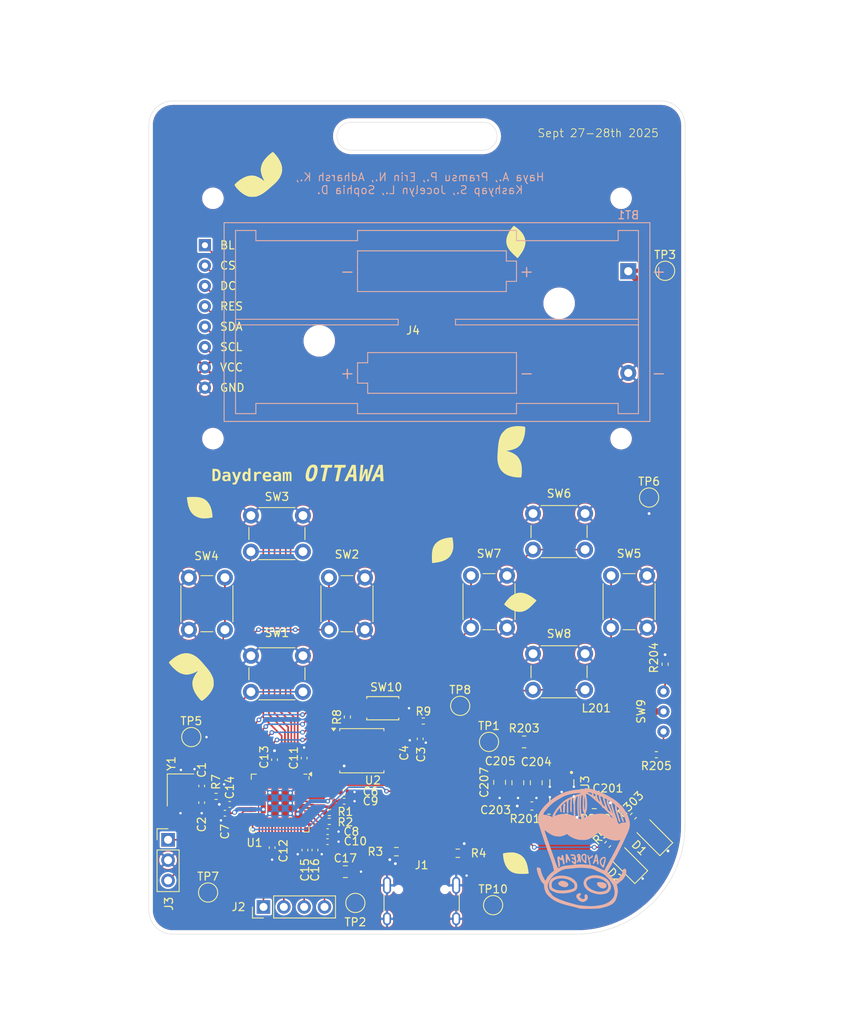
<source format=kicad_pcb>
(kicad_pcb (version 20241229) (generator "pcbnew") (generator_version "9.0")
  (layers (0 "F.Cu" signal) (2 "B.Cu" signal) (13 "F.Paste" user) (15 "B.Paste" user) (5 "F.SilkS" user "F.Silkscreen") (7 "B.SilkS" user "B.Silkscreen") (1 "F.Mask" user) (3 "B.Mask" user) (25 "Edge.Cuts" user))
  (net 0 "")
  (net 1 "+BATT")
  (net 2 "Net-(R8-Pad1)")
  (net 3 "+3V3")
  (net 4 "/QPSI_SD2")
  (net 5 "Net-(C2-Pad2)")
  (net 6 "/QPSI_SD1")
  (net 7 "/QSPI_SS")
  (net 8 "Net-(U1-D+)")
  (net 9 "Net-(J1-CC2)")
  (net 10 "VBUS")
  (net 11 "Net-(U1-XOUT)")
  (net 12 "+1V1")
  (net 14 "Net-(J1-CC1)")
  (net 16 "/QPSI_SD3")
  (net 17 "Net-(U1-RUN)")
  (net 18 "/QPSI_SCLK")
  (net 19 "GND")
  (net 20 "/QPSI_SD0")
  (net 21 "/SWCLK")
  (net 22 "Net-(U1-XIN)")
  (net 23 "Net-(U1-D-)")
  (net 24 "BTN_1")
  (net 25 "BTN_2")
  (net 26 "BTN_3")
  (net 27 "Net-(D1-A)")
  (net 28 "Net-(D2-A)")
  (net 29 "BTN_4")
  (net 30 "BTN_5")
  (net 31 "BTN_6")
  (net 32 "BTN_7")
  (net 33 "BTN_8")
  (net 34 "LED_1")
  (net 35 "Net-(SW9-A)")
  (net 36 "Net-(SW9-C)")
  (net 39 "Net-(U3-SS)")
  (net 41 "Net-(U3-PG)")
  (net 42 "Net-(U3-FB)")
  (net 43 "/SWD")
  (net 46 "CS")
  (net 47 "RES")
  (net 48 "DC")
  (net 51 "SCL{slash}SCLK")
  (net 53 "SDA{slash}MOSI")
  (net 54 "BL")
  (net 58 "Net-(J2-Pin_1)")
  (net 59 "Net-(J2-Pin_4)")
  (net 60 "Net-(J2-Pin_2)")
  (net 61 "Net-(J2-Pin_3)")
  (net 62 "D+")
  (net 63 "D-")
  (net 65 "/power/L201")
  (net 66 "Net-(U3-EN)")
  (footprint "daydreamorg:leaf2" (layer "F.Cu") (at 132.728797 124.18225 90)
    (property "Reference" "REF**")
    (property "Value" "leaf2")
  )
  (footprint "Capacitor_SMD:C_0402_1005Metric" (layer "F.Cu") (at 133.1 138.5 -90)
    (property "Reference" "C1")
    (property "Value" "15pF")
  )
  (footprint "Resistor_SMD:R_0402_1005Metric" (layer "F.Cu") (at 149.04 142.92)
    (property "Reference" "R2")
    (property "Value" "27.4R")
  )
  (footprint "Capacitor_SMD:C_0402_1005Metric" (layer "F.Cu") (at 148.8175 145.45)
    (property "Reference" "C10")
    (property "Value" "1uF")
  )
  (footprint "Resistor_SMD:R_0402_1005Metric" (layer "F.Cu") (at 151.3 129.89 -90)
    (property "Reference" "R8")
    (property "Value" "1k")
  )
  (footprint "Package_SO:SOIC-8_5.3x5.3mm_P1.27mm" (layer "F.Cu") (at 153.1125 134.105)
    (property "Reference" "U2")
    (property "Value" "W25Q16JVUXIQ")
  )
  (footprint "daydreamorg:slide switch" (layer "F.Cu") (at 190.8 129.2 90)
    (property "Reference" "SW9")
    (property "Value" "C108742")
  )
  (footprint "daydreamorg:leaf2" (layer "F.Cu") (at 140.9 63.1)
    (property "Reference" "REF**")
    (property "Value" "leaf2")
  )
  (footprint "Button_Switch_THT:SW_PUSH_6mm" (layer "F.Cu") (at 181 126.5 180)
    (property "Reference" "SW8")
    (property "Value" "K")
  )
  (footprint "Resistor_SMD:R_0402_1005Metric" (layer "F.Cu") (at 134.9 139.8)
    (property "Reference" "R7")
    (property "Value" "1k")
  )
  (footprint "daydreamorg:leaf1" (layer "F.Cu") (at 172.43 70.44 135)
    (property "Reference" "REF**" (hide yes))
    (property "Value" "leaf1")
  )
  (footprint "Button_Switch_THT:SW_PUSH_6mm" (layer "F.Cu") (at 184.25 118.75 90)
    (property "Reference" "SW5")
    (property "Value" "L")
  )
  (footprint "Capacitor_SMD:C_0402_1005Metric" (layer "F.Cu") (at 148.8375 144.2)
    (property "Reference" "C8")
    (property "Value" "1uF")
  )
  (footprint "Package_DFN_QFN:QFN-56-1EP_7x7mm_P0.4mm_EP3.2x3.2mm" (layer "F.Cu") (at 142.9 140.6375 -90)
    (property "Reference" "U1")
    (property "Value" "RP2040")
  )
  (footprint "Capacitor_SMD:C_0805_2012Metric" (layer "F.Cu") (at 172.6 138.1 -90)
    (property "Reference" "C205")
    (property "Value" "22uF")
  )
  (footprint "daydreamorg:orpheus" (layer "F.Cu") (at 180 156.5)
    (property "Reference" "REF**")
    (property "Value" "orpheus")
  )
  (footprint "Capacitor_SMD:C_0402_1005Metric" (layer "F.Cu") (at 150.9 139.25)
    (property "Reference" "C6")
    (property "Value" "100nF")
  )
  (footprint "Button_Switch_THT:SW_PUSH_6mm" (layer "F.Cu") (at 145.75 109.25 180)
    (property "Reference" "SW3")
    (property "Value" "W")
  )
  (footprint "Capacitor_SMD:C_0805_2012Metric" (layer "F.Cu") (at 151.05 149.2)
    (property "Reference" "C17")
    (property "Value" "10uF")
  )
  (footprint "Resistor_SMD:R_0402_1005Metric" (layer "F.Cu") (at 178.685 142.4)
    (property "Reference" "R202")
    (property "Value" "91k C4147")
  )
  (footprint "Resistor_SMD:R_0402_1005Metric" (layer "F.Cu") (at 183.83 145.79 45)
    (property "Reference" "R5")
    (property "Value" "330R")
  )
  (footprint "Resistor_SMD:R_0603_1608Metric" (layer "F.Cu") (at 165.1 146.9)
    (property "Reference" "R4")
    (property "Value" "5.1k")
  )
  (footprint "Capacitor_SMD:C_0201_0603Metric" (layer "F.Cu") (at 158.4 132.48 -90)
    (property "Reference" "C4")
    (property "Value" "100nF")
  )
  (footprint "TestPoint:TestPoint_Pad_D2.0mm" (layer "F.Cu") (at 169 133)
    (property "Reference" "TP1")
    (property "Value" "TP1")
  )
  (footprint "daydreamorg:st7735" (layer "F.Cu") (at 159.5 81.65)
    (property "Reference" "J4")
    (property "Value" "ST7735")
  )
  (footprint "Connector_USB:USB_C_Receptacle_HRO_TYPE-C-31-M-12" (layer "F.Cu") (at 160.58 154.03)
    (property "Reference" "J1")
    (property "Value" "USB_C_Receptacle_USB2.0_16P C165948")
  )
  (footprint "daydreamorg:leaf1" (layer "F.Cu") (at 172.3 148 180)
    (property "Reference" "REF**" (hide yes))
    (property "Value" "leaf1")
  )
  (footprint "Capacitor_SMD:C_0402_1005Metric" (layer "F.Cu") (at 133.1 140.58 90)
    (property "Reference" "C2")
    (property "Value" "15pF")
  )
  (footprint "Button_Switch_THT:SW_PUSH_6mm" (layer "F.Cu") (at 145.75 126.75 180)
    (property "Reference" "SW1")
    (property "Value" "S")
  )
  (footprint "Capacitor_SMD:C_0402_1005Metric" (layer "F.Cu") (at 146 146.5 -90)
    (property "Reference" "C15")
    (property "Value" "100nF")
  )
  (footprint "Resistor_SMD:R_0402_1005Metric" (layer "F.Cu") (at 189.91 134.6 180)
    (property "Reference" "R205")
    (property "Value" "100k C25741")
  )
  (footprint "TestPoint:TestPoint_Pad_D2.0mm" (layer "F.Cu") (at 169.51 153.38)
    (property "Reference" "TP10")
    (property "Value" "TestPoint")
  )
  (footprint "Resistor_SMD:R_0805_2012Metric" (layer "F.Cu") (at 173.3875 133 180)
    (property "Reference" "R203")
    (property "Value" "1.0Meg C17514")
  )
  (footprint "Capacitor_SMD:C_0402_1005Metric" (layer "F.Cu") (at 145.9 135.02 90)
    (property "Reference" "C11")
    (property "Value" "100nF")
  )
  (footprint "Capacitor_SMD:C_0402_1005Metric" (layer "F.Cu") (at 147.25 146.5 -90)
    (property "Reference" "C16")
    (property "Value" "100nF")
  )
  (footprint "Resistor_SMD:R_0402_1005Metric" (layer "F.Cu") (at 187.039376 142.260624 45)
    (property "Reference" "R303")
    (property "Value" "330R")
  )
  (footprint "daydreamorg:TPS123" (layer "F.Cu") (at 178.1 139.21 -90)
    (property "Reference" "U3")
    (property "Value" "TPS61230DRCR")
  )
  (footprint "Button_Switch_THT:SW_PUSH_6mm" (layer "F.Cu") (at 149 119 90)
    (property "Reference" "SW2")
    (property "Value" "D")
  )
  (footprint "daydreamorg:leaf1" (layer "F.Cu") (at 163.338487 109.030447 90)
    (property "Reference" "REF**" (hide yes))
    (property "Value" "leaf1")
  )
  (footprint "TestPoint:TestPoint_Pad_D2.0mm" (layer "F.Cu") (at 165.4 128.5)
    (property "Reference" "TP8")
    (property "Value" "TP8")
  )
  (footprint "TestPoint:TestPoint_Pad_D2.0mm" (layer "F.Cu") (at 152.3 153.1)
    (property "Reference" "TP2")
    (property "Value" "TP2")
  )
  (footprint "Resistor_SMD:R_0402_1005Metric" (layer "F.Cu") (at 160.79 130.4 180)
    (property "Reference" "R9")
    (property "Value" "10k")
  )
  (footprint "Crystal:Crystal_SMD_3225-4Pin_3.2x2.5mm" (layer "F.Cu") (at 130.45 139 -90)
    (property "Reference" "Y1")
    (property "Value" "ABM8-272-T3")
  )
  (footprint "Button_Switch_THT:SW_PUSH_6mm" (layer "F.Cu") (at 181 109 180)
    (property "Reference" "SW6")
    (property "Value" "I")
  )
  (footprint "Capacitor_SMD:C_0402_1005Metric" (layer "F.Cu") (at 141.9 146.2 -90)
    (property "Reference" "C12")
    (property "Value" "100nF")
  )
  (footprint "TestPoint:TestPoint_Pad_D2.0mm" (layer "F.Cu") (at 133.9 151.8)
    (property "Reference" "TP7")
    (property "Value" "TP7")
  )
  (footprint "Capacitor_SMD:C_0805_2012Metric" (layer "F.Cu") (at 170.325 138.05 -90)
    (property "Reference" "C207")
    (property "Value" "22uF")
  )
  (footprint "Capacitor_SMD:C_0603_1608Metric" (layer "F.Cu") (at 174.35 141 180)
    (property "Reference" "C203")
    (property "Value" "10nF C14663")
  )
  (footprint "LED_SMD:LED_1206_3216Metric_Pad1.42x1.75mm_HandSolder" (layer "F.Cu") (at 186.281821 148.141821 135)
    (property "Reference" "D2")
    (property "Value" "STATUS")
  )
  (footprint "daydreamorg:Untitled_1" (layer "F.Cu") (at 184.4 133.1 180)
    (property "Reference" "L201")
    (property "Value" "1.0uH C208094")
  )
  (footprint "Button_Switch_THT:SW_PUSH_6mm" (layer "F.Cu") (at 166.75 118.75 90)
    (property "Reference" "SW7")
    (property "Value" "J")
  )
  (footprint "Capacitor_SMD:C_0805_2012Metric" (layer "F.Cu") (at 174.9 138.1 -90)
    (property "Reference" "C204")
    (property "Value" "22uF")
  )
  (footprint "daydreamorg:leaf2" (layer "F.Cu") (at 171.151982 96.570846 -135)
    (property "Reference" "REF**")
    (property "Value" "leaf2")
  )
  (footprint "Capacitor_SMD:C_0402_1005Metric" (layer "F.Cu") (at 160.4 132.62 -90)
    (property "Reference" "C3")
    (property "Value" "2.2uF")
  )
  (footprint "TestPoint:TestPoint_Pad_D2.0mm" (layer "F.Cu") (at 189 102.5)
    (property "Reference" "TP6")
    (property "Value" "TP6")
  )
  (footprint "Button_Switch_THT:SW_PUSH_6mm" (layer "F.Cu") (at 136 112.5 -90)
    (property "Reference" "SW4")
    (property "Value" "A")
  )
  (footprint "Capacitor_SMD:C_0805_2012Metric" (layer "F.Cu") (at 182.15 140.6)
    (property "Reference" "C201")
    (property "Value" "22uF")
  )
  (footprint "Resistor_SMD:R_0402_1005Metric" (layer "F.Cu") (at 149.05 141.82)
    (property "Reference" "R1")
    (property "Value" "27.4R")
  )
  (footprint "Connector_PinHeader_2.54mm:PinHeader_1x04_P2.54mm_Vertical" (layer "F.Cu") (at 140.82 153.6 90)
    (property "Reference" "J2")
    (property "Value" "Conn_01x04")
  )
  (footprint "TestPoint:TestPoint_Pad_D2.0mm" (layer "F.Cu") (at 131.8 132.4)
    (property "Reference" "TP5")
    (property "Value" "TP5")
  )
  (footprint "Capacitor_SMD:C_0402_1005Metric" (layer "F.Cu") (at 136 141.9 180)
    (property "Reference" "C7")
    (property "Value" "100nF")
  )
  (footprint "daydreamorg:SW_TS-1088-AR02016" (layer "F.Cu") (at 155.725 128.8)
    (property "Reference" "SW10")
    (property "Value" "SW_Push")
  )
  (footprint "daydreamorg:leaf1" (layer "F.Cu") (at 132.9 103.9)
    (property "Reference" "REF**" (hide yes))
    (property "Value" "leaf1")
  )
  (footprint "Connector_PinHeader_2.54mm:PinHeader_1x03_P2.54mm_Vertical" (layer "F.Cu") (at 128.9 145.22)
    (property "Reference" "J3")
    (property "Value" "Debug")
  )
  (footprint "Resistor_SMD:R_0603_1608Metric" (layer "F.Cu") (at 157.425 146.7 180)
    (property "Reference" "R3")
    (property "Value" "5.1k")
  )
  (footprint "Capacitor_SMD:C_0402_1005Metric" (layer "F.Cu") (at 136.6 140.8 180)
    (property "Reference" "C14")
    (property "Value" "100nF")
  )
  (footprint "Resistor_SMD:R_0402_1005Metric" (layer "F.Cu") (at 191 123.31 90)
    (property "Reference" "R204")
    (property "Value" "100k C25741")
  )
  (footprint "Resistor_SMD:R_0402_1005Metric" (layer "F.Cu") (at 176.49 142.4)
    (property "Reference" "R201")
    (property "Value" "210k C58827")
  )
  (footprint "LED_SMD:LED_1206_3216Metric_Pad1.42x1.75mm_HandSolder" (layer "F.Cu") (at 189.410051 144.658803 135)
    (property "Reference" "D1")
    (property "Value" "POWER")
  )
  (footprint "Capacitor_SMD:C_0402_1005Metric" (layer "F.Cu") (at 150.9 140.4)
    (property "Reference" "C9")
    (property "Value" "100nF")
  )
  (footprint "Capacitor_SMD:C_0402_1005Metric" (layer "F.Cu") (at 142.2 135.22 90)
    (property "Reference" "C13")
    (property "Value" "100nF")
  )
  (footprint "TestPoint:TestPoint_Pad_D2.0mm" (layer "F.Cu") (at 191 74.2)
    (property "Reference" "TP3")
    (property "Value" "TP3")
  )
  (footprint "daydreamorg:leaf1" (layer "F.Cu") (at 172.75 115.5 -135)
    (property "Reference" "REF**" (hide yes))
    (property "Value" "leaf1")
  )
  (footprint "daydreamorg:sprig logo" (layer "B.Cu") (at 160.075671 103.228959 180)
    (property "Reference" "REF**" (hide yes))
    (property "Value" "sprig logo")
  )
  (footprint "Battery:BatteryHolder_Keystone_2468_2xAAA" (layer "B.Cu") (at 186.4 74.25 180)
    (property "Reference" "BT1")
    (property "Value" "Battery")
  )
  (gr_poly (pts (xy 180.315298 151.880503) (xy 180.295109 151.881935) (xy 180.274883 151.884633) (xy 180.254577 151.888544) (xy 180.234149 151.893614) (xy 180.213557 151.89979) (xy 180.192758 151.90702) (xy 180.17171 151.91525) (xy 180.15037 151.924428) (xy 180.128371 151.936733) (xy 180.107453 151.948888) (xy 180.087583 151.961022) (xy 180.068727 151.973262) (xy 180.05085 151.985736) (xy 180.033917 151.998571) (xy 180.017895 152.011897) (xy 180.00275 152.02584) (xy 179.988446 152.040528) (xy 179.974951 152.05609) (xy 179.962229 152.072652) (xy 179.950246 152.090344) (xy 179.938968 152.109292) (xy 179.92836 152.129625) (xy 179.918389 152.15147) (xy 179.90902 152.174956) (xy 179.905057 152.19598) (xy 179.902104 152.216317) (xy 179.900151 152.23604) (xy 179.899191 152.255228) (xy 179.899214 152.273954) (xy 179.900213 152.292296) (xy 179.902177 152.31033) (xy 179.9051 152.328131) (xy 179.908972 152.345775) (xy 179.913785 152.363339) (xy 179.91953 152.380899) (xy 179.926198 152.39853) (xy 179.933782 152.416308) (xy 179.942272 152.43431) (xy 179.95166 152.452612) (xy 179.961938 152.471289) (xy 179.992222 152.515556) (xy 180.023421 152.558523) (xy 180.055616 152.600092) (xy 180.088888 152.640169) (xy 180.123321 152.678659) (xy 180.158996 152.715465) (xy 180.195994 152.750493) (xy 180.234398 152.783646) (xy 180.274289 152.81483) (xy 180.31575 152.843949) (xy 180.358863 152.870907) (xy 180.403709 152.895609) (xy 180.45037 152.917959) (xy 180.498928 152.937862) (xy 180.549465 152.955223) (xy 180.602063 152.969946) (xy 180.636897 152.975624) (xy 180.671045 152.978971) (xy 180.704557 152.980091) (xy 180.737483 152.97909) (xy 180.769875 152.976076) (xy 180.801781 152.971154) (xy 180.833254 152.964431) (xy 180.864342 152.956013) (xy 180.895097 152.946005) (xy 180.925568 152.934515) (xy 180.955807 152.921648) (xy 180.985863 152.907511) (xy 181.015786 152.892209) (xy 181.045628 152.87585) (xy 181.075439 152.858539) (xy 181.105268 152.840383) (xy 181.142129 152.81375) (xy 181.157141 152.802677) (xy 181.170143 152.792793) (xy 181.181335 152.783867) (xy 181.190919 152.775669) (xy 181.199095 152.767967) (xy 181.206065 152.760531) (xy 181.21203 152.753131) (xy 181.21719 152.745536) (xy 181.221747 152.737516) (xy 181.225902 152.728839) (xy 181.229856 152.719275) (xy 181.23381 152.708593) (xy 181.242521 152.682956) (xy 181.284854 152.682956) (xy 181.295144 152.654307) (xy 181.304366 152.625335) (xy 181.312504 152.596075) (xy 181.319543 152.566563) (xy 181.325467 152.536836) (xy 181.330262 152.506927) (xy 181.33391 152.476873) (xy 181.336397 152.446709) (xy 181.337708 152.416471) (xy 181.337826 152.386195) (xy 181.336737 152.355915) (xy 181.334425 152.325668) (xy 181.330874 152.295488) (xy 181.326069 152.265413) (xy 181.319994 152.235476) (xy 181.312635 152.205714) (xy 181.304346 152.188092) (xy 181.295729 152.171294) (xy 181.286739 152.155291) (xy 181.277331 152.140051) (xy 181.267461 152.125544) (xy 181.257084 152.111739) (xy 181.246154 152.098606) (xy 181.234627 152.086115) (xy 181.222457 152.074235) (xy 181.209601 152.062935) (xy 181.196013 152.052185) (xy 181.181648 152.041955) (xy 181.166461 152.032215) (xy 181.150407 152.022932) (xy 181.133442 152.014078) (xy 181.11552 152.005622) (xy 181.095346 152.010914) (xy 181.079636 152.015213) (xy 181.073068 152.017146) (xy 181.067151 152.019017) (xy 181.06173 152.020887) (xy 181.05665 152.02282) (xy 181.051757 152.024877) (xy 181.046894 152.02712) (xy 181.041907 152.029611) (xy 181.036641 152.032412) (xy 181.024652 152.039192) (xy 181.009687 152.047956) (xy 181.009687 152.111456) (xy 180.946187 152.111456) (xy 180.941763 152.130059) (xy 180.93817 152.148083) (xy 180.935378 152.165606) (xy 180.933354 152.182706) (xy 180.932067 152.199462) (xy 180.931483 152.215952) (xy 180.931572 152.232255) (xy 180.932302 152.248448) (xy 180.933639 152.264611) (xy 180.935553 152.280822) (xy 180.938011 152.297159) (xy 180.940982 152.313701) (xy 180.944433 152.330525) (xy 180.948333 152.347711) (xy 180.957349 152.383481) (xy 180.961646 152.400632) (xy 180.963373 152.407874) (xy 180.964839 152.414481) (xy 180.966057 152.420644) (xy 180.967043 152.426552) (xy 180.967812 152.432398) (xy 180.968378 152.438371) (xy 180.968755 152.444662) (xy 180.968958 152.451462) (xy 180.969003 152.458962) (xy 180.968903 152.467351) (xy 180.968329 152.487563) (xy 180.967354 152.513623) (xy 180.932958 152.53082) (xy 180.904503 152.545384) (xy 180.876297 152.560434) (xy 180.84831 152.57589) (xy 180.820511 152.591674) (xy 180.807103 152.597324) (xy 180.794807 152.602262) (xy 180.783464 152.606491) (xy 180.772913 152.610013) (xy 180.762994 152.612831) (xy 180.753548 152.61495) (xy 180.744413 152.616371) (xy 180.735431 152.617098) (xy 180.726442 152.617134) (xy 180.717284 152.616481) (xy 180.707799 152.615144) (xy 180.697825 152.613125) (xy 180.687204 152.610427) (xy 180.675775 152.607053) (xy 180.663379 152.603006) (xy 180.649854 152.598289) (xy 180.617028 152.583542) (xy 180.585869 152.568393) (xy 180.556279 152.552743) (xy 180.528158 152.536496) (xy 180.501404 152.519556) (xy 180.475919 152.501823) (xy 180.451603 152.483203) (xy 180.428355 152.463597) (xy 180.406076 152.442909) (xy 180.384666 152.42104) (xy 180.364025 152.397896) (xy 180.344052 152.373377) (xy 180.324649 152.347387) (xy 180.305715 152.31983) (xy 180.28715 152.290607) (xy 180.268854 152.259622) (xy 180.317802 152.24507) (xy 180.325656 152.241084) (xy 180.333145 152.236978) (xy 180.340284 152.232753) (xy 180.347089 152.228409) (xy 180.353574 152.223946) (xy 180.359755 152.219362) (xy 180.365647 152.214658) (xy 180.371264 152.209834) (xy 180.376623 152.204889) (xy 180.381738 152.199822) (xy 180.386625 152.194635) (xy 180.391298 152.189326) (xy 180.395773 152.183895) (xy 180.400065 152.178343) (xy 180.408161 152.16687) (xy 180.415707 152.154905) (xy 180.422825 152.142448) (xy 180.429635 152.129494) (xy 180.436259 152.116043) (xy 180.463323 152.057216) (xy 180.469 152.040021) (xy 180.471296 152.032738) (xy 180.473265 152.026065) (xy 180.474932 152.019804) (xy 180.476322 152.013753) (xy 180.47746 152.007715) (xy 180.478371 152.001488) (xy 180.47908 151.994874) (xy 180.479614 151.987672) (xy 180.479996 151.979684) (xy 180.480252 151.970709) (xy 180.480487 151.949003) (xy 180.48052 151.920955) (xy 180.459112 151.910357) (xy 180.438004 151.901448) (xy 180.417154 151.894176) (xy 180.39652 151.888487) (xy 180.376059 151.884328) (xy 180.35573 151.881646) (xy 180.335491 151.880389)) (fill yes) (layer "B.SilkS"))
  (gr_poly (pts (xy 178.112622 147.114818) (xy 178.067521 147.116123) (xy 178.061194 147.135936) (xy 178.055869 147.154512) (xy 178.051451 147.172289) (xy 178.047846 147.189705) (xy 178.044958 147.207199) (xy 178.042694 147.22521) (xy 178.040959 147.244176) (xy 178.039657 147.264537) (xy 178.036969 147.313113) (xy 178.034447 147.363508) (xy 178.031678 147.414647) (xy 178.025187 147.539456) (xy 177.995345 147.513835) (xy 177.957378 147.481501) (xy 177.919272 147.449332) (xy 177.89416 147.427857) (xy 177.88523 147.419996) (xy 177.877469 147.412879) (xy 177.869942 147.405626) (xy 177.861712 147.397358) (xy 177.8394 147.374257) (xy 177.826194 147.361367) (xy 177.81321 147.349027) (xy 177.80025 147.337216) (xy 177.793716 147.331504) (xy 177.787114 147.325917) (xy 177.780419 147.320453) (xy 177.773606 147.31511) (xy 177.766649 147.309885) (xy 177.759525 147.304777) (xy 177.752208 147.299782) (xy 177.744674 147.294898) (xy 177.736898 147.290124) (xy 177.728854 147.285456) (xy 177.701652 147.289011) (xy 177.680402 147.292071) (xy 177.671467 147.293569) (xy 177.663369 147.29513) (xy 177.655892 147.296815) (xy 177.648817 147.298685) (xy 177.641929 147.300804) (xy 177.635009 147.303233) (xy 177.627842 147.306033) (xy 177.620209 147.309268) (xy 177.602681 147.317288) (xy 177.580688 147.327789) (xy 177.572076 147.346552) (xy 177.564568 147.366086) (xy 177.558116 147.386341) (xy 177.552671 147.407267) (xy 177.544609 147.45093) (xy 177.539996 147.496675) (xy 177.538442 147.5441) (xy 177.539561 147.592805) (xy 177.542965 147.642388) (xy 177.548265 147.69245) (xy 177.555075 147.742588) (xy 177.563006 147.792402) (xy 177.580683 147.889453) (xy 177.598194 147.980396) (xy 177.612437 148.062023) (xy 177.629549 148.183145) (xy 177.637054 148.243544) (xy 177.643777 148.303941) (xy 177.649657 148.364416) (xy 177.654634 148.425049) (xy 177.658646 148.485918) (xy 177.661634 148.547105) (xy 177.662903 148.563876) (xy 177.663498 148.570743) (xy 177.664116 148.576737) (xy 177.664791 148.581965) (xy 177.665562 148.586531) (xy 177.666465 148.590541) (xy 177.667535 148.594099) (xy 177.66881 148.597312) (xy 177.670326 148.600284) (xy 177.672119 148.60312) (xy 177.674226 148.605927) (xy 177.676683 148.608808) (xy 177.679527 148.61187) (xy 177.68652 148.618956) (xy 177.703222 148.621561) (xy 177.716451 148.623421) (xy 177.722151 148.624072) (xy 177.727448 148.624537) (xy 177.732497 148.624816) (xy 177.737453 148.624909) (xy 177.742471 148.624816) (xy 177.747705 148.624537) (xy 177.753312 148.624072) (xy 177.759446 148.623421) (xy 177.773916 148.621561) (xy 177.792354 148.618956) (xy 177.803424 148.60351) (xy 177.813464 148.587649) (xy 177.822513 148.571395) (xy 177.830611 148.55477) (xy 177.837797 148.537797) (xy 177.844111 148.520499) (xy 177.849592 148.502898) (xy 177.854279 148.485016) (xy 177.861434 148.4485) (xy 177.86589 148.411132) (xy 177.867965 148.373092) (xy 177.867974 148.334559) (xy 177.866234 148.295714) (xy 177.863062 148.256736) (xy 177.858774 148.217806) (xy 177.853686 148.179103) (xy 177.831664 148.030165) (xy 177.813521 147.903258) (xy 177.801283 147.815242) (xy 177.771187 147.602956) (xy 177.806741 147.634623) (xy 177.853208 147.675716) (xy 177.899345 147.716644) (xy 177.913536 147.727901) (xy 177.927333 147.737596) (xy 177.940826 147.745843) (xy 177.954111 147.752754) (xy 177.967278 147.75844) (xy 177.980422 147.763015) (xy 177.993636 147.766589) (xy 178.007012 147.769277) (xy 178.020643 147.771188) (xy 178.034623 147.772437) (xy 178.049044 147.773135) (xy 178.063999 147.773394) (xy 178.095884 147.773046) (xy 178.131021 147.77229) (xy 178.173354 147.77229) (xy 178.18079 147.814365) (xy 178.214364 148.002476) (xy 178.226064 148.068706) (xy 178.237433 148.131957) (xy 178.247846 148.190404) (xy 178.251246 148.206182) (xy 178.254059 148.218556) (xy 178.25536 148.223796) (xy 178.256653 148.228579) (xy 178.257982 148.233038) (xy 178.259395 148.237304) (xy 178.260936 148.241508) (xy 178.262652 148.245784) (xy 178.264588 148.250261) (xy 178.266791 148.255072) (xy 178.272181 148.266223) (xy 178.279187 148.280289) (xy 178.317635 148.288061) (xy 178.331463 148.290707) (xy 178.34368 148.292857) (xy 178.355772 148.294759) (xy 178.369228 148.29666) (xy 178.406187 148.301456) (xy 178.413203 148.290362) (xy 178.419547 148.279161) (xy 178.425245 148.267857) (xy 178.430321 148.256456) (xy 178.434798 148.24496) (xy 178.438701 148.233376) (xy 178.442054 148.221707) (xy 178.444882 148.209957) (xy 178.44906 148.186234) (xy 178.451428 148.162243) (xy 178.45218 148.138018) (xy 178.451512 148.113596) (xy 178.449617 148.089011) (xy 178.44669 148.064298) (xy 178.442925 148.039494) (xy 178.438517 148.014633) (xy 178.418342 147.91533) (xy 178.408832 147.866082) (xy 178.388705 147.763515) (xy 178.373537 147.685863) (xy 178.358604 147.608165) (xy 178.320891 147.416297) (xy 178.30742 147.352695) (xy 178.295638 147.303291) (xy 178.284117 147.262567) (xy 178.27143 147.225004) (xy 178.256152 147.185084) (xy 178.236855 147.13729) (xy 178.2262 147.132312) (xy 178.215713 147.128093) (xy 178.205361 147.124573) (xy 178.195109 147.121694) (xy 178.184924 147.1194) (xy 178.174771 147.117631) (xy 178.164616 147.11633) (xy 178.154425 147.11544) (xy 178.144164 147.114901) (xy 178.1338 147.114656)) (fill yes) (layer "B.SilkS"))
  (gr_poly (pts (xy 178.694343 146.99091) (xy 178.660187 146.995737) (xy 178.646131 147.000623) (xy 178.640282 147.002762) (xy 178.635052 147.004811) (xy 178.630319 147.006852) (xy 178.625957 147.008969) (xy 178.621844 147.011244) (xy 178.617854 147.013762) (xy 178.613865 147.016605) (xy 178.609751 147.019857) (xy 178.60539 147.023601) (xy 178.600656 147.027921) (xy 178.595427 147.0329) (xy 178.589577 147.038621) (xy 178.57552 147.052623) (xy 178.573912 147.064942) (xy 178.572715 147.074781) (xy 178.571881 147.083132) (xy 178.571366 147.090987) (xy 178.571122 147.099338) (xy 178.571102 147.109177) (xy 178.571261 147.121497) (xy 178.571552 147.13729) (xy 178.572627 147.194836) (xy 178.576063 147.26944) (xy 178.580072 147.344008) (xy 178.589334 147.493082) (xy 178.592727 147.557794) (xy 178.593951 147.590056) (xy 178.594827 147.622295) (xy 178.595331 147.654541) (xy 178.595439 147.686824) (xy 178.595127 147.719174) (xy 178.594372 147.751619) (xy 178.593008 147.803749) (xy 178.592134 147.828504) (xy 178.591089 147.853252) (xy 178.589867 147.877991) (xy 178.588461 147.90272) (xy 178.588029 147.917843) (xy 178.587822 147.930161) (xy 178.587833 147.935722) (xy 178.587935 147.941125) (xy 178.588142 147.94655) (xy 178.588466 147.95218) (xy 178.588918 147.958195) (xy 178.58951 147.964777) (xy 178.591164 147.980361) (xy 178.593524 148.000383) (xy 178.596687 148.02629) (xy 178.613498 148.043872) (xy 178.626805 148.057471) (xy 178.632532 148.063086) (xy 178.637848 148.068077) (xy 178.642908 148.072569) (xy 178.647868 148.076684) (xy 178.652882 148.080547) (xy 178.658105 148.084283) (xy 178.663693 148.088015) (xy 178.6698 148.091867) (xy 178.676581 148.095963) (xy 178.684192 148.100427) (xy 178.702521 148.110957) (xy 178.744854 148.110957) (xy 178.751881 148.09241) (xy 178.758208 148.074087) (xy 178.763863 148.055943) (xy 178.768878 148.037937) (xy 178.773281 148.020028) (xy 178.777102 148.002171) (xy 178.780371 147.984327) (xy 178.783118 147.966451) (xy 178.785371 147.948502) (xy 178.787161 147.930438) (xy 178.788518 147.912217) (xy 178.78947 147.893795) (xy 178.790282 147.856185) (xy 178.789833 147.817269) (xy 178.789255 147.773116) (xy 178.788341 147.719784) (xy 178.787188 147.666456) (xy 178.914187 147.666456) (xy 178.931385 147.723342) (xy 178.946174 147.764456) (xy 178.957826 147.795984) (xy 178.967379 147.819986) (xy 178.971694 147.82981) (xy 178.975873 147.838526) (xy 178.980047 147.846391) (xy 178.984345 147.853664) (xy 178.988898 147.860602) (xy 178.993835 147.867462) (xy 179.00538 147.881984) (xy 179.020021 147.899289) (xy 179.045921 147.90146) (xy 179.06624 147.90301) (xy 179.082715 147.90394) (xy 179.097081 147.90425) (xy 179.111075 147.90394) (xy 179.126433 147.90301) (xy 179.144892 147.90146) (xy 179.168188 147.899289) (xy 179.16596 147.878724) (xy 179.163326 147.85867) (xy 179.160278 147.839074) (xy 179.156804 147.819881) (xy 179.152896 147.801038) (xy 179.148543 147.782491) (xy 179.143737 147.764186) (xy 179.138467 147.74607) (xy 179.132725 147.728088) (xy 179.1265 147.710187) (xy 179.119783 147.692313) (xy 179.112563 147.674413) (xy 179.104833 147.656432) (xy 179.096581 147.638317) (xy 179.078477 147.601468) (xy 179.05782 147.560152) (xy 179.036198 147.517267) (xy 179.014424 147.474457) (xy 178.981452 147.409263) (xy 178.94879 147.343912) (xy 178.906498 147.260156) (xy 178.886978 147.221129) (xy 178.845832 147.141465) (xy 178.828789 147.109295) (xy 178.813657 147.081795) (xy 178.800104 147.058632) (xy 178.787797 147.039477) (xy 178.776404 147.024001) (xy 178.765593 147.011872) (xy 178.760302 147.006959) (xy 178.755032 147.00276) (xy 178.749741 146.999233) (xy 178.744388 146.996336) (xy 178.738931 146.994028) (xy 178.733329 146.992269) (xy 178.727541 146.991016) (xy 178.721524 146.990229) (xy 178.708639 146.989886)) (fill yes) (layer "B.SilkS"))
  (gr_poly (pts (xy 181.082144 138.779979) (xy 181.068611 138.78092) (xy 181.055252 138.782431) (xy 181.041997 138.784543) (xy 181.028775 138.787287) (xy 181.015515 138.790695) (xy 181.002147 138.794798) (xy 180.988601 138.799628) (xy 180.974806 138.805216) (xy 180.960691 138.811592) (xy 180.946187 138.81879) (xy 180.946187 138.861123) (xy 180.909146 138.879644) (xy 180.88105 138.893762) (xy 180.87125 138.898829) (xy 180.862976 138.903291) (xy 180.855248 138.907691) (xy 180.847087 138.912572) (xy 180.825544 138.925946) (xy 180.81296 138.930763) (xy 180.800582 138.934893) (xy 180.788374 138.938388) (xy 180.776295 138.941295) (xy 180.764309 138.943665) (xy 180.752376 138.945547) (xy 180.740457 138.946991) (xy 180.728516 138.948046) (xy 180.716512 138.948762) (xy 180.704408 138.949188) (xy 180.679746 138.94937) (xy 180.62753 138.948436) (xy 180.537199 138.947335) (xy 180.489549 138.946536) (xy 180.209137 138.948982) (xy 179.932541 138.964809) (xy 179.659831 138.993777) (xy 179.391082 139.035648) (xy 179.126365 139.090182) (xy 178.865754 139.157142) (xy 178.609319 139.236287) (xy 178.357134 139.32738) (xy 178.109272 139.43018) (xy 177.865805 139.544451) (xy 177.626805 139.669951) (xy 177.392345 139.806444) (xy 177.162497 139.953689) (xy 176.937334 140.111448) (xy 176.716929 140.279482) (xy 176.501353 140.457553) (xy 176.476593 140.478723) (xy 176.451726 140.499769) (xy 176.426676 140.520595) (xy 176.401369 140.541103) (xy 176.389812 140.550441) (xy 176.378337 140.55988) (xy 176.355596 140.579013) (xy 176.33307 140.598404) (xy 176.310688 140.617957) (xy 176.310688 140.66029) (xy 176.247188 140.681456) (xy 176.247188 140.72379) (xy 176.212792 140.737019) (xy 176.199868 140.744739) (xy 176.187241 140.752756) (xy 176.1749 140.761064) (xy 176.162835 140.769657) (xy 176.151033 140.778531) (xy 176.139485 140.78768) (xy 176.128179 140.797099) (xy 176.117105 140.806782) (xy 176.10625 140.816724) (xy 176.095605 140.82692) (xy 176.085159 140.837364) (xy 176.0749 140.848051) (xy 176.064818 140.858976) (xy 176.054901 140.870133) (xy 176.045139 140.881517) (xy 176.03552 140.893123) (xy 176.03552 140.935457) (xy 175.972021 140.956623) (xy 175.952133 140.976535) (xy 175.932841 140.996997) (xy 175.914043 141.017913) (xy 175.895635 141.039187) (xy 175.877515 141.060725) (xy 175.85958 141.082429) (xy 175.823854 141.125957) (xy 175.781769 141.176806) (xy 175.643697 141.351352) (xy 175.576447 141.441167) (xy 175.51117 141.532703) (xy 175.448452 141.625977) (xy 175.388881 141.721007) (xy 175.333042 141.817814) (xy 175.281523 141.916414) (xy 175.234909 142.016827) (xy 175.193788 142.119072) (xy 175.158747 142.223166) (xy 175.130371 142.329129) (xy 175.109248 142.436979) (xy 175.101589 142.491617) (xy 175.095963 142.546735) (xy 175.092444 142.602333) (xy 175.091104 142.658414) (xy 175.092018 142.714982) (xy 175.095258 142.772037) (xy 175.101661 142.816613) (xy 175.109156 142.861046) (xy 175.127073 142.949498) (xy 175.148309 143.037427) (xy 175.172167 143.124868) (xy 175.197945 143.211855) (xy 175.224944 143.298422) (xy 175.279809 143.470432) (xy 175.302285 143.542472) (xy 175.324546 143.61458) (xy 175.43582 143.970292) (xy 175.550022 144.325045) (xy 175.666649 144.679011) (xy 175.785201 145.032364) (xy 175.839646 145.193759) (xy 176.061111 145.843045) (xy 176.288197 146.490383) (xy 176.307383 146.544273) (xy 176.35964 146.689637) (xy 176.412708 146.834663) (xy 176.466671 146.979359) (xy 176.521611 147.12373) (xy 176.585923 147.294551) (xy 176.648257 147.466022) (xy 176.708969 147.638079) (xy 176.768417 147.810654) (xy 176.789358 147.871928) (xy 176.864464 148.098711) (xy 176.900106 148.212288) (xy 176.934218 148.326197) (xy 176.966607 148.440595) (xy 176.997083 148.555638) (xy 177.025451 148.671484) (xy 177.051521 148.788289) (xy 177.072853 148.884366) (xy 177.094412 148.984394) (xy 177.115021 149.084622) (xy 177.062104 149.113726) (xy 177.009187 149.148122) (xy 177.009187 149.190456) (xy 176.965531 149.203685) (xy 176.950406 149.21101) (xy 176.93561 149.218665) (xy 176.921129 149.226649) (xy 176.906949 149.23496) (xy 176.893057 149.243598) (xy 176.879438 149.252561) (xy 176.866078 149.261848) (xy 176.852964 149.271458) (xy 176.84008 149.281388) (xy 176.827414 149.291639) (xy 176.81495 149.302208) (xy 176.802676 149.313095) (xy 176.790577 149.324297) (xy 176.778638 149.335815) (xy 176.766846 149.347646) (xy 176.755187 149.35979) (xy 176.755187 149.402122) (xy 176.718146 149.417998) (xy 176.708114 149.423729) (xy 176.69847 149.429557) (xy 176.68918 149.435497) (xy 176.680213 149.441562) (xy 176.671536 149.447765) (xy 176.663116 149.454121) (xy 176.65492 149.460644) (xy 176.646915 149.467347) (xy 176.63907 149.474244) (xy 176.63135 149.481349) (xy 176.623724 149.488676) (xy 176.616159 149.496239) (xy 176.601081 149.512127) (xy 176.585854 149.529123) (xy 176.585854 149.571456) (xy 176.522354 149.592623) (xy 176.502647 149.612735) (xy 176.483462 149.633302) (xy 176.464708 149.654246) (xy 176.446292 149.675492) (xy 176.410111 149.718582) (xy 176.374187 149.761956) (xy 176.327885 149.814873) (xy 176.313539 149.835414) (xy 176.30007 149.856154) (xy 176.287348 149.87712) (xy 176.275243 149.898342) (xy 176.263626 149.919848) (xy 176.252367 149.941666) (xy 176.241336 149.963826) (xy 176.230403 149.986356) (xy 176.21827 150.010122) (xy 176.205899 150.033729) (xy 176.180547 150.08056) (xy 176.154553 150.127046) (xy 176.128125 150.173383) (xy 176.090257 150.239446) (xy 176.080698 150.257208) (xy 176.076649 150.264468) (xy 176.072938 150.27079) (xy 176.069455 150.276279) (xy 176.066088 150.281044) (xy 176.062727 150.28519) (xy 176.061013 150.287065) (xy 176.059259 150.288825) (xy 176.05745 150.290484) (xy 176.055574 150.292055) (xy 176.05156 150.294987) (xy 176.047107 150.297727) (xy 176.042103 150.300382) (xy 176.036437 150.303059) (xy 176.029998 150.305865) (xy 176.014355 150.31229) (xy 175.996908 150.276735) (xy 175.976397 150.237001) (xy 175.955405 150.197566) (xy 175.934061 150.158317) (xy 175.912489 150.119144) (xy 175.859497 150.019599) (xy 175.808799 149.919497) (xy 175.760464 149.818668) (xy 175.714559 149.71694) (xy 175.671155 149.614141) (xy 175.630319 149.510102) (xy 175.59212 149.404649) (xy 175.556625 149.297612) (xy 175.543293 149.25562) (xy 175.53501 149.228025) (xy 175.527102 149.200452) (xy 175.519572 149.172861) (xy 175.512422 149.145214) (xy 175.505654 149.117471) (xy 175.499271 149.089593) (xy 175.493275 149.061541) (xy 175.487668 149.033277) (xy 175.472927 148.958588) (xy 175.461049 148.901759) (xy 175.455781 148.879003) (xy 175.450746 148.859465) (xy 175.445782 148.842732) (xy 175.44073 148.828386) (xy 175.435427 148.816013) (xy 175.429713 148.805198) (xy 175.423427 148.795525) (xy 175.416408 148.786579) (xy 175.408496 148.777945) (xy 175.399528 148.769207) (xy 175.377784 148.749759) (xy 175.359576 148.741959) (xy 175.341585 148.734893) (xy 175.323685 148.728484) (xy 175.305751 148.722656) (xy 175.287659 148.717332) (xy 175.269284 148.712436) (xy 175.250502 148.707892) (xy 175.231188 148.703623) (xy 175.172979 148.677164) (xy 175.163047 148.674009) (xy 175.153311 148.671226) (xy 175.143738 148.668796) (xy 175.134297 148.666703) (xy 175.124954 148.664927) (xy 175.115678 148.663452) (xy 175.106437 148.66226) (xy 175.097198 148.661332) (xy 175.08793 148.66065) (xy 175.0786 148.660198) (xy 175.069176 148.659956) (xy 175.059626 148.659908) (xy 175.040019 148.66032) (xy 175.019521 148.66129) (xy 175.007208 148.684869) (xy 174.996588 148.707524) (xy 174.987587 148.729407) (xy 174.980134 148.750671) (xy 174.974157 148.771469) (xy 174.969582 148.791953) (xy 174.966339 148.812278) (xy 174.964355 148.832594) (xy 174.963556 148.853056) (xy 174.963873 148.873815) (xy 174.965231 148.895026) (xy 174.967559 148.916839) (xy 174.970785 148.939409) (xy 174.974836 148.962889) (xy 174.97964 148.98743) (xy 174.985125 149.013186) (xy 174.997305 149.071884) (xy 175.030056 149.208707) (xy 175.067831 149.343552) (xy 175.11026 149.476609) (xy 175.156978 149.608071) (xy 175.207614 149.738129) (xy 175.261801 149.866973) (xy 175.319171 149.994796) (xy 175.379355 150.121789) (xy 175.401275 150.167296) (xy 175.444179 150.251875) (xy 175.466474 150.293092) (xy 175.489434 150.333574) (xy 175.513136 150.373308) (xy 175.537658 150.412278) (xy 175.563078 150.450469) (xy 175.589472 150.487868) (xy 175.616919 150.524461) (xy 175.645496 150.560231) (xy 175.67528 150.595166) (xy 175.706349 150.629249) (xy 175.73878 150.662468) (xy 175.772651 150.694807) (xy 175.808039 150.726253) (xy 175.845021 150.756789) (xy 175.849322 150.765741) (xy 175.853118 150.774375) (xy 175.856447 150.782745) (xy 175.859344 150.790905) (xy 175.861847 150.798912) (xy 175.863992 150.806818) (xy 175.865816 150.81468) (xy 175.867354 150.822552) (xy 175.868644 150.830489) (xy 175.869723 150.838546) (xy 175.871391 150.855238) (xy 175.87265 150.873067) (xy 175.873794 150.892471) (xy 175.880804 150.981944) (xy 175.88988 151.070877) (xy 175.901271 151.159122) (xy 175.915229 151.246527) (xy 175.932005 151.332941) (xy 175.951848 151.418213) (xy 175.97501 151.502193) (xy 176.001742 151.584729) (xy 176.032295 151.665671) (xy 176.066918 151.744868) (xy 176.105863 151.822169) (xy 176.14938 151.897423) (xy 176.19772 151.97048) (xy 176.251135 152.041188) (xy 176.309873 152.109397) (xy 176.374187 152.174956) (xy 176.405038 152.20501) (xy 176.434904 152.233779) (xy 176.464975 152.262288) (xy 176.525709 152.318602) (xy 176.587187 152.374106) (xy 176.649355 152.428956) (xy 176.710291 152.482451) (xy 176.854469 152.593786) (xy 177.004766 152.696611) (xy 177.160593 152.791487) (xy 177.321359 152.878972) (xy 177.486474 152.959627) (xy 177.655346 153.034011) (xy 177.827387 153.102684) (xy 178.002004 153.166205) (xy 178.178608 153.225135) (xy 178.356609 153.280032) (xy 178.714436 153.379968) (xy 179.420865 153.556081) (xy 179.658393 153.614547) (xy 179.804412 153.650382) (xy 179.874895 153.668057) (xy 179.909889 153.677215) (xy 179.944729 153.68674) (xy 179.979422 153.69675) (xy 180.013977 153.707361) (xy 180.0484 153.718689) (xy 180.082699 153.73085) (xy 180.134243 153.747409) (xy 180.18598 153.76214) (xy 180.237904 153.775142) (xy 180.290008 153.786518) (xy 180.342284 153.796368) (xy 180.394727 153.804793) (xy 180.447329 153.811894) (xy 180.500082 153.817773) (xy 180.606019 153.826265) (xy 180.71248 153.831079) (xy 180.819412 153.833021) (xy 180.926757 153.832901) (xy 181.033013 153.83278) (xy 181.253554 153.831909) (xy 181.393839 153.831256) (xy 181.534124 153.830983) (xy 181.805174 153.830255) (xy 181.856159 153.830135) (xy 181.986056 153.829116) (xy 182.115608 153.826056) (xy 182.180322 153.823385) (xy 182.245029 153.819753) (xy 182.309756 153.815012) (xy 182.37453 153.809009) (xy 182.395049 153.807607) (xy 182.415449 153.806632) (xy 182.43577 153.806042) (xy 182.456055 153.805797) (xy 182.476345 153.805855) (xy 182.496681 153.806175) (xy 182.537655 153.807435) (xy 182.588502 153.806924) (xy 182.639307 153.804601) (xy 182.690057 153.800599) (xy 182.740737 153.795053) (xy 182.791331 153.788096) (xy 182.841825 153.779861) (xy 182.942455 153.760093) (xy 183.042507 153.736816) (xy 183.141864 153.7111) (xy 183.33802 153.656622) (xy 183.498094 153.615612) (xy 183.669209 153.566123) (xy 183.757236 153.537763) (xy 183.846097 153.506782) (xy 183.935186 153.473024) (xy 184.023893 153.436332) (xy 184.111611 153.396548) (xy 184.197731 153.353516) (xy 184.281645 153.307078) (xy 184.362745 153.257077) (xy 184.440422 153.203356) (xy 184.514069 153.145759) (xy 184.583077 153.084127) (xy 184.646838 153.018304) (xy 184.704744 152.948132) (xy 184.731312 152.911367) (xy 184.756187 152.873455) (xy 184.790694 152.809005) (xy 184.822661 152.744225) (xy 184.852302 152.678967) (xy 184.879832 152.613082) (xy 184.905467 152.546424) (xy 184.929421 152.478843) (xy 184.951909 152.410191) (xy 184.973146 152.340321) (xy 184.994808 152.26909) (xy 185.022429 152.170706) (xy 185.045607 152.074226) (xy 185.064419 151.97939) (xy 185.078941 151.885939) (xy 185.089147 151.794555) (xy 184.687696 151.794555) (xy 184.685799 151.876557) (xy 184.679668 151.957819) (xy 184.669014 152.038018) (xy 184.653544 152.116833) (xy 184.632968 152.193942) (xy 184.606995 152.269024) (xy 184.575335 152.341757) (xy 184.559905 152.370373) (xy 184.544059 152.398448) (xy 184.527782 152.426003) (xy 184.511055 152.45306) (xy 184.493864 152.479639) (xy 184.476191 152.505762) (xy 184.45802 152.531448) (xy 184.439335 152.55672) (xy 184.420119 152.581597) (xy 184.400355 152.606101) (xy 184.380027 152.630253) (xy 184.359119 152.654073) (xy 184.337614 152.677582) (xy 184.315496 152.700802) (xy 184.292748 152.723753) (xy 184.269354 152.746456) (xy 184.222638 152.792758) (xy 184.151495 152.853882) (xy 184.077156 152.911605) (xy 183.999881 152.965972) (xy 183.919934 153.017025) (xy 183.837574 153.064807) (xy 183.753064 153.10936) (xy 183.666665 153.150727) (xy 183.578638 153.188952) (xy 183.489246 153.224077) (xy 183.398749 153.256145) (xy 183.30741 153.285198) (xy 183.215488 153.31128) (xy 183.123247 153.334433) (xy 183.030947 153.3547) (xy 182.938851 153.372124) (xy 182.847218 153.386748) (xy 182.741722 153.402757) (xy 182.616438 153.421213) (xy 182.491062 153.439031) (xy 182.437545 153.446707) (xy 182.384053 153.454567) (xy 182.28132 153.468134) (xy 182.178281 153.479084) (xy 182.074978 153.487566) (xy 181.971456 153.493728) (xy 181.763926 153.499692) (xy 181.556041 153.498165) (xy 181.348148 153.49034) (xy 181.140595 153.477408) (xy 180.933732 153.46056) (xy 180.727906 153.440987) (xy 180.663008 153.434697) (xy 180.513413 153.418326) (xy 180.36477 153.398701) (xy 180.217045 153.37555) (xy 180.0702 153.348598) (xy 179.924199 153.317573) (xy 179.779006 153.282201) (xy 179.634584 153.242208) (xy 179.490896 153.197322) (xy 179.457933 153.187125) (xy 179.424863 153.177486) (xy 179.391693 153.168325) (xy 179.358429 153.159561) (xy 179.29165 153.142902) (xy 179.224582 153.126867) (xy 179.111969 153.098871) (xy 179.000377 153.068766) (xy 178.889633 153.036703) (xy 178.779568 153.002833) (xy 178.670011 152.967306) (xy 178.560792 152.930273) (xy 178.342687 152.85229) (xy 178.254703 152.820229) (xy 177.939112 152.704229) (xy 177.825887 152.66013) (xy 177.726222 152.618191) (xy 177.628002 152.573083) (xy 177.51911 152.519478) (xy 177.220854 152.365456) (xy 177.180691 152.341354) (xy 177.145233 152.319186) (xy 177.110561 152.29642) (xy 177.076721 152.272991) (xy 177.04376 152.248836) (xy 177.011727 152.223888) (xy 176.980667 152.198084) (xy 176.950629 152.171358) (xy 176.92166 152.143645) (xy 176.893805 152.11488) (xy 176.867114 152.084998) (xy 176.841632 152.053935) (xy 176.817407 152.021625) (xy 176.794487 151.988004) (xy 176.772917 151.953007) (xy 176.752747 151.916568) (xy 176.734021 151.878623) (xy 176.691687 151.878623) (xy 176.649788 151.826703) (xy 176.609802 151.772423) (xy 176.571879 151.715975) (xy 176.536173 151.657549) (xy 176.502834 151.597335) (xy 176.472014 151.535526) (xy 176.443865 151.472311) (xy 176.418539 151.407881) (xy 176.396187 151.342429) (xy 176.376961 151.276143) (xy 176.361013 151.209216) (xy 176.348493 151.141838) (xy 176.339555 151.0742) (xy 176.334348 151.006493) (xy 176.333026 150.938908) (xy 176.33574 150.871635) (xy 176.339489 150.854137) (xy 176.343564 150.836904) (xy 176.347955 150.819876) (xy 176.352647 150.802989) (xy 176.357628 150.786182) (xy 176.362887 150.769393) (xy 176.368411 150.75256) (xy 176.374187 150.735622) (xy 176.388575 150.685021) (xy 176.40446 150.637366) (xy 176.422078 150.589799) (xy 176.441333 150.542394) (xy 176.462131 150.495222) (xy 176.484377 150.448356) (xy 176.507975 150.401868) (xy 176.532832 150.35583) (xy 176.558852 150.310313) (xy 176.585941 150.265391) (xy 176.614004 150.221135) (xy 176.642945 150.177617) (xy 176.672671 150.134909) (xy 176.703087 150.093083) (xy 176.734097 150.052212) (xy 176.797521 149.973623) (xy 176.83663 149.92608) (xy 176.867876 149.88887) (xy 176.879308 149.875523) (xy 176.889651 149.86378) (xy 176.900182 149.852212) (xy 176.91218 149.839392) (xy 176.945688 149.804289) (xy 176.98802 149.804289) (xy 176.98802 149.761956) (xy 177.065694 149.685571) (xy 177.098176 149.65417) (xy 177.127412 149.626593) (xy 177.154148 149.602313) (xy 177.179127 149.580804) (xy 177.203094 149.561539) (xy 177.226793 149.543989) (xy 177.250967 149.527628) (xy 177.276362 149.51193) (xy 177.30372 149.496366) (xy 177.333787 149.48041) (xy 177.367307 149.463535) (xy 177.405023 149.445213) (xy 177.496021 149.402122) (xy 177.496021 149.35979) (xy 177.512695 149.348391) (xy 177.526002 149.339404) (xy 177.537275 149.332024) (xy 177.547847 149.325443) (xy 177.559051 149.318857) (xy 177.572221 149.311458) (xy 177.609792 149.290998) (xy 177.669829 149.256805) (xy 177.729285 149.222011) (xy 177.788195 149.186323) (xy 177.817456 149.168051) (xy 177.846593 149.149445) (xy 177.884971 149.127113) (xy 177.923788 149.105958) (xy 177.963012 149.085819) (xy 178.002609 149.066532) (xy 178.042549 149.047935) (xy 178.082798 149.029866) (xy 178.164093 148.994664) (xy 178.214866 148.972758) (xy 178.253551 148.957353) (xy 178.292151 148.943343) (xy 178.330704 148.930643) (xy 178.369249 148.919169) (xy 178.407822 148.908837) (xy 178.446461 148.89956) (xy 178.485206 148.891255) (xy 178.524092 148.883837) (xy 178.602445 148.871322) (xy 178.681821 148.861338) (xy 178.762525 148.853206) (xy 178.844859 148.846248) (xy 178.965114 148.836424) (xy 179.08534 148.826241) (xy 179.133986 148.822092) (xy 179.243585 148.811868) (xy 179.353028 148.800444) (xy 179.462372 148.788086) (xy 179.571676 148.775061) (xy 179.724633 148.757716) (xy 179.877385 148.742768) (xy 179.953834 148.736563) (xy 180.030411 148.731399) (xy 180.107176 148.727426) (xy 180.184187 148.72479) (xy 180.257847 148.722702) (xy 180.387478 148.720281) (xy 180.516658 148.719566) (xy 180.645504 148.720772) (xy 180.774134 148.724114) (xy 180.902664 148.729808) (xy 181.03121 148.738069) (xy 181.159891 148.749112) (xy 181.288822 148.763154) (xy 181.33311 148.768464) (xy 181.488595 148.783991) (xy 181.610669 148.797746) (xy 181.662463 148.804754) (xy 181.709847 148.812273) (xy 181.754135 148.82062) (xy 181.796641 148.830113) (xy 181.838679 148.841072) (xy 181.881564 148.853812) (xy 181.92661 148.868653) (xy 181.97513 148.885912) (xy 182.087852 148.928955) (xy 182.230243 148.985487) (xy 182.266604 149.007931) (xy 182.303385 149.029074) (xy 182.340577 149.049099) (xy 182.378171 149.068189) (xy 182.416156 149.086527) (xy 182.454523 149.104296) (xy 182.532364 149.138862) (xy 182.586397 149.162799) (xy 182.745354 149.232789) (xy 182.935854 149.317456) (xy 182.981747 149.337905) (xy 183.066644 149.375902) (xy 183.133217 149.406431) (xy 183.187131 149.432722) (xy 183.21111 149.44529) (xy 183.234048 149.45801) (xy 183.256653 149.471289) (xy 183.279632 149.485528) (xy 183.329547 149.518509) (xy 183.389455 149.560185) (xy 183.465021 149.61379) (xy 183.52852 149.661414) (xy 183.570854 149.698455) (xy 183.570854 149.740789) (xy 183.611864 149.757987) (xy 183.628617 149.76562) (xy 183.635449 149.768962) (xy 183.641378 149.772161) (xy 183.644034 149.773747) (xy 183.6465 149.775346) (xy 183.648788 149.776974) (xy 183.650909 149.778648) (xy 183.652876 149.780382) (xy 183.6547 149.782195) (xy 183.656394 149.784102) (xy 183.657969 149.786119) (xy 183.659436 149.788262) (xy 183.660809 149.790548) (xy 183.662099 149.792993) (xy 183.663317 149.795613) (xy 183.664475 149.798425) (xy 183.665586 149.801444) (xy 183.667713 149.80817) (xy 183.669791 149.815921) (xy 183.671916 149.824827) (xy 183.676687 149.846623) (xy 183.761354 149.888956) (xy 183.782521 149.952456) (xy 183.824854 149.952456) (xy 183.824854 149.99479) (xy 183.867187 149.99479) (xy 183.880822 150.01054) (xy 183.89424 150.026326) (xy 183.907469 150.042172) (xy 183.920535 150.0581) (xy 183.946283 150.090299) (xy 183.971698 150.123112) (xy 184.002626 150.163135) (xy 184.051463 150.227022) (xy 184.100021 150.291123) (xy 184.132349 150.333931) (xy 184.179133 150.39645) (xy 184.225697 150.459133) (xy 184.254424 150.497709) (xy 184.271104 150.520716) (xy 184.287439 150.543789) (xy 184.303424 150.566985) (xy 184.319055 150.59036) (xy 184.334325 150.613968) (xy 184.349229 150.637867) (xy 184.363761 150.662111) (xy 184.377916 150.686757) (xy 184.401328 150.72787) (xy 184.409591 150.741802) (xy 184.416694 150.753037) (xy 184.423486 150.762866) (xy 184.430819 150.772577) (xy 184.439544 150.783461) (xy 184.450511 150.796807) (xy 184.459225 150.810102) (xy 184.467359 150.823581) (xy 184.474959 150.837238) (xy 184.482071 150.851062) (xy 184.488739 150.865044) (xy 184.49501 150.879175) (xy 184.500929 150.893446) (xy 184.50654 150.907848) (xy 184.517025 150.937006) (xy 184.526828 150.966578) (xy 184.545843 151.026665) (xy 184.562256 151.076274) (xy 184.585371 151.150469) (xy 184.606871 151.226818) (xy 184.626464 151.304999) (xy 184.64386 151.384691) (xy 184.658767 151.465572) (xy 184.670895 151.547321) (xy 184.679953 151.629615) (xy 184.685651 151.712134) (xy 184.687696 151.794555) (xy 185.089147 151.794555) (xy 185.089252 151.793613) (xy 185.095428 151.702151) (xy 185.097545 151.611295) (xy 185.095681 151.520785) (xy 185.089913 151.43036) (xy 185.080318 151.33976) (xy 185.066973 151.248727) (xy 185.049954 151.157) (xy 185.029339 151.064319) (xy 185.005205 150.970424) (xy 184.977629 150.875057) (xy 184.946687 150.777956) (xy 184.995635 150.759436) (xy 185.014536 150.751493) (xy 185.029514 150.745007) (xy 185.035973 150.742068) (xy 185.041981 150.739203) (xy 185.047714 150.736315) (xy 185.053347 150.733307) (xy 185.059059 150.730082) (xy 185.065024 150.726543) (xy 185.078421 150.718135) (xy 185.094949 150.707309) (xy 185.11602 150.693289) (xy 185.11602 150.650955) (xy 185.221854 150.608623) (xy 185.221854 150.56629) (xy 185.327687 150.523956) (xy 185.327687 150.481623) (xy 185.367375 150.461779) (xy 185.454687 150.418122) (xy 185.454687 150.375789) (xy 185.488669 150.362477) (xy 185.525995 150.339626) (xy 185.562409 150.314459) (xy 185.597885 150.287164) (xy 185.632401 150.257934) (xy 185.665931 150.226957) (xy 185.69845 150.194426) (xy 185.729935 150.160529) (xy 185.760361 150.125458) (xy 185.789702 150.089403) (xy 185.817936 150.052554) (xy 185.845036 150.015102) (xy 185.870979 149.977237) (xy 185.89574 149.93915) (xy 185.919295 149.90103) (xy 185.941619 149.863069) (xy 185.962687 149.825456) (xy 185.992039 149.775847) (xy 186.017823 149.726958) (xy 186.041317 149.677372) (xy 186.062524 149.627136) (xy 186.081448 149.576296) (xy 186.098094 149.524902) (xy 186.112466 149.472999) (xy 186.124568 149.420636) (xy 186.134404 149.36786) (xy 186.141978 149.314718) (xy 186.147295 149.261257) (xy 186.150358 149.207525) (xy 186.151172 149.153569) (xy 186.149741 149.099437) (xy 186.14607 149.045176) (xy 186.140161 148.990833) (xy 186.13202 148.936456) (xy 186.06852 148.936456) (xy 186.065874 148.896768) (xy 186.047354 148.851789) (xy 186.008907 148.836245) (xy 185.995078 148.830954) (xy 185.982862 148.826654) (xy 185.970769 148.822851) (xy 185.957313 148.819048) (xy 185.941004 148.814748) (xy 185.920354 148.809456) (xy 185.893895 148.851789) (xy 185.856854 148.894123) (xy 185.772187 148.894123) (xy 185.763969 148.900074) (xy 185.75642 148.905788) (xy 185.749504 148.911337) (xy 185.743182 148.916793) (xy 185.737418 148.922227) (xy 185.732174 148.927713) (xy 185.727412 148.933321) (xy 185.723095 148.939124) (xy 185.721092 148.942121) (xy 185.719186 148.945194) (xy 185.715647 148.951602) (xy 185.712441 148.958421) (xy 185.70953 148.965723) (xy 185.706876 148.973579) (xy 185.704443 148.982062) (xy 185.702193 148.991244) (xy 185.700088 149.001196) (xy 185.698103 149.05155) (xy 185.692279 149.111499) (xy 185.684112 149.170407) (xy 185.67361 149.228282) (xy 185.660781 149.285127) (xy 185.645629 149.340948) (xy 185.628163 149.395751) (xy 185.608389 149.449541) (xy 185.586314 149.502324) (xy 185.561944 149.554104) (xy 185.535287 149.604887) (xy 185.50635 149.654679) (xy 185.475138 149.703485) (xy 185.441659 149.75131) (xy 185.40592 149.79816) (xy 185.367927 149.84404) (xy 185.327687 149.888956) (xy 185.285354 149.910123) (xy 185.285354 149.952456) (xy 185.24302 149.952456) (xy 185.24302 149.99479) (xy 185.207301 150.010665) (xy 185.186037 150.022636) (xy 185.165596 150.035089) (xy 185.14584 150.048058) (xy 185.126632 150.061575) (xy 185.107834 150.075673) (xy 185.089307 150.090386) (xy 185.070916 150.105747) (xy 185.052521 150.121789) (xy 185.052521 150.164123) (xy 185.016967 150.179832) (xy 185.002279 150.188076) (xy 184.987894 150.196691) (xy 184.973785 150.205648) (xy 184.959927 150.214918) (xy 184.946292 150.224474) (xy 184.932856 150.234286) (xy 184.906474 150.254566) (xy 184.880571 150.27553) (xy 184.854938 150.296948) (xy 184.803647 150.340236) (xy 184.789289 150.353359) (xy 184.7833 150.358653) (xy 184.777931 150.36317) (xy 184.773048 150.366962) (xy 184.770748 150.368604) (xy 184.76852 150.370083) (xy 184.766349 150.371408) (xy 184.764216 150.372584) (xy 184.762107 150.373619) (xy 184.760005 150.374517) (xy 184.757893 150.375287) (xy 184.755755 150.375935) (xy 184.753573 150.376466) (xy 184.751333 150.376888) (xy 184.749017 150.377208) (xy 184.74661 150.37743) (xy 184.744093 150.377563) (xy 184.741452 150.377613) (xy 184.735729 150.377488) (xy 184.72931 150.377108) (xy 184.713854 150.375789) (xy 184.704301 150.362547) (xy 184.694903 150.349194) (xy 184.685648 150.33574) (xy 184.676523 150.322195) (xy 184.658618 150.294873) (xy 184.641094 150.26731) (xy 184.590933 150.192105) (xy 184.539284 150.118228) (xy 184.486119 150.045649) (xy 184.43141 149.974335) (xy 184.375131 149.904255) (xy 184.317253 149.835377) (xy 184.25775 149.76767) (xy 184.196593 149.701102) (xy 184.174785 149.677532) (xy 184.154297 149.654506) (xy 184.144541 149.643057) (xy 184.135105 149.631576) (xy 184.125987 149.620006) (xy 184.117183 149.608292) (xy 184.108691 149.596378) (xy 184.100506 149.584208) (xy 184.092626 149.571725) (xy 184.085048 149.558874) (xy 184.077768 149.545598) (xy 184.070784 149.531842) (xy 184.064091 149.517549) (xy 184.057687 149.502664) (xy 184.053077 149.4923) (xy 184.048134 149.482267) (xy 184.042869 149.472553) (xy 184.037296 149.463144) (xy 184.031424 149.454031) (xy 184.025267 149.445199) (xy 184.018836 149.436638) (xy 184.012143 149.428336) (xy 184.0052 149.420279) (xy 183.998019 149.412456) (xy 183.982988 149.397465) (xy 183.967146 149.383264) (xy 183.950588 149.369759) (xy 183.933407 149.356851) (xy 183.9157 149.344444) (xy 183.89756 149.332443) (xy 183.879082 149.320749) (xy 183.803687 149.275123) (xy 183.814499 149.241203) (xy 183.826123 149.208413) (xy 183.838617 149.176521) (xy 183.852037 149.145296) (xy 183.866442 149.114507) (xy 183.881888 149.083923) (xy 183.898434 149.053313) (xy 183.916135 149.022446) (xy 183.962024 148.943566) (xy 183.987686 148.899559) (xy 184.066727 148.761461) (xy 184.145 148.622924) (xy 184.180274 148.560489) (xy 184.46522 148.05355) (xy 184.748167 147.545491) (xy 184.854827 147.354165) (xy 184.949048 147.185419) (xy 185.004587 147.084074) (xy 185.024639 147.045994) (xy 185.043166 147.009544) (xy 185.086503 146.921241) (xy 185.118662 146.857816) (xy 185.151438 146.794718) (xy 185.217885 146.668977) (xy 185.283983 146.542752) (xy 185.349138 146.416094) (xy 185.413446 146.289004) (xy 185.477001 146.161484) (xy 185.506086 146.103567) (xy 185.535467 146.0458) (xy 185.610316 145.896566) (xy 185.683528 145.746479) (xy 185.826033 145.444324) (xy 185.932669 145.211123) (xy 185.412354 145.211123) (xy 185.401003 145.246329) (xy 185.388854 145.280757) (xy 185.375919 145.314561) (xy 185.362212 145.347898) (xy 185.347745 145.380922) (xy 185.33253 145.413789) (xy 185.316579 145.446655) (xy 185.299906 145.479675) (xy 185.249186 145.580341) (xy 185.199259 145.681365) (xy 185.149978 145.782708) (xy 185.1012 145.884332) (xy 184.969353 146.153959) (xy 184.833191 146.420898) (xy 184.693255 146.685883) (xy 184.550086 146.949647) (xy 184.49749 147.047126) (xy 184.44617 147.145131) (xy 184.39618 147.243815) (xy 184.347571 147.343333) (xy 184.33257 147.371701) (xy 184.317211 147.399789) (xy 184.301536 147.427646) (xy 184.285587 147.455321) (xy 184.253038 147.510327) (xy 184.2199 147.565201) (xy 184.17296 147.645122) (xy 184.127001 147.725598) (xy 184.03652 147.887384) (xy 183.998652 147.955058) (xy 183.908908 148.116577) (xy 183.820141 148.278636) (xy 183.78815 148.336809) (xy 183.755615 148.394603) (xy 183.722457 148.452042) (xy 183.688594 148.509154) (xy 183.663006 148.553364) (xy 183.638196 148.597845) (xy 183.61407 148.642594) (xy 183.590538 148.687606) (xy 183.567506 148.73288) (xy 183.544882 148.77841) (xy 183.500491 148.870228) (xy 183.493963 148.882162) (xy 183.487318 148.893815) (xy 183.473668 148.916385) (xy 183.459515 148.93815) (xy 183.444836 148.959321) (xy 183.429606 148.980109) (xy 183.413798 149.000725) (xy 183.39739 149.021382) (xy 183.380354 149.04229) (xy 183.136441 148.929376) (xy 183.053676 148.891074) (xy 182.925852 148.831597) (xy 182.798598 148.771152) (xy 182.672131 148.709087) (xy 182.60926 148.677244) (xy 182.546668 148.644753) (xy 182.495089 148.618807) (xy 182.443248 148.594478) (xy 182.391139 148.571661) (xy 182.338758 148.550252) (xy 182.286099 148.530146) (xy 182.233156 148.511237) (xy 182.126401 148.476594) (xy 182.018451 148.445483) (xy 181.909266 148.417066) (xy 181.798803 148.390503) (xy 181.687021 148.364956) (xy 181.686111 148.32965) (xy 181.683964 148.298191) (xy 181.681171 148.266935) (xy 181.673806 148.204952) (xy 181.664337 148.143542) (xy 181.653082 148.082546) (xy 181.640361 148.021802) (xy 181.626492 147.961153) (xy 181.596592 147.839494) (xy 181.582427 147.782873) (xy 181.5694 147.73194) (xy 181.565585 147.716268) (xy 181.562745 147.70375) (xy 181.561657 147.698279) (xy 181.56077 147.693122) (xy 181.560073 147.688123) (xy 181.55955 147.683122) (xy 181.559189 147.677962) (xy 181.558975 147.672485) (xy 181.558895 147.666534) (xy 181.558935 147.659949) (xy 181.559321 147.644249) (xy 181.560021 147.624123) (xy 181.573602 147.614116) (xy 181.584456 147.60627) (xy 181.589204 147.602949) (xy 181.593683 147.599918) (xy 181.598031 147.597094) (xy 181.602385 147.594393) (xy 181.606882 147.591733) (xy 181.611661 147.589029) (xy 181.622614 147.58316) (xy 181.636342 147.576118) (xy 181.653948 147.567237) (xy 181.745884 147.51414) (xy 181.81554 147.472737) (xy 181.843202 147.455383) (xy 181.866721 147.439709) (xy 181.886573 147.425299) (xy 181.903234 147.411738) (xy 181.917179 147.398612) (xy 181.928885 147.385505) (xy 181.938826 147.372004) (xy 181.94748 147.357692) (xy 181.95532 147.342156) (xy 181.962824 147.32498) (xy 181.978724 147.284051) (xy 181.980686 147.270418) (xy 181.982145 147.259397) (xy 181.982702 147.254485) (xy 181.983154 147.249767) (xy 181.983507 147.24509) (xy 181.983767 147.240302) (xy 181.983943 147.235249) (xy 181.98404 147.229778) (xy 181.984026 147.216973) (xy 181.983779 147.200662) (xy 181.983354 147.179622) (xy 181.856354 147.13729) (xy 181.840893 147.184666) (xy 181.835141 147.196733) (xy 181.829307 147.208088) (xy 181.823363 147.218802) (xy 181.817279 147.228945) (xy 181.811026 147.238587) (xy 181.804576 147.247799) (xy 181.797897 147.256652) (xy 181.790962 147.265215) (xy 181.783742 147.27356) (xy 181.776206 147.281756) (xy 181.768326 147.289874) (xy 181.760073 147.297984) (xy 181.742328 147.314464) (xy 181.72274 147.331759) (xy 181.67404 147.375001) (xy 181.664574 147.381872) (xy 181.65519 147.388391) (xy 181.645862 147.394578) (xy 181.636563 147.400455) (xy 181.627268 147.406045) (xy 181.617949 147.411369) (xy 181.608581 147.41645) (xy 181.599137 147.421307) (xy 181.58959 147.425965) (xy 181.579915 147.430444) (xy 181.570085 147.434766) (xy 181.560073 147.438953) (xy 181.539401 147.44701) (xy 181.517687 147.45479) (xy 181.505285 147.416838) (xy 181.488098 147.365157) (xy 181.470641 147.313568) (xy 181.461653 147.285883) (xy 181.453085 147.258063) (xy 181.444883 147.230131) (xy 181.436989 147.202113) (xy 181.433533 147.196343) (xy 181.43001 147.190918) (xy 181.426418 147.185821) (xy 181.422755 147.181039) (xy 181.419021 147.176557) (xy 181.415212 147.17236) (xy 181.411329 147.168435) (xy 181.407368 147.164766) (xy 181.403329 147.161339) (xy 181.399209 147.158141) (xy 181.395007 147.155155) (xy 181.390721 147.152368) (xy 181.38635 147.149766) (xy 181.381891 147.147334) (xy 181.372707 147.142921) (xy 181.363154 147.139014) (xy 181.35322 147.135498) (xy 181.342891 147.132257) (xy 181.332153 147.129174) (xy 181.3094 147.123024) (xy 181.284854 147.116123) (xy 181.30218 147.211631) (xy 181.32055 147.306819) (xy 181.360054 147.496444) (xy 181.402638 147.685416) (xy 181.447572 147.874154) (xy 181.487057 148.037485) (xy 181.511438 148.137982) (xy 181.516974 148.16136) (xy 181.522125 148.18429) (xy 181.526783 148.206953) (xy 181.530838 148.22953) (xy 181.534181 148.252204) (xy 181.536705 148.275156) (xy 181.537625 148.286793) (xy 181.538299 148.298568) (xy 181.538713 148.310504) (xy 181.538854 148.322623) (xy 181.581187 148.34379) (xy 181.5335 148.340239) (xy 181.037588 148.304232) (xy 180.905912 148.296167) (xy 180.754364 148.288227) (xy 180.706139 148.285668) (xy 180.622013 148.282427) (xy 180.538029 148.280735) (xy 180.454144 148.280467) (xy 180.370316 148.2815) (xy 180.2865 148.283711) (xy 180.202653 148.286974) (xy 180.034698 148.296164) (xy 179.992386 148.298831) (xy 179.79764 148.313454) (xy 179.603417 148.331742) (xy 179.409483 148.352965) (xy 179.215601 148.376392) (xy 179.098123 148.390419) (xy 178.980642 148.403028) (xy 178.862989 148.41394) (xy 178.744993 148.422875) (xy 178.671009 148.428854) (xy 178.598908 148.436754) (xy 178.528503 148.446576) (xy 178.459604 148.458321) (xy 178.392024 148.471989) (xy 178.325574 148.48758) (xy 178.260066 148.505095) (xy 178.195312 148.524535) (xy 178.131123 148.545899) (xy 178.067311 148.569188) (xy 178.003688 148.594403) (xy 177.940065 148.621543) (xy 177.876253 148.65061) (xy 177.812066 148.681603) (xy 177.681808 148.749372) (xy 177.669489 148.756219) (xy 177.66434 148.758977) (xy 177.659708 148.761327) (xy 177.655476 148.763295) (xy 177.651528 148.764905) (xy 177.647746 148.766186) (xy 177.644012 148.767161) (xy 177.640211 148.767858) (xy 177.636224 148.768303) (xy 177.631935 148.768521) (xy 177.627227 148.768538) (xy 177.621981 148.768381) (xy 177.616082 148.768075) (xy 177.601855 148.767122) (xy 177.525125 148.576623) (xy 177.503876 148.524036) (xy 177.413013 148.290936) (xy 177.326468 148.056533) (xy 177.243334 147.820888) (xy 177.162702 147.584058) (xy 177.062755 147.289206) (xy 176.961181 146.994967) (xy 176.857828 146.70135) (xy 176.752542 146.408363) (xy 176.730276 146.347054) (xy 176.640357 146.100357) (xy 176.54934 145.854066) (xy 176.476836 145.656117) (xy 176.406385 145.457493) (xy 176.337463 145.258327) (xy 176.269543 145.058755) (xy 176.194189 144.836862) (xy 176.125139 144.632509) (xy 176.056687 144.427956) (xy 176.037911 144.371845) (xy 176.014159 144.299863) (xy 175.990707 144.227782) (xy 175.965334 144.149994) (xy 175.958667 144.12951) (xy 175.956074 144.120982) (xy 175.953987 144.113354) (xy 175.952417 144.106444) (xy 175.951372 144.10007) (xy 175.951051 144.097027) (xy 175.950864 144.09405) (xy 175.950814 144.091116) (xy 175.950901 144.088202) (xy 175.951128 144.085286) (xy 175.951494 144.082345) (xy 175.952002 144.079356) (xy 175.952652 144.076296) (xy 175.954386 144.069874) (xy 175.956704 144.062895) (xy 175.959616 144.05518) (xy 175.963134 144.046545) (xy 175.972021 144.025789) (xy 176.014767 144.061508) (xy 176.10045 144.131083) (xy 176.186773 144.198322) (xy 176.274019 144.263266) (xy 176.362471 144.325955) (xy 176.452415 144.386428) (xy 176.544132 144.444726) (xy 176.637906 144.500889) (xy 176.734021 144.554956) (xy 176.787269 144.585383) (xy 176.835549 144.610513) (xy 176.884663 144.633871) (xy 176.934546 144.655517) (xy 176.985132 144.675514) (xy 177.036354 144.693922) (xy 177.088148 144.710801) (xy 177.140447 144.726214) (xy 177.193185 144.74022) (xy 177.246297 144.752881) (xy 177.299717 144.764257) (xy 177.353379 144.77441) (xy 177.407218 144.7834) (xy 177.515161 144.798138) (xy 177.62302 144.808956) (xy 177.681147 144.814331) (xy 177.749865 144.815599) (xy 177.819077 144.813079) (xy 177.888612 144.806971) (xy 177.9583 144.797472) (xy 178.027973 144.784783) (xy 178.097461 144.769101) (xy 178.166594 144.750626) (xy 178.235202 144.729556) (xy 178.303117 144.706091) (xy 178.370169 144.680429) (xy 178.436187 144.652768) (xy 178.501003 144.623309) (xy 178.564448 144.592249) (xy 178.626351 144.559788) (xy 178.686542 144.526124) (xy 178.744854 144.491456) (xy 178.787188 144.536436) (xy 178.814459 144.562597) (xy 178.84225 144.587737) (xy 178.870563 144.611984) (xy 178.8994 144.635466) (xy 178.928763 144.65831) (xy 178.958652 144.680643) (xy 178.989071 144.702594) (xy 179.020021 144.72429) (xy 179.053993 144.747885) (xy 179.13636 144.802256) (xy 179.220761 144.853939) (xy 179.307065 144.902832) (xy 179.395141 144.94883) (xy 179.484855 144.99183) (xy 179.576075 145.031729) (xy 179.668671 145.068422) (xy 179.76251 145.101807) (xy 179.857459 145.131779) (xy 179.953387 145.158235) (xy 180.050162 145.181072) (xy 180.147652 145.200185) (xy 180.245724 145.215471) (xy 180.344248 145.226827) (xy 180.44309 145.234149) (xy 180.542118 145.237333) (xy 180.588941 145.237851) (xy 180.686539 145.238537) (xy 180.735448 145.239044) (xy 180.784352 145.23984) (xy 180.892799 145.239834) (xy 180.945994 145.238115) (xy 180.998574 145.235136) (xy 181.050593 145.230811) (xy 181.102105 145.225052) (xy 181.153162 145.217774) (xy 181.203817 145.208889) (xy 181.254126 145.198311) (xy 181.30414 145.185953) (xy 181.353913 145.171728) (xy 181.403498 145.15555) (xy 181.452949 145.137332) (xy 181.502319 145.116987) (xy 181.551662 145.094429) (xy 181.601031 145.069571) (xy 181.642759 145.047603) (xy 181.685715 145.024688) (xy 181.728548 145.001544) (xy 181.761283 144.984107) (xy 181.794147 144.966952) (xy 181.860158 144.933145) (xy 181.891738 144.916371) (xy 181.922396 144.899398) (xy 181.952196 144.882168) (xy 181.981204 144.864622) (xy 182.009486 144.8467) (xy 182.037106 144.828346) (xy 182.06413 144.809499) (xy 182.090622 144.790101) (xy 182.116648 144.770093) (xy 182.142274 144.749417) (xy 182.167564 144.728014) (xy 182.192584 144.705826) (xy 182.217398 144.682792) (xy 182.242073 144.658856) (xy 182.266673 144.633957) (xy 182.291263 144.608038) (xy 182.302643 144.596639) (xy 182.314096 144.585624) (xy 182.325634 144.574965) (xy 182.337267 144.564635) (xy 182.349006 144.554607) (xy 182.360861 144.544855) (xy 182.372844 144.53535) (xy 182.384965 144.526066) (xy 182.409666 144.508051) (xy 182.43505 144.490593) (xy 182.461203 144.473476) (xy 182.488212 144.456481) (xy 182.516113 144.438493) (xy 182.543569 144.419904) (xy 182.570652 144.400806) (xy 182.597435 144.381293) (xy 182.650392 144.341395) (xy 182.70302 144.300956) (xy 182.75172 144.34114) (xy 182.815468 144.39356) (xy 182.87872 144.44565) (xy 182.912743 144.472793) (xy 182.925254 144.482506) (xy 182.936649 144.491022) (xy 182.948344 144.499376) (xy 182.96175 144.5086) (xy 182.999353 144.53379) (xy 182.999353 144.576123) (xy 183.036706 144.593641) (xy 183.0538 144.602907) (xy 183.070306 144.612442) (xy 183.086345 144.622274) (xy 183.102036 144.632429) (xy 183.1175 144.642935) (xy 183.132856 144.653819) (xy 183.148225 144.665108) (xy 183.163726 144.67683) (xy 183.265961 144.750966) (xy 183.371604 144.821951) (xy 183.480412 144.889447) (xy 183.592147 144.953118) (xy 183.706568 145.012625) (xy 183.823434 145.06763) (xy 183.942505 145.117796) (xy 184.06354 145.162785) (xy 184.186299 145.202259) (xy 184.310542 145.235881) (xy 184.436028 145.263312) (xy 184.562516 145.284215) (xy 184.689767 145.298252) (xy 184.817539 145.305085) (xy 184.945592 145.304377) (xy 185.073687 145.295789) (xy 185.117068 145.288848) (xy 185.160019 145.280688) (xy 185.202607 145.271398) (xy 185.244895 145.261068) (xy 185.286949 145.249786) (xy 185.328833 145.237642) (xy 185.370613 145.224724) (xy 185.412354 145.211123) (xy 185.932669 145.211123) (xy 185.964973 145.140475) (xy 186.102338 144.836076) (xy 186.128178 144.779324) (xy 186.154306 144.722719) (xy 186.207344 144.609857) (xy 186.296797 144.416593) (xy 186.38234 144.218687) (xy 186.422323 144.118182) (xy 186.459742 144.016742) (xy 186.494067 143.914441) (xy 186.524771 143.811357) (xy 186.551323 143.707563) (xy 186.573195 143.603134) (xy 186.589857 143.498147) (xy 186.600782 143.392676) (xy 186.60544 143.286796) (xy 186.603301 143.180583) (xy 186.593838 143.074111) (xy 186.588137 143.039002) (xy 186.090861 143.039002) (xy 186.090692 143.050139) (xy 186.089687 143.073289) (xy 186.026187 143.062706) (xy 185.97865 143.05748) (xy 185.93139 143.054435) (xy 185.88441 143.053508) (xy 185.837714 143.054638) (xy 185.791306 143.057763) (xy 185.74519 143.062818) (xy 185.699369 143.069744) (xy 185.653847 143.078476) (xy 185.608628 143.088953) (xy 185.563716 143.101113) (xy 185.519115 143.114893) (xy 185.474828 143.13023) (xy 185.430859 143.147063) (xy 185.387212 143.16533) (xy 185.34389 143.184967) (xy 185.300898 143.205912) (xy 185.287639 143.212397) (xy 185.282042 143.215004) (xy 185.276938 143.217219) (xy 185.27218 143.219065) (xy 185.26762 143.220562) (xy 185.263114 143.221736) (xy 185.258512 143.222608) (xy 185.25367 143.223201) (xy 185.248439 143.223538) (xy 185.242674 143.223641) (xy 185.236227 143.223534) (xy 185.228952 143.22324) (xy 185.220701 143.22278) (xy 185.200687 143.221456) (xy 185.158795 143.142196) (xy 185.117344 143.062706) (xy 185.093407 143.018058) (xy 185.08516 143.001687) (xy 185.077439 142.985659) (xy 185.070229 142.969907) (xy 185.063518 142.95436) (xy 185.057291 142.93895) (xy 185.051536 142.923607) (xy 185.04624 142.908263) (xy 185.041388 142.892847) (xy 185.036968 142.877291) (xy 185.032966 142.861526) (xy 185.029369 142.845482) (xy 185.026164 142.82909) (xy 185.023337 142.812282) (xy 185.020875 142.794987) (xy 185.018765 142.777137) (xy 185.016993 142.758663) (xy 185.014024 142.741045) (xy 185.010478 142.723578) (xy 185.006401 142.706251) (xy 185.001843 142.689052) (xy 184.996849 142.671971) (xy 184.991469 142.654994) (xy 184.979737 142.621314) (xy 184.967028 142.58792) (xy 184.953722 142.554724) (xy 184.926843 142.48856) (xy 184.923848 142.480623) (xy 184.48102 142.480623) (xy 184.459854 142.522956) (xy 184.413056 142.484096) (xy 184.311746 142.405643) (xy 184.209808 142.333921) (xy 184.107092 142.268806) (xy 184.003446 142.210176) (xy 183.898721 142.157909) (xy 183.792767 142.111881) (xy 183.685433 142.07197) (xy 183.576569 142.038055) (xy 183.466024 142.010011) (xy 183.353649 141.987716) (xy 183.239293 141.971048) (xy 183.122806 141.959885) (xy 183.004037 141.954103) (xy 182.882837 141.953581) (xy 182.759054 141.958195) (xy 182.63254 141.967822) (xy 182.41639 141.995312) (xy 182.199971 142.031763) (xy 181.984229 142.077236) (xy 181.876907 142.103374) (xy 181.770109 142.131791) (xy 181.663954 142.162493) (xy 181.558559 142.195489) (xy 181.454043 142.230786) (xy 181.350524 142.268391) (xy 181.24812 142.308312) (xy 181.146949 142.350556) (xy 181.04713 142.395132) (xy 180.948781 142.442047) (xy 180.903854 142.459456) (xy 180.86152 142.43829) (xy 180.878936 142.399982) (xy 180.942477 142.257825) (xy 181.003399 142.116026) (xy 181.060427 141.973852) (xy 181.112285 141.830574) (xy 181.121191 141.80329) (xy 180.86152 141.80329) (xy 180.759656 142.051998) (xy 180.730676 142.12327) (xy 180.702358 142.191896) (xy 180.676493 142.255045) (xy 180.666914 142.274496) (xy 180.657004 142.293097) (xy 180.646687 142.311011) (xy 180.635888 142.3284) (xy 180.624531 142.345426) (xy 180.61254 142.362253) (xy 180.59984 142.379042) (xy 180.586354 142.395957) (xy 180.580597 142.41489) (xy 180.574542 142.433398) (xy 180.56819 142.451524) (xy 180.561544 142.469308) (xy 180.547372 142.504017) (xy 180.53204 142.537855) (xy 180.51556 142.571154) (xy 180.497943 142.604245) (xy 180.479204 142.637457) (xy 180.459353 142.671123) (xy 180.430816 142.660145) (xy 180.403342 142.648476) (xy 180.37672 142.636069) (xy 180.35074 142.622877) (xy 180.325189 142.608853) (xy 180.299858 142.59395) (xy 180.274536 142.578122) (xy 180.24901 142.561321) (xy 180.209024 142.535912) (xy 180.168754 142.511483) (xy 180.128175 142.487927) (xy 180.087262 142.465136) (xy 180.045991 142.443003) (xy 180.004336 142.421422) (xy 179.962272 142.400286) (xy 179.919775 142.379487) (xy 179.899017 142.370281) (xy 179.882759 142.362868) (xy 179.87589 142.359585) (xy 179.869634 142.356449) (xy 179.863819 142.353363) (xy 179.858276 142.350225) (xy 179.852833 142.346936) (xy 179.847319 142.343396) (xy 179.841563 142.339505) (xy 179.835396 142.335163) (xy 179.821141 142.324728) (xy 179.803188 142.31129) (xy 179.793583 142.250443) (xy 179.785357 142.189355) (xy 179.772617 142.066569) (xy 179.764123 141.943161) (xy 179.759029 141.819357) (xy 179.756492 141.695387) (xy 179.755667 141.571477) (xy 179.75577 141.32475) (xy 179.755177 141.21603) (xy 179.75424 141.107311) (xy 179.748031 140.891889) (xy 179.745756 140.722653) (xy 179.746739 140.650772) (xy 179.749477 140.584939) (xy 179.754231 140.523321) (xy 179.761256 140.464084) (xy 179.770812 140.405395) (xy 179.783155 140.345422) (xy 179.798543 140.282331) (xy 179.817235 140.21429) (xy 179.865558 140.056023) (xy 179.889162 139.982956) (xy 179.655021 139.982956) (xy 179.649528 140.022944) (xy 179.624594 140.207852) (xy 179.615954 140.270691) (xy 179.601611 140.390567) (xy 179.59032 140.510172) (xy 179.581742 140.629631) (xy 179.57554 140.749071) (xy 179.571373 140.868617) (xy 179.568905 140.988394) (xy 179.567708 141.229144) (xy 179.567765 141.292759) (xy 179.569005 141.526423) (xy 179.572805 141.75987) (xy 179.580023 141.993227) (xy 179.59152 142.226623) (xy 179.520083 142.201074) (xy 179.386301 142.156815) (xy 179.250563 142.117189) (xy 179.113167 142.082477) (xy 178.974408 142.052962) (xy 178.834584 142.028924) (xy 178.693991 142.010644) (xy 178.552926 141.998404) (xy 178.411684 141.992486) (xy 178.270562 141.993169) (xy 178.129857 142.000737) (xy 177.989865 142.015469) (xy 177.850883 142.037647) (xy 177.713207 142.067553) (xy 177.577133 142.105468) (xy 177.442958 142.151673) (xy 177.310978 142.206448) (xy 177.295825 142.214008) (xy 177.289523 142.217056) (xy 177.283895 142.219655) (xy 177.278809 142.221836) (xy 177.274132 142.223627) (xy 177.269733 142.225058) (xy 177.265479 142.226159) (xy 177.26124 142.22696) (xy 177.256881 142.227489) (xy 177.252273 142.227776) (xy 177.247282 142.227851) (xy 177.241777 142.227744) (xy 177.235625 142.227484) (xy 177.220854 142.226623) (xy 177.228617 142.200092) (xy 177.236823 142.174109) (xy 177.245476 142.148628) (xy 177.25458 142.123601) (xy 177.264141 142.098981) (xy 177.274163 142.074723) (xy 177.284651 142.050778) (xy 177.295609 142.0271) (xy 177.318955 141.980357) (xy 177.344239 141.934118) (xy 177.371499 141.888009) (xy 177.400771 141.841654) (xy 177.434423 141.789146) (xy 177.481307 141.718) (xy 177.529373 141.647342) (xy 177.578857 141.577516) (xy 177.629998 141.508868) (xy 177.683031 141.441743) (xy 177.710331 141.40886) (xy 177.738193 141.376486) (xy 177.766647 141.344666) (xy 177.795722 141.313442) (xy 177.825448 141.282858) (xy 177.855854 141.252957) (xy 177.859405 141.28853) (xy 177.875697 141.448748) (xy 177.881279 141.504724) (xy 177.88686 141.558881) (xy 177.891899 141.608593) (xy 177.894016 141.624117) (xy 177.895865 141.636816) (xy 177.897769 141.648228) (xy 177.900047 141.65989) (xy 177.903024 141.67334) (xy 177.907019 141.690115) (xy 177.919355 141.73979) (xy 178.088687 141.782123) (xy 178.084801 141.736234) (xy 178.073639 141.601958) (xy 178.067619 141.53043) (xy 178.061402 141.458918) (xy 178.058605 141.424425) (xy 178.056048 141.389912) (xy 178.053729 141.355383) (xy 178.051646 141.320839) (xy 178.04838 141.280627) (xy 178.046949 141.266264) (xy 178.045362 141.253701) (xy 178.043404 141.241417) (xy 178.040856 141.227891) (xy 178.033125 141.191027) (xy 178.030728 141.174294) (xy 178.028737 141.158121) (xy 178.027208 141.142451) (xy 178.026198 141.127226) (xy 178.025762 141.11239) (xy 178.025956 141.097884) (xy 178.026837 141.08365) (xy 178.02846 141.069632) (xy 178.030882 141.05577) (xy 178.034159 141.042009) (xy 178.038347 141.028289) (xy 178.043502 141.014555) (xy 178.049679 141.000747) (xy 178.056936 140.986808) (xy 178.065327 140.972681) (xy 178.07491 140.958308) (xy 178.107171 140.921114) (xy 178.1404 140.884539) (xy 178.17455 140.848603) (xy 178.209577 140.813325) (xy 178.245432 140.778726) (xy 178.282071 140.744826) (xy 178.319447 140.711644) (xy 178.357513 140.679201) (xy 178.396224 140.647515) (xy 178.435532 140.616608) (xy 178.475393 140.5865) (xy 178.515759 140.557209) (xy 178.556584 140.528756) (xy 178.597823 140.50116) (xy 178.639428 140.474443) (xy 178.681354 140.448623) (xy 178.723687 140.448623) (xy 178.723687 141.824456) (xy 178.914187 141.86679) (xy 178.912244 141.798592) (xy 178.905145 141.544974) (xy 178.902065 141.435793) (xy 178.896726 141.225913) (xy 178.895087 141.121278) (xy 178.894614 141.016746) (xy 178.895664 140.912239) (xy 178.898597 140.807682) (xy 178.90377 140.702999) (xy 178.911542 140.598113) (xy 178.916585 140.533083) (xy 178.92196 140.470534) (xy 178.926662 140.414563) (xy 178.928425 140.404835) (xy 178.930319 140.395448) (xy 178.932355 140.386364) (xy 178.934548 140.377549) (xy 178.93691 140.368964) (xy 178.939453 140.360573) (xy 178.94219 140.352339) (xy 178.945135 140.344227) (xy 178.9483 140.336199) (xy 178.951697 140.328219) (xy 178.95534 140.32025) (xy 178.959242 140.312255) (xy 178.963414 140.304198) (xy 178.967871 140.296043) (xy 178.972624 140.287752) (xy 178.977687 140.27929) (xy 178.990728 140.269742) (xy 179.001083 140.262322) (xy 179.005563 140.25923) (xy 179.009743 140.256455) (xy 179.013748 140.253925) (xy 179.017701 140.251567) (xy 179.021727 140.249312) (xy 179.025949 140.247086) (xy 179.030492 140.244818) (xy 179.035479 140.242437) (xy 179.047283 140.237047) (xy 179.062354 140.230342) (xy 179.107333 140.2081) (xy 179.147021 140.194623) (xy 179.189353 140.21579) (xy 179.180093 140.281605) (xy 179.169461 140.375041) (xy 179.161003 140.468359) (xy 179.154489 140.561622) (xy 179.14969 140.654896) (xy 179.146376 140.748245) (xy 179.144319 140.841733) (xy 179.143052 141.029384) (xy 179.143006 141.078778) (xy 179.144094 141.40401) (xy 179.146607 141.507265) (xy 179.151489 141.581275) (xy 179.155065 141.609734) (xy 179.15953 141.633787) (xy 179.164983 141.654401) (xy 179.171522 141.672545) (xy 179.179246 141.689188) (xy 179.188255 141.705298) (xy 179.21052 141.73979) (xy 179.255996 141.748306) (xy 179.272285 141.751138) (xy 179.286589 141.753349) (xy 179.300645 141.755189) (xy 179.316189 141.756905) (xy 179.358687 141.760957) (xy 179.354197 141.71653) (xy 179.34799 141.639115) (xy 179.343157 141.561754) (xy 179.33953 141.484419) (xy 179.336941 141.407079) (xy 179.334203 141.252271) (xy 179.333599 141.097095) (xy 179.333315 141.008151) (xy 179.332767 140.919209) (xy 179.333371 140.780035) (xy 179.334659 140.710648) (xy 179.336782 140.641345) (xy 179.339874 140.572087) (xy 179.344067 140.502836) (xy 179.349494 140.433554) (xy 179.35629 140.364204) (xy 179.361275 140.317756) (xy 179.366393 140.265565) (xy 179.36879 140.243974) (xy 179.371274 140.224836) (xy 179.373992 140.20774) (xy 179.377089 140.192274) (xy 179.380713 140.178026) (xy 179.385009 140.164585) (xy 179.390123 140.15154) (xy 179.396202 140.138478) (xy 179.403393 140.124987) (xy 179.41184 140.110656) (xy 179.421692 140.095074) (xy 179.433093 140.077828) (xy 179.461131 140.0367) (xy 179.505531 140.017352) (xy 179.549766 139.997012) (xy 179.564554 139.991265) (xy 179.570771 139.988953) (xy 179.576409 139.986987) (xy 179.581623 139.985348) (xy 179.586565 139.984014) (xy 179.591391 139.982965) (xy 179.596255 139.982181) (xy 179.60131 139.981641) (xy 179.606712 139.981323) (xy 179.612613 139.981209) (xy 179.619169 139.981277) (xy 179.626534 139.981506) (xy 179.634861 139.981876) (xy 179.655021 139.982956) (xy 179.889162 139.982956) (xy 179.930187 139.855957) (xy 179.974849 139.840783) (xy 179.990934 139.835585) (xy 180.00517 139.831316) (xy 180.019294 139.827482) (xy 180.035042 139.823586) (xy 180.078354 139.813623) (xy 180.0719 139.950075) (xy 180.066247 140.070863) (xy 180.059235 140.214506) (xy 180.055351 140.286304) (xy 180.051069 140.358086) (xy 180.041741 140.534767) (xy 180.035497 140.711255) (xy 180.032378 140.887598) (xy 180.032426 141.063848) (xy 180.035683 141.240052) (xy 180.042191 141.416261) (xy 180.051991 141.592525) (xy 180.065125 141.768894) (xy 180.069174 141.817863) (xy 180.093564 142.097734) (xy 180.102778 142.185491) (xy 180.11147 142.246833) (xy 180.115964 142.26956) (xy 180.12074 142.288039) (xy 180.125936 142.303052) (xy 180.131689 142.315387) (xy 180.138137 142.325826) (xy 180.145416 142.335155) (xy 180.16302 142.353623) (xy 180.184104 142.357037) (xy 180.205212 142.360104) (xy 180.247501 142.365453) (xy 180.332354 142.37479) (xy 180.319952 142.306163) (xy 180.294603 142.14896) (xy 180.272901 141.99086) (xy 180.254737 141.83198) (xy 180.239998 141.672443) (xy 180.220355 141.351869) (xy 180.213086 141.030095) (xy 180.217305 140.708077) (xy 180.232125 140.386772) (xy 180.256659 140.067135) (xy 180.290021 139.750123) (xy 180.332354 139.750123) (xy 180.328468 139.814698) (xy 180.317306 140.005942) (xy 180.311492 140.102039) (xy 180.305069 140.198096) (xy 180.294773 140.379251) (xy 180.288016 140.560459) (xy 180.284727 140.741689) (xy 180.284834 140.922914) (xy 180.288266 141.104105) (xy 180.294952 141.285233) (xy 180.304821 141.466269) (xy 180.317802 141.647186) (xy 180.321576 141.695812) (xy 180.328903 141.779013) (xy 180.337599 141.861748) (xy 180.347637 141.94411) (xy 180.358992 142.026194) (xy 180.371634 142.108094) (xy 180.385538 142.189902) (xy 180.400676 142.271714) (xy 180.417021 142.353623) (xy 180.586354 142.395957) (xy 180.551343 142.088998) (xy 180.539457 141.985067) (xy 180.524203 141.843078) (xy 180.511155 141.701356) (xy 180.500267 141.559773) (xy 180.49149 141.4182) (xy 180.484778 141.276512) (xy 180.480082 141.134578) (xy 180.477356 140.992272) (xy 180.476552 140.849467) (xy 180.476548 140.788892) (xy 180.477243 140.649649) (xy 180.47953 140.510996) (xy 180.484098 140.372846) (xy 180.491633 140.235113) (xy 180.502822 140.09771) (xy 180.518353 139.960552) (xy 180.538912 139.823552) (xy 180.551292 139.755084) (xy 180.565187 139.686623) (xy 180.713354 139.64429) (xy 180.713069 139.69821) (xy 180.71116 140.207998) (xy 180.71016 140.469914) (xy 180.708529 141.143569) (xy 180.71218 141.355464) (xy 180.72072 141.504534) (xy 180.727271 141.560304) (xy 180.735581 141.606123) (xy 180.745829 141.643909) (xy 180.758195 141.675579) (xy 180.772858 141.703053) (xy 180.789996 141.728248) (xy 180.832416 141.779477) (xy 180.86152 141.80329) (xy 181.121191 141.80329) (xy 181.135877 141.758292) (xy 181.157699 141.68546) (xy 181.177591 141.611986) (xy 181.195393 141.537778) (xy 181.210947 141.462747) (xy 181.224092 141.386799) (xy 181.23467 141.309844) (xy 181.242521 141.23179) (xy 181.249549 141.148032) (xy 181.255549 141.055451) (xy 181.259439 140.963448) (xy 181.260479 140.859717) (xy 181.00962 140.859717) (xy 181.003655 141.06088) (xy 180.989629 141.262473) (xy 180.967354 141.464623) (xy 180.925021 141.464623) (xy 180.904769 141.144784) (xy 180.893195 140.925861) (xy 180.885958 140.706775) (xy 180.878719 140.386446) (xy 180.878677 140.319902) (xy 180.879521 140.261718) (xy 180.881172 140.203639) (xy 180.883554 140.14564) (xy 180.886595 140.087696) (xy 180.894354 139.971869) (xy 180.903854 139.855957) (xy 180.925021 139.855957) (xy 180.956578 140.056854) (xy 180.981002 140.257554) (xy 180.998107 140.45818) (xy 181.007709 140.658859) (xy 181.00962 140.859717) (xy 181.260479 140.859717) (xy 181.261268 140.780897) (xy 181.255799 140.599828) (xy 181.243794 140.419686) (xy 181.226018 140.239918) (xy 181.203233 140.05997) (xy 181.176202 139.879288) (xy 181.145689 139.69732) (xy 181.137462 139.647109) (xy 181.129757 139.59685) (xy 181.122476 139.546526) (xy 181.11552 139.496123) (xy 181.147899 139.49791) (xy 181.181799 139.503144) (xy 181.217102 139.511638) (xy 181.253691 139.523205) (xy 181.291446 139.537657) (xy 181.33025 139.554805) (xy 181.410528 139.596442) (xy 181.493578 139.646615) (xy 181.578453 139.703822) (xy 181.664205 139.766562) (xy 181.749887 139.833332) (xy 181.834551 139.902632) (xy 181.917251 139.972959) (xy 182.072968 140.11069) (xy 182.319142 140.332413) (xy 182.346762 140.356159) (xy 182.368085 140.374288) (xy 182.384633 140.387913) (xy 182.391592 140.393384) (xy 182.397928 140.398147) (xy 182.403831 140.402341) (xy 182.409492 140.406104) (xy 182.415101 140.409578) (xy 182.420848 140.412899) (xy 182.433516 140.419645) (xy 182.44902 140.427456) (xy 182.44902 140.46979) (xy 182.483416 140.484342) (xy 182.495937 140.491437) (xy 182.508125 140.49869) (xy 182.520009 140.506102) (xy 182.531621 140.513676) (xy 182.542989 140.521414) (xy 182.554145 140.529318) (xy 182.575941 140.545632) (xy 182.597251 140.562635) (xy 182.618317 140.580346) (xy 182.639382 140.598781) (xy 182.660688 140.617957) (xy 182.660688 140.66029) (xy 182.69806 140.67694) (xy 182.713804 140.685928) (xy 182.729066 140.695487) (xy 182.743887 140.705572) (xy 182.758306 140.716138) (xy 182.772365 140.727139) (xy 182.786102 140.738531) (xy 182.799559 140.750268) (xy 182.812775 140.762306) (xy 182.838649 140.787103) (xy 182.864043 140.812561) (xy 182.914687 140.864019) (xy 182.960328 140.908088) (xy 182.986495 140.934478) (xy 183.011307 140.960553) (xy 183.023205 140.973607) (xy 183.034763 140.986744) (xy 183.045981 141.00002) (xy 183.056858 141.013487) (xy 183.067394 141.027201) (xy 183.077589 141.041215) (xy 183.087442 141.055583) (xy 183.096952 141.07036) (xy 183.10612 141.0856) (xy 183.114945 141.101357) (xy 183.123426 141.117685) (xy 183.131563 141.134638) (xy 183.144929 141.161539) (xy 183.150811 141.172737) (xy 183.156369 141.182618) (xy 183.161757 141.191321) (xy 183.167134 141.198984) (xy 183.169867 141.20247) (xy 183.172656 141.205747) (xy 183.175519 141.208834) (xy 183.178478 141.211748) (xy 183.181551 141.214507) (xy 183.184758 141.217127) (xy 183.188118 141.219626) (xy 183.191652 141.222021) (xy 183.199317 141.226569) (xy 183.207908 141.230911) (xy 183.217584 141.235185) (xy 183.228499 141.23953) (xy 183.240812 141.244085) (xy 183.254677 141.248988) (xy 183.297754 141.259984) (xy 183.306545 141.263222) (xy 183.314797 141.266574) (xy 183.322559 141.270062) (xy 183.32988 141.273708) (xy 183.336812 141.277533) (xy 183.343403 141.28156) (xy 183.349704 141.285809) (xy 183.355763 141.290302) (xy 183.361631 141.295061) (xy 183.367357 141.300107) (xy 183.372991 141.305461) (xy 183.378583 141.311147) (xy 183.384182 141.317184) (xy 183.389838 141.323595) (xy 183.395601 141.3304) (xy 183.40152 141.337623) (xy 183.40152 141.379956) (xy 183.443854 141.379956) (xy 183.455553 141.389341) (xy 183.46469 141.396824) (xy 183.468529 141.400084) (xy 183.472007 141.403149) (xy 183.475216 141.40611) (xy 183.478249 141.409061) (xy 183.4812 141.412094) (xy 183.484161 141.415303) (xy 183.487226 141.418781) (xy 183.490487 141.422621) (xy 183.497969 141.431757) (xy 183.507354 141.443457) (xy 183.507354 141.48579) (xy 183.549687 141.48579) (xy 183.559583 141.495569) (xy 183.567383 141.503383) (xy 183.573783 141.510021) (xy 183.576677 141.513147) (xy 183.579482 141.516275) (xy 183.582287 141.519505) (xy 183.585178 141.522935) (xy 183.591567 141.530792) (xy 183.599348 141.540636) (xy 183.609219 141.553258) (xy 183.629686 141.57789) (xy 183.650542 141.601969) (xy 183.671763 141.625585) (xy 183.693326 141.648824) (xy 183.715206 141.671776) (xy 183.737381 141.694528) (xy 183.782521 141.73979) (xy 183.832988 141.789921) (xy 183.884881 141.841406) (xy 184.002124 141.958071) (xy 184.06116 142.016569) (xy 184.142335 142.098553) (xy 184.18233 142.139933) (xy 184.22189 142.181669) (xy 184.260986 142.223833) (xy 184.299588 142.266499) (xy 184.337665 142.309738) (xy 184.375187 142.353623) (xy 184.407542 142.392055) (xy 184.444356 142.436276) (xy 184.48102 142.480623) (xy 184.923848 142.480623) (xy 184.859643 142.310485) (xy 184.829306 142.226623) (xy 184.60802 142.226623) (xy 184.544521 142.141956) (xy 184.586854 142.141956) (xy 184.60802 142.226623) (xy 184.829306 142.226623) (xy 184.794938 142.131618) (xy 184.732741 141.951949) (xy 184.697358 141.844938) (xy 184.502211 141.844938) (xy 184.502161 141.847508) (xy 184.501987 141.850088) (xy 184.501689 141.852697) (xy 184.501265 141.855356) (xy 184.500712 141.858084) (xy 184.50003 141.860903) (xy 184.498267 141.866892) (xy 184.495961 141.873484) (xy 184.493098 141.880841) (xy 184.489664 141.889125) (xy 184.48102 141.909123) (xy 184.46327 141.868128) (xy 184.416796 141.760957) (xy 184.184687 141.760957) (xy 184.158393 141.738977) (xy 184.132194 141.716883) (xy 184.106134 141.694625) (xy 184.080259 141.672155) (xy 184.058868 141.653677) (xy 184.037271 141.635437) (xy 184.015464 141.617448) (xy 183.993443 141.599726) (xy 183.976049 141.584156) (xy 183.959677 141.568497) (xy 183.944271 141.552701) (xy 183.929776 141.536722) (xy 183.916136 141.520514) (xy 183.903295 141.504031) (xy 183.891199 141.487225) (xy 183.879792 141.470051) (xy 183.869017 141.452462) (xy 183.858821 141.434411) (xy 183.849146 141.415852) (xy 183.839938 141.396738) (xy 183.831142 141.377024) (xy 183.822701 141.356662) (xy 183.81456 141.335607) (xy 183.806664 141.313811) (xy 183.79048 141.269171) (xy 183.747703 141.147927) (xy 183.725722 141.083623) (xy 183.507354 141.083623) (xy 183.442531 141.029384) (xy 183.406068 140.998873) (xy 183.359187 140.956623) (xy 183.324776 140.929478) (xy 183.301149 140.907801) (xy 183.279502 140.885449) (xy 183.259686 140.862437) (xy 183.241552 140.838783) (xy 183.224953 140.814503) (xy 183.209741 140.789613) (xy 183.195766 140.76413) (xy 183.18288 140.73807) (xy 183.170936 140.71145) (xy 183.159784 140.684286) (xy 183.149277 140.656594) (xy 183.139267 140.628391) (xy 183.12014 140.570519) (xy 183.101219 140.5108) (xy 183.087534 140.46979) (xy 182.872354 140.46979) (xy 182.837234 140.440761) (xy 182.802239 140.411581) (xy 182.7628 140.378839) (xy 182.750402 140.366964) (xy 182.738614 140.355047) (xy 182.727408 140.343055) (xy 182.716762 140.330952) (xy 182.706649 140.318706) (xy 182.697045 140.306281) (xy 182.687926 140.293643) (xy 182.679267 140.280759) (xy 182.671042 140.267594) (xy 182.663228 140.254113) (xy 182.655798 140.240283) (xy 182.648729 140.226069) (xy 182.641996 140.211437) (xy 182.635574 140.196353) (xy 182.629437 140.180783) (xy 182.623562 140.164692) (xy 182.604505 140.110535) (xy 182.585281 140.054394) (xy 182.574912 140.02529) (xy 182.364353 140.02529) (xy 182.330289 139.999741) (xy 182.251349 139.940596) (xy 182.206027 139.907023) (xy 182.177217 139.88655) (xy 182.147809 139.866705) (xy 182.142569 139.862054) (xy 182.137701 139.857357) (xy 182.133188 139.85261) (xy 182.129017 139.847813) (xy 182.125171 139.842964) (xy 182.121636 139.838061) (xy 182.118397 139.833103) (xy 182.115438 139.828089) (xy 182.112745 139.823016) (xy 182.110302 139.817883) (xy 182.108094 139.812689) (xy 182.106105 139.807432) (xy 182.102728 139.796722) (xy 182.100048 139.785741) (xy 182.097945 139.774477) (xy 182.096297 139.762916) (xy 182.094984 139.751047) (xy 182.093883 139.738856) (xy 182.091836 139.713458) (xy 182.090648 139.700227) (xy 182.089187 139.686623) (xy 182.073697 139.654682) (xy 182.05797 139.622856) (xy 182.041976 139.591164) (xy 182.025688 139.559623) (xy 182.025688 139.496123) (xy 181.983354 139.496123) (xy 181.983354 139.432623) (xy 181.994867 139.432879) (xy 182.006155 139.433624) (xy 182.017246 139.434821) (xy 182.028164 139.436433) (xy 182.038937 139.438425) (xy 182.04959 139.440759) (xy 182.06015 139.4434) (xy 182.070644 139.446311) (xy 182.091534 139.452798) (xy 182.112473 139.459929) (xy 182.155333 139.474956) (xy 182.225613 139.498769) (xy 182.279687 139.51729) (xy 182.277041 139.590712) (xy 182.277267 139.608745) (xy 182.277929 139.626552) (xy 182.279009 139.644158) (xy 182.280487 139.661589) (xy 182.282342 139.678871) (xy 182.284556 139.696029) (xy 182.289978 139.73008) (xy 182.296593 139.763949) (xy 182.304245 139.797844) (xy 182.312774 139.831972) (xy 182.322021 139.86654) (xy 182.334257 139.913173) (xy 182.349192 139.969262) (xy 182.364353 140.02529) (xy 182.574912 140.02529) (xy 182.56581 139.999741) (xy 182.550258 139.953251) (xy 182.53586 139.906754) (xy 182.522552 139.860168) (xy 182.510273 139.813415) (xy 182.49896 139.766413) (xy 182.488549 139.719084) (xy 182.478979 139.671347) (xy 182.470187 139.623123) (xy 182.484393 139.614068) (xy 182.490334 139.610493) (xy 182.49568 139.607543) (xy 182.498172 139.6063) (xy 182.500567 139.605211) (xy 182.502882 139.604275) (xy 182.505133 139.603491) (xy 182.507337 139.602858) (xy 182.509512 139.602376) (xy 182.511674 139.602043) (xy 182.513841 139.601858) (xy 182.516028 139.601822) (xy 182.518255 139.601932) (xy 182.520536 139.602188) (xy 182.52289 139.602589) (xy 182.525333 139.603135) (xy 182.527882 139.603823) (xy 182.530555 139.604655) (xy 182.533367 139.605628) (xy 182.539482 139.607996) (xy 182.546361 139.61092) (xy 182.562957 139.61841) (xy 182.621 139.642967) (xy 182.679373 139.667358) (xy 182.724187 139.686623) (xy 182.720301 139.766329) (xy 182.720674 139.789763) (xy 182.721755 139.812939) (xy 182.7235 139.835883) (xy 182.725864 139.858624) (xy 182.728803 139.88119) (xy 182.732272 139.903609) (xy 182.740623 139.948117) (xy 182.750564 139.992369) (xy 182.761737 140.036591) (xy 182.786364 140.125831) (xy 182.821338 140.253823) (xy 182.837126 140.310275) (xy 182.8422 140.330113) (xy 182.847045 140.349961) (xy 182.856121 140.389725) (xy 182.864507 140.429643) (xy 182.872354 140.46979) (xy 183.087534 140.46979) (xy 183.074801 140.431632) (xy 183.03575 140.327605) (xy 183.005891 140.245453) (xy 182.993822 140.210239) (xy 182.983347 140.177686) (xy 182.974232 140.146856) (xy 182.966242 140.116813) (xy 182.959143 140.086621) (xy 182.9527 140.055344) (xy 182.946678 140.022045) (xy 182.940844 139.985788) (xy 182.928799 139.900656) (xy 182.914687 139.792456) (xy 182.92273 139.792731) (xy 182.930752 139.793523) (xy 182.93875 139.794785) (xy 182.946722 139.796468) (xy 182.954662 139.798526) (xy 182.962569 139.800909) (xy 182.970438 139.803571) (xy 182.978267 139.806462) (xy 182.99379 139.812745) (xy 183.009111 139.819375) (xy 183.024204 139.825969) (xy 183.039041 139.832144) (xy 183.095761 139.854468) (xy 183.114222 139.861988) (xy 183.128824 139.868158) (xy 183.135099 139.870974) (xy 183.140916 139.873738) (xy 183.146444 139.876545) (xy 183.151851 139.87949) (xy 183.157306 139.882669) (xy 183.162978 139.886177) (xy 183.169035 139.890108) (xy 183.175648 139.894559) (xy 183.191212 139.905398) (xy 183.211021 139.919456) (xy 183.215756 139.940197) (xy 183.219414 139.956733) (xy 183.222259 139.970708) (xy 183.224554 139.983766) (xy 183.226563 139.997549) (xy 183.22855 140.013701) (xy 183.23351 140.059685) (xy 183.240146 140.102321) (xy 183.247704 140.144708) (xy 183.265314 140.228809) (xy 183.285798 140.312144) (xy 183.308611 140.394871) (xy 183.33321 140.477145) (xy 183.359049 140.559121) (xy 183.412275 140.722808) (xy 183.42641 140.766586) (xy 183.465362 140.885739) (xy 183.472336 140.910398) (xy 183.478744 140.934932) (xy 183.484623 140.959415) (xy 183.490008 140.983919) (xy 183.494937 141.008518) (xy 183.499446 141.033286) (xy 183.503573 141.058297) (xy 183.507354 141.083623) (xy 183.725722 141.083623) (xy 183.706117 141.026274) (xy 183.665486 140.904297) (xy 183.625574 140.782081) (xy 183.575856 140.630689) (xy 183.552674 140.55832) (xy 183.530538 140.486031) (xy 183.509501 140.413688) (xy 183.489617 140.341157) (xy 183.47094 140.268302) (xy 183.453524 140.19499) (xy 183.437422 140.121086) (xy 183.422687 140.046456) (xy 183.435927 140.046937) (xy 183.44891 140.048328) (xy 183.461657 140.050552) (xy 183.474191 140.053534) (xy 183.486533 140.057196) (xy 183.498704 140.061462) (xy 183.510727 140.066257) (xy 183.522623 140.071502) (xy 183.534414 140.077123) (xy 183.546121 140.083042) (xy 183.569373 140.095469) (xy 183.592552 140.108172) (xy 183.615833 140.12054) (xy 183.658084 140.141954) (xy 183.761354 140.194623) (xy 183.74027 140.251426) (xy 183.730927 140.286499) (xy 183.723865 140.322209) (xy 183.718981 140.358505) (xy 183.716175 140.395337) (xy 183.715346 140.432656) (xy 183.716393 140.470412) (xy 183.723711 140.547037) (xy 183.737321 140.624814) (xy 183.756415 140.703345) (xy 183.780186 140.782231) (xy 183.807826 140.861075) (xy 183.838527 140.93948) (xy 183.871482 141.017047) (xy 183.940923 141.168077) (xy 184.071309 141.442578) (xy 184.089245 141.482882) (xy 184.138209 141.591871) (xy 184.146362 141.613016) (xy 184.153752 141.633828) (xy 184.160425 141.654474) (xy 184.166429 141.675118) (xy 184.171811 141.695923) (xy 184.176617 141.717055) (xy 184.180893 141.738678) (xy 184.184687 141.760957) (xy 184.416796 141.760957) (xy 184.381802 141.680258) (xy 184.353896 141.615808) (xy 184.28557 141.460002) (xy 184.250819 141.382373) (xy 184.215528 141.304963) (xy 184.176009 141.216044) (xy 184.138099 141.126543) (xy 184.101428 141.036521) (xy 184.065625 140.94604) (xy 184.041151 140.884772) (xy 184.005817 140.797393) (xy 183.978963 140.728326) (xy 183.968233 140.698675) (xy 183.959045 140.671219) (xy 183.951205 140.645166) (xy 183.944522 140.619721) (xy 183.938801 140.594091) (xy 183.93385 140.56748) (xy 183.929477 140.539097) (xy 183.925488 140.508146) (xy 183.917892 140.435366) (xy 183.909521 140.34279) (xy 183.930275 140.33359) (xy 183.938896 140.329971) (xy 183.946581 140.327004) (xy 183.953507 140.324686) (xy 183.959851 140.323016) (xy 183.96286 140.322424) (xy 183.96579 140.321992) (xy 183.968663 140.321722) (xy 183.9715 140.321613) (xy 183.974325 140.321664) (xy 183.977158 140.321875) (xy 183.980023 140.322247) (xy 183.982941 140.322779) (xy 183.985934 140.32347) (xy 183.989025 140.324321) (xy 183.995588 140.3265) (xy 184.002805 140.329314) (xy 184.010854 140.332762) (xy 184.030154 140.34155) (xy 184.055212 140.355443) (xy 184.078977 140.369358) (xy 184.101654 140.383589) (xy 184.112648 140.390915) (xy 184.123446 140.39843) (xy 184.134074 140.406172) (xy 184.144558 140.414176) (xy 184.154922 140.422481) (xy 184.165193 140.431122) (xy 184.175397 140.440136) (xy 184.185557 140.449561) (xy 184.195701 140.459433) (xy 184.205854 140.46979) (xy 184.208104 140.482761) (xy 184.209907 140.495546) (xy 184.211295 140.508174) (xy 184.2123 140.520673) (xy 184.212954 140.53307) (xy 184.213291 140.545395) (xy 184.213138 140.569941) (xy 184.212101 140.594535) (xy 184.210438 140.619405) (xy 184.206267 140.670873) (xy 184.20568 140.693724) (xy 184.20586 140.716424) (xy 184.206754 140.738988) (xy 184.208307 140.76143) (xy 184.210467 140.783766) (xy 184.213178 140.806011) (xy 184.22004 140.850287) (xy 184.228461 140.894377) (xy 184.238011 140.938403) (xy 184.258771 141.026738) (xy 184.275503 141.097503) (xy 184.294273 141.171268) (xy 184.314054 141.244681) (xy 184.33478 141.317777) (xy 184.356385 141.390596) (xy 184.401966 141.535546) (xy 184.450263 141.679829) (xy 184.471677 141.743014) (xy 184.491061 141.798572) (xy 184.496371 141.81528) (xy 184.498418 141.822272) (xy 184.50004 141.828572) (xy 184.501223 141.834342) (xy 184.501645 141.837078) (xy 184.501952 141.839743) (xy 184.502141 141.842356) (xy 184.502211 141.844938) (xy 184.697358 141.844938) (xy 184.673066 141.771471) (xy 184.615926 141.590175) (xy 184.561335 141.408051) (xy 184.509307 141.225093) (xy 184.459854 141.04129) (xy 184.447534 140.994398) (xy 184.435505 140.947119) (xy 184.424356 140.900453) (xy 184.41445 140.854126) (xy 184.406153 140.807863) (xy 184.402722 140.78467) (xy 184.39983 140.761389) (xy 184.397523 140.737988) (xy 184.395846 140.71443) (xy 184.394845 140.690683) (xy 184.394566 140.666711) (xy 184.395053 140.64248) (xy 184.396354 140.617957) (xy 184.402898 140.618084) (xy 184.409292 140.61846) (xy 184.415541 140.619076) (xy 184.421652 140.619924) (xy 184.427633 140.620994) (xy 184.433491 140.622279) (xy 184.444864 140.625457) (xy 184.45583 140.629388) (xy 184.466444 140.634004) (xy 184.476763 140.639235) (xy 184.486843 140.645012) (xy 184.496741 140.651267) (xy 184.506514 140.657931) (xy 184.52591 140.672207) (xy 184.565687 140.702623) (xy 184.565687 140.744956) (xy 184.650354 140.766123) (xy 184.650354 140.808457) (xy 184.690041 140.826977) (xy 184.705896 140.834484) (xy 184.712463 140.837689) (xy 184.718293 140.840658) (xy 184.723514 140.843487) (xy 184.728254 140.846274) (xy 184.732642 140.849115) (xy 184.736805 140.852108) (xy 184.74087 140.855349) (xy 184.744967 140.858935) (xy 184.749222 140.862963) (xy 184.753763 140.867529) (xy 184.75872 140.872732) (xy 184.764218 140.878667) (xy 184.777354 140.893123) (xy 184.756187 140.956623) (xy 184.752578 141.05192) (xy 184.754509 141.147953) (xy 184.761489 141.24457) (xy 184.773027 141.341619) (xy 184.788632 141.438949) (xy 184.807813 141.536406) (xy 184.830078 141.63384) (xy 184.854937 141.731097) (xy 184.910471 141.924477) (xy 184.970486 142.11533) (xy 185.088239 142.484592) (xy 185.103241 142.534659) (xy 185.161369 142.725966) (xy 185.181948 142.789568) (xy 185.199715 142.839228) (xy 185.216806 142.880511) (xy 185.235353 142.918988) (xy 185.257491 142.960224) (xy 185.285354 143.00979) (xy 185.43352 143.00979) (xy 185.416443 142.938871) (xy 185.398391 142.868342) (xy 185.379466 142.798136) (xy 185.359773 142.728187) (xy 185.318491 142.588792) (xy 185.275369 142.449628) (xy 185.212281 142.244492) (xy 185.151636 142.038779) (xy 185.093837 141.832258) (xy 185.039291 141.624696) (xy 185.018109 141.54282) (xy 185.003454 141.480292) (xy 184.990519 141.418083) (xy 184.979262 141.356009) (xy 184.969641 141.29389) (xy 184.961615 141.23154) (xy 184.955142 141.168779) (xy 184.95018 141.105423) (xy 184.946687 141.04129) (xy 185.018229 141.102082) (xy 185.053446 141.132863) (xy 185.088221 141.164057) (xy 185.122503 141.19578) (xy 185.156238 141.228149) (xy 185.189372 141.26128) (xy 185.221854 141.295289) (xy 185.221854 141.337623) (xy 185.264187 141.337623) (xy 185.259722 141.380701) (xy 185.257935 141.452654) (xy 185.260152 141.524501) (xy 185.266034 141.596216) (xy 185.275244 141.667772) (xy 185.287442 141.739144) (xy 185.302292 141.810303) (xy 185.319454 141.881225) (xy 185.33859 141.951882) (xy 185.381431 142.092296) (xy 185.42811 142.231334) (xy 185.522156 142.504436) (xy 185.539062 142.555756) (xy 185.56337 142.628771) (xy 185.587888 142.701715) (xy 185.602513 142.745888) (xy 185.612826 142.775599) (xy 185.623455 142.804719) (xy 185.634664 142.833257) (xy 185.646718 142.861218) (xy 185.653145 142.874985) (xy 185.659883 142.888611) (xy 185.666964 142.902097) (xy 185.674423 142.915444) (xy 185.682291 142.928652) (xy 185.690603 142.941723) (xy 185.69939 142.954657) (xy 185.708687 142.967456) (xy 185.754907 142.977461) (xy 185.771381 142.980665) (xy 185.785747 142.983) (xy 185.799741 142.984716) (xy 185.815099 142.98606) (xy 185.833558 142.987279) (xy 185.856854 142.988623) (xy 185.851514 142.947534) (xy 185.844951 142.907234) (xy 185.837198 142.867543) (xy 185.828289 142.828283) (xy 185.818258 142.789273) (xy 185.80714 142.750334) (xy 185.794969 142.711286) (xy 185.781778 142.67195) (xy 185.765546 142.623919) (xy 185.713979 142.472686) (xy 185.614025 142.176109) (xy 185.565702 142.027291) (xy 185.51918 141.877869) (xy 185.504892 141.832092) (xy 185.496203 141.802868) (xy 185.492759 141.790702) (xy 185.4899 141.779821) (xy 185.487614 141.769966) (xy 185.48589 141.760878) (xy 185.484717 141.752297) (xy 185.484082 141.743963) (xy 185.483975 141.735619) (xy 185.484384 141.727005) (xy 185.485296 141.717861) (xy 185.486702 141.707928) (xy 185.488589 141.696947) (xy 185.490945 141.684658) (xy 185.497021 141.655123) (xy 185.524801 141.704071) (xy 185.536652 141.722907) (xy 185.545936 141.737432) (xy 185.553434 141.748667) (xy 185.556758 141.753371) (xy 185.559928 141.757635) (xy 185.563043 141.761588) (xy 185.5662 141.765357) (xy 185.569497 141.769071) (xy 185.573032 141.772856) (xy 185.581205 141.781153) (xy 185.591501 141.79127) (xy 185.597878 141.797918) (xy 185.603969 141.80455) (xy 185.609795 141.811179) (xy 185.61538 141.817823) (xy 185.620747 141.824496) (xy 185.62592 141.831214) (xy 185.630922 141.837992) (xy 185.635776 141.844848) (xy 185.640504 141.851795) (xy 185.645131 141.858851) (xy 185.654173 141.873348) (xy 185.663087 141.888465) (xy 185.672059 141.904327) (xy 185.698434 141.95156) (xy 185.725885 142.001727) (xy 185.754245 142.053217) (xy 185.796904 142.131869) (xy 185.8388 142.21114) (xy 185.879076 142.291251) (xy 185.916876 142.372422) (xy 185.934579 142.413475) (xy 185.951343 142.454875) (xy 185.96706 142.496652) (xy 185.981622 142.538831) (xy 185.994923 142.581441) (xy 186.006855 142.62451) (xy 186.017312 142.668065) (xy 186.026187 142.712133) (xy 186.030859 142.736132) (xy 186.035741 142.759811) (xy 186.040865 142.783255) (xy 186.04626 142.806551) (xy 186.051958 142.829786) (xy 186.057987 142.853046) (xy 186.06438 142.876418) (xy 186.071166 142.899987) (xy 186.07699 142.922568) (xy 186.081757 142.944199) (xy 186.083753 142.954766) (xy 186.085495 142.965224) (xy 186.086987 142.975617) (xy 186.088231 142.985987) (xy 186.089231 142.996378) (xy 186.089991 143.006832) (xy 186.090514 143.017392) (xy 186.090803 143.028101) (xy 186.090861 143.039002) (xy 186.588137 143.039002) (xy 186.57652 142.967456) (xy 186.568903 142.925144) (xy 186.554047 142.850617) (xy 186.536938 142.776991) (xy 186.517794 142.704114) (xy 186.496837 142.631835) (xy 186.474284 142.560003) (xy 186.450355 142.488469) (xy 186.425271 142.41708) (xy 186.39925 142.345686) (xy 186.375969 142.282428) (xy 186.354516 142.228257) (xy 186.331926 142.174988) (xy 186.308232 142.122487) (xy 186.283466 142.070619) (xy 186.257662 142.01925) (xy 186.230854 141.968245) (xy 186.203073 141.91747) (xy 186.174354 141.86679) (xy 186.151172 141.825935) (xy 186.110425 141.756119) (xy 186.068786 141.686844) (xy 186.02651 141.617954) (xy 185.983854 141.54929) (xy 185.950398 141.495402) (xy 185.89386 141.406827) (xy 185.836872 141.321745) (xy 185.778508 141.239929) (xy 185.748519 141.200175) (xy 185.717837 141.161154) (xy 185.686347 141.122836) (xy 185.653932 141.085194) (xy 185.620476 141.0482) (xy 185.585863 141.011825) (xy 185.549977 140.976042) (xy 185.512702 140.940821) (xy 185.473922 140.906135) (xy 185.43352 140.871956) (xy 185.397426 140.836411) (xy 185.3617 140.800562) (xy 185.326269 140.764424) (xy 185.291059 140.728007) (xy 185.28001 140.71665) (xy 185.268864 140.705389) (xy 185.246333 140.683103) (xy 185.223572 140.661048) (xy 185.200687 140.639123) (xy 185.158354 140.639123) (xy 185.137187 140.575623) (xy 185.121446 140.561741) (xy 185.10569 140.548108) (xy 185.089883 140.534691) (xy 185.07399 140.521461) (xy 185.057976 140.508387) (xy 185.041808 140.495438) (xy 185.025449 140.482582) (xy 185.008864 140.46979) (xy 184.968691 140.438779) (xy 184.808028 140.320053) (xy 184.644222 140.206456) (xy 184.47759 140.097441) (xy 184.308452 139.992461) (xy 184.137125 139.890969) (xy 183.963926 139.792419) (xy 183.789174 139.696263) (xy 183.613187 139.601957) (xy 183.568622 139.578175) (xy 183.315932 139.448827) (xy 183.237036 139.411456) (xy 181.877521 139.411456) (xy 181.835187 139.411456) (xy 181.835187 139.623123) (xy 181.794921 139.60241) (xy 181.755214 139.580923) (xy 181.715963 139.558771) (xy 181.677067 139.536065) (xy 181.599928 139.489427) (xy 181.522979 139.441884) (xy 181.507865 139.432623) (xy 180.459353 139.432623) (xy 180.413544 139.450048) (xy 180.367661 139.466767) (xy 180.321669 139.48284) (xy 180.275537 139.498328) (xy 180.229231 139.513293) (xy 180.182717 139.527795) (xy 180.088937 139.555654) (xy 179.94651 139.599558) (xy 179.805428 139.646792) (xy 179.665693 139.697365) (xy 179.527306 139.751288) (xy 179.39027 139.808569) (xy 179.254586 139.869217) (xy 179.120255 139.933241) (xy 178.987278 140.00065) (xy 178.970983 140.009189) (xy 178.958181 140.015698) (xy 178.952745 140.018314) (xy 178.947767 140.020569) (xy 178.943108 140.022513) (xy 178.938629 140.024194) (xy 178.934194 140.025661) (xy 178.929662 140.026963) (xy 178.924895 140.028149) (xy 178.919755 140.029269) (xy 178.9078 140.031502) (xy 178.89269 140.034054) (xy 178.88154 140.037664) (xy 178.87087 140.041739) (xy 178.860632 140.046249) (xy 178.850777 140.051165) (xy 178.841257 140.056457) (xy 178.832024 140.062097) (xy 178.82303 140.068054) (xy 178.814226 140.0743) (xy 178.805564 140.080805) (xy 178.796996 140.087539) (xy 178.779947 140.10158) (xy 178.744854 140.131123) (xy 178.71564 140.148371) (xy 178.686274 140.165361) (xy 178.656763 140.182099) (xy 178.627115 140.198592) (xy 178.565908 140.235019) (xy 178.505817 140.272979) (xy 178.446821 140.312419) (xy 178.388903 140.353286) (xy 178.332044 140.395525) (xy 178.276225 140.439083) (xy 178.221429 140.483908) (xy 178.167636 140.529944) (xy 178.114827 140.577139) (xy 178.062985 140.62544) (xy 178.012091 140.674792) (xy 177.962126 140.725143) (xy 177.913072 140.776438) (xy 177.864909 140.828624) (xy 177.771187 140.935457) (xy 177.727614 140.986223) (xy 177.627567 141.107957) (xy 177.530229 141.23165) (xy 177.435921 141.357468) (xy 177.344965 141.485575) (xy 177.257683 141.616139) (xy 177.174396 141.749323) (xy 177.134351 141.81695) (xy 177.095426 141.885294) (xy 177.05766 141.954376) (xy 177.021094 142.024217) (xy 176.999111 142.066731) (xy 176.981706 142.102654) (xy 176.97355 142.120477) (xy 176.965849 142.138257) (xy 176.958672 142.15603) (xy 176.952086 142.173833) (xy 176.94616 142.191702) (xy 176.940962 142.209674) (xy 176.93656 142.227787) (xy 176.933023 142.246075) (xy 176.930419 142.264576) (xy 176.928816 142.283327) (xy 176.928283 142.302365) (xy 176.928887 142.321725) (xy 176.930697 142.341444) (xy 176.933781 142.36156) (xy 176.945688 142.395957) (xy 176.933767 142.393437) (xy 176.922289 142.390717) (xy 176.91121 142.387783) (xy 176.900482 142.384623) (xy 176.890061 142.381227) (xy 176.879901 142.37758) (xy 176.869955 142.373673) (xy 176.860178 142.369492) (xy 176.850525 142.365025) (xy 176.840949 142.360262) (xy 176.831405 142.355189) (xy 176.821846 142.349795) (xy 176.812228 142.344068) (xy 176.802504 142.337995) (xy 176.782555 142.324767) (xy 176.766074 142.314415) (xy 176.749582 142.304538) (xy 176.733062 142.295111) (xy 176.716497 142.286106) (xy 176.699869 142.277499) (xy 176.683161 142.269261) (xy 176.649434 142.253793) (xy 176.615174 142.239491) (xy 176.580243 142.226147) (xy 176.544499 142.213549) (xy 176.507802 142.201488) (xy 176.457526 142.185189) (xy 176.416899 142.172922) (xy 176.37639 142.161636) (xy 176.335965 142.151318) (xy 176.29559 142.141955) (xy 176.255232 142.133535) (xy 176.214856 142.126046) (xy 176.174428 142.119476) (xy 176.133916 142.113811) (xy 176.093284 142.10904) (xy 176.0525 142.10515) (xy 176.011528 142.102129) (xy 175.970337 142.099964) (xy 175.887156 142.098155) (xy 175.802687 142.099623) (xy 175.803243 142.069665) (xy 175.804692 142.040687) (xy 175.807094 142.012616) (xy 175.810504 141.985379) (xy 175.814979 141.958905) (xy 175.820577 141.933123) (xy 175.827355 141.907959) (xy 175.835369 141.883342) (xy 175.844677 141.859201) (xy 175.855336 141.835462) (xy 175.867403 141.812054) (xy 175.880935 141.788904) (xy 175.895989 141.765942) (xy 175.912622 141.743095) (xy 175.930891 141.72029) (xy 175.950854 141.697456) (xy 175.993188 141.697456) (xy 176.013031 141.647186) (xy 176.025516 141.615316) (xy 176.030086 141.604098) (xy 176.034225 141.594495) (xy 176.038442 141.58536) (xy 176.043251 141.575545) (xy 176.056687 141.54929) (xy 176.099021 141.54929) (xy 176.117542 141.510925) (xy 176.125814 141.494176) (xy 176.132534 141.480864) (xy 176.138479 141.469702) (xy 176.141402 141.464526) (xy 176.144422 141.459405) (xy 176.147635 141.454179) (xy 176.151139 141.448686) (xy 176.159406 141.436256) (xy 176.169997 141.420831) (xy 176.183687 141.401123) (xy 176.226021 141.401123) (xy 176.243715 141.363172) (xy 176.256469 141.340261) (xy 176.270129 141.318067) (xy 176.284632 141.296545) (xy 176.299916 141.275652) (xy 176.315921 141.255342) (xy 176.332583 141.235572) (xy 176.349841 141.216296) (xy 176.367633 141.197471) (xy 176.385898 141.179051) (xy 176.404572 141.160993) (xy 176.442906 141.125783) (xy 176.482139 141.091485) (xy 176.521775 141.057744) (xy 176.542852 141.038884) (xy 176.563521 141.019674) (xy 176.583842 141.000152) (xy 176.603873 140.980355) (xy 176.623671 140.96032) (xy 176.643297 140.940084) (xy 176.682261 140.899159) (xy 176.691933 140.888642) (xy 176.696015 140.884405) (xy 176.699737 140.880795) (xy 176.701497 140.879214) (xy 176.703206 140.877774) (xy 176.704878 140.876472) (xy 176.706528 140.875301) (xy 176.708167 140.874258) (xy 176.70981 140.873337) (xy 176.71147 140.872532) (xy 176.713159 140.871841) (xy 176.714892 140.871256) (xy 176.716682 140.870773) (xy 176.718543 140.870388) (xy 176.720486 140.870094) (xy 176.722527 140.869888) (xy 176.724678 140.869765) (xy 176.726952 140.869718) (xy 176.729364 140.869744) (xy 176.734651 140.869993) (xy 176.740646 140.870471) (xy 176.755187 140.871956) (xy 176.755187 140.829623) (xy 176.776699 140.808447) (xy 176.785724 140.7998) (xy 176.793884 140.792282) (xy 176.801396 140.785768) (xy 176.808477 140.780135) (xy 176.815345 140.775259) (xy 176.818767 140.773066) (xy 176.822216 140.771015) (xy 176.825721 140.769092) (xy 176.829308 140.76728) (xy 176.836837 140.763929) (xy 176.845021 140.760839) (xy 176.854076 140.757886) (xy 176.86422 140.754945) (xy 176.87567 140.751892) (xy 176.903354 140.744956) (xy 176.903354 140.702623) (xy 176.94017 140.67255) (xy 176.977232 140.643252) (xy 177.014727 140.614536) (xy 177.052843 140.586206) (xy 177.099544 140.551728) (xy 177.208638 140.473528) (xy 177.318853 140.397848) (xy 177.430195 140.324443) (xy 177.54267 140.253067) (xy 177.656284 140.183476) (xy 177.771044 140.115424) (xy 177.886954 140.048666) (xy 178.00402 139.982956) (xy 178.052854 139.955547) (xy 178.099023 139.929709) (xy 178.138405 139.907612) (xy 178.253905 139.848371) (xy 178.370379 139.793821) (xy 178.488006 139.743766) (xy 178.606969 139.698009) (xy 178.727449 139.656355) (xy 178.849627 139.618608) (xy 178.973685 139.58457) (xy 179.099804 139.554047) (xy 179.176934 139.536219) (xy 179.25397 139.517993) (xy 179.366391 139.492979) (xy 179.478628 139.470737) (xy 179.590877 139.451267) (xy 179.70333 139.434573) (xy 179.816181 139.420656) (xy 179.929622 139.409517) (xy 180.043848 139.401158) (xy 180.159052 139.395581) (xy 180.233177 139.392026) (xy 180.303664 139.389298) (xy 180.366734 139.386755) (xy 180.384732 139.386285) (xy 180.392161 139.386278) (xy 180.398724 139.386512) (xy 180.404558 139.387055) (xy 180.407243 139.387463) (xy 180.409797 139.387974) (xy 180.412237 139.388596) (xy 180.414578 139.389336) (xy 180.416839 139.390204) (xy 180.419036 139.391209) (xy 180.421186 139.392357) (xy 180.423306 139.393659) (xy 180.425414 139.395121) (xy 180.427525 139.396753) (xy 180.429658 139.398564) (xy 180.431828 139.40056) (xy 180.436351 139.405146) (xy 180.441229 139.410578) (xy 180.446599 139.416923) (xy 180.459353 139.432623) (xy 181.507865 139.432623) (xy 181.459892 139.403229) (xy 181.400279 139.366395) (xy 181.34548 139.332614) (xy 181.306021 139.305623) (xy 181.306021 139.284457) (xy 181.327615 139.283701) (xy 181.348983 139.283542) (xy 181.370153 139.283942) (xy 181.391151 139.284868) (xy 181.412004 139.286283) (xy 181.432738 139.288154) (xy 181.473956 139.293118) (xy 181.515018 139.299481) (xy 181.556137 139.30696) (xy 181.597525 139.315275) (xy 181.639396 139.324144) (xy 181.69471 139.335306) (xy 181.747544 139.346468) (xy 181.795479 139.356545) (xy 181.810179 139.360158) (xy 181.816272 139.361789) (xy 181.821686 139.363412) (xy 181.826543 139.365106) (xy 181.830962 139.366952) (xy 181.833045 139.367957) (xy 181.835064 139.36903) (xy 181.837033 139.370181) (xy 181.838968 139.371421) (xy 181.840884 139.372759) (xy 181.842795 139.374205) (xy 181.846665 139.377462) (xy 181.850699 139.381274) (xy 181.855016 139.38572) (xy 181.859736 139.39088) (xy 181.864981 139.396837) (xy 181.877521 139.411456) (xy 183.237036 139.411456) (xy 183.056554 139.325967) (xy 182.791419 139.211267) (xy 182.656981 139.157501) (xy 182.521452 139.106402) (xy 182.384948 139.058182) (xy 182.247584 139.013048) (xy 182.109477 138.97121) (xy 181.970743 138.932878) (xy 181.831497 138.898261) (xy 181.691856 138.867567) (xy 181.551936 138.841007) (xy 181.411853 138.81879) (xy 181.363154 138.811503) (xy 181.289644 138.801001) (xy 181.216062 138.791009) (xy 181.170938 138.784539) (xy 181.154882 138.78272) (xy 181.139423 138.781284) (xy 181.12449 138.78026) (xy 181.110013 138.77968) (xy 181.095921 138.779576)) (fill yes) (layer "B.SilkS"))
  (gr_poly (pts (xy 182.712617 150.49855) (xy 182.694357 150.499219) (xy 182.678298 150.500242) (xy 182.664059 150.501688) (xy 182.651258 150.503626) (xy 182.639514 150.506126) (xy 182.628446 150.509255) (xy 182.617672 150.513083) (xy 182.606809 150.517679) (xy 182.595478 150.523112) (xy 182.583296 150.529451) (xy 182.554854 150.545123) (xy 182.546162 150.554318) (xy 182.538221 150.563217) (xy 182.531006 150.571896) (xy 182.524491 150.58043) (xy 182.518652 150.588894) (xy 182.513463 150.597364) (xy 182.508898 150.605915) (xy 182.504933 150.614623) (xy 182.501543 150.623563) (xy 182.498701 150.632812) (xy 182.496383 150.642443) (xy 182.494564 150.652534) (xy 182.493218 150.663159) (xy 182.49232 150.674394) (xy 182.491845 150.686314) (xy 182.491767 150.698995) (xy 182.494693 150.717703) (xy 182.498152 150.73585) (xy 182.502135 150.753454) (xy 182.50663 150.770539) (xy 182.511627 150.787124) (xy 182.517117 150.803232) (xy 182.529529 150.834096) (xy 182.543784 150.863301) (xy 182.559797 150.891014) (xy 182.577485 150.917405) (xy 182.596765 150.942643) (xy 182.617553 150.966895) (xy 182.639765 150.990331) (xy 182.663317 151.013118) (xy 182.688128 151.035426) (xy 182.714111 151.057424) (xy 182.741186 151.079279) (xy 182.798271 151.123237) (xy 182.829885 151.144841) (xy 182.861413 151.165218) (xy 182.892935 151.184306) (xy 182.92453 151.20204) (xy 182.956275 151.218356) (xy 182.988251 151.233189) (xy 183.020536 151.246478) (xy 183.053208 151.258156) (xy 183.086348 151.26816) (xy 183.120033 151.276427) (xy 183.154343 151.282892) (xy 183.189356 151.287492) (xy 183.225151 151.290162) (xy 183.261808 151.290838) (xy 183.299405 151.289458) (xy 183.33802 151.285955) (xy 183.382387 151.27354) (xy 183.426719 151.259931) (xy 183.448639 151.252437) (xy 183.470271 151.244357) (xy 183.491521 151.235592) (xy 183.512297 151.226046) (xy 183.532505 151.215624) (xy 183.552052 151.204228) (xy 183.570844 151.191762) (xy 183.588789 151.17813) (xy 183.605793 151.163235) (xy 183.621763 151.14698) (xy 183.636606 151.12927) (xy 183.643576 151.119839) (xy 183.650229 151.110008) (xy 183.657098 151.08893) (xy 183.663159 151.068507) (xy 183.668397 151.048642) (xy 183.672795 151.029236) (xy 183.676338 151.010192) (xy 183.679008 150.991411) (xy 183.68079 150.972795) (xy 183.681667 150.954245) (xy 183.681625 150.935664) (xy 183.680645 150.916954) (xy 183.678713 150.898016) (xy 183.675812 150.878753) (xy 183.671927 150.859065) (xy 183.66704 150.838855) (xy 183.661135 150.818025) (xy 183.654198 150.796477) (xy 183.643093 150.780491) (xy 183.631813 150.765219) (xy 183.620352 150.750636) (xy 183.608707 150.736721) (xy 183.596873 150.723449) (xy 183.584846 150.710798) (xy 183.572621 150.698745) (xy 183.560194 150.687266) (xy 183.547561 150.676338) (xy 183.534716 150.665938) (xy 183.508377 150.64663) (xy 183.481141 150.629158) (xy 183.452973 150.613335) (xy 183.423838 150.598978) (xy 183.393701 150.5859) (xy 183.362526 150.573918) (xy 183.330278 150.562845) (xy 183.296922 150.552498) (xy 183.262423 150.54269) (xy 183.189854 150.523956) (xy 183.141733 150.511389) (xy 183.10813 150.507016) (xy 183.074549 150.503798) (xy 183.040967 150.501558) (xy 183.007366 150.500119) (xy 182.973724 150.499303) (xy 182.940022 150.498933) (xy 182.872354 150.49882) (xy 182.815303 150.498035) (xy 182.757268 150.497998)) (fill yes) (layer "B.SilkS"))
  (gr_poly (pts (xy 183.344809 147.351798) (xy 183.314373 147.356034) (xy 183.284015 147.362302) (xy 183.253904 147.370393) (xy 183.224212 147.380098) (xy 183.195109 147.391209) (xy 183.166765 147.403516) (xy 183.139349 147.416811) (xy 183.113034 147.430885) (xy 183.087989 147.445529) (xy 183.064746 147.463343) (xy 183.042576 147.48198) (xy 183.021452 147.501414) (xy 183.001347 147.521619) (xy 182.982236 147.542569) (xy 182.964092 147.564237) (xy 182.946888 147.586597) (xy 182.930598 147.609622) (xy 182.915196 147.633287) (xy 182.900655 147.657564) (xy 182.886949 147.682428) (xy 182.874051 147.707852) (xy 182.861936 147.73381) (xy 182.850577 147.760275) (xy 182.839947 147.787221) (xy 182.83002 147.814622) (xy 182.825066 147.857113) (xy 182.822737 147.899258) (xy 182.822921 147.941037) (xy 182.825508 147.98243) (xy 182.830385 148.023417) (xy 182.83744 148.063978) (xy 182.846562 148.104092) (xy 182.857639 148.143739) (xy 182.87056 148.182899) (xy 182.885213 148.221552) (xy 182.901486 148.259677) (xy 182.919267 148.297255) (xy 182.938444 148.334265) (xy 182.958907 148.370687) (xy 182.980543 148.4065) (xy 183.00324 148.441685) (xy 183.017534 148.460065) (xy 183.031941 148.477915) (xy 183.04656 148.495285) (xy 183.061492 148.512223) (xy 183.076837 148.528777) (xy 183.092696 148.544996) (xy 183.109168 148.560929) (xy 183.126354 148.576623) (xy 183.168687 148.576623) (xy 183.173979 148.625571) (xy 183.177586 148.637727) (xy 183.181328 148.648777) (xy 183.185251 148.658826) (xy 183.189404 148.667978) (xy 183.193834 148.676337) (xy 183.19859 148.684009) (xy 183.203717 148.691098) (xy 183.209266 148.697709) (xy 183.215282 148.703947) (xy 183.221815 148.709917) (xy 183.228911 148.715722) (xy 183.236619 148.721468) (xy 183.244986 148.72726) (xy 183.25406 148.733202) (xy 183.274521 148.745957) (xy 183.2885 148.727726) (xy 183.301477 148.709872) (xy 183.313501 148.692298) (xy 183.324621 148.674909) (xy 183.334887 148.657609) (xy 183.344347 148.6403) (xy 183.353051 148.622888) (xy 183.361048 148.605276) (xy 183.368388 148.587368) (xy 183.375119 148.569068) (xy 183.381291 148.55028) (xy 183.386953 148.530908) (xy 183.392155 148.510855) (xy 183.396945 148.490026) (xy 183.401374 148.468324) (xy 183.405489 148.445654) (xy 183.418601 148.378188) (xy 183.433361 148.311201) (xy 183.449551 148.244617) (xy 183.466957 148.178358) (xy 183.485361 148.11235) (xy 183.504549 148.046517) (xy 183.544411 147.915067) (xy 183.558791 147.86555) (xy 183.571329 147.817928) (xy 183.576583 147.794646) (xy 183.580987 147.77162) (xy 183.58441 147.748777) (xy 183.586724 147.726045) (xy 183.587798 147.703351) (xy 183.587502 147.680622) (xy 183.585707 147.657786) (xy 183.582282 147.634771) (xy 183.577097 147.611502) (xy 183.571742 147.593641) (xy 183.458112 147.593641) (xy 183.458105 147.598691) (xy 183.457884 147.603704) (xy 183.456852 147.613652) (xy 183.45511 147.623547) (xy 183.452755 147.633449) (xy 183.449881 147.643421) (xy 183.446583 147.653523) (xy 183.442958 147.663818) (xy 183.435104 147.685228) (xy 183.42708 147.708143) (xy 183.409458 147.760383) (xy 183.384594 147.837933) (xy 183.360701 147.91567) (xy 183.315432 148.071713) (xy 183.272858 148.228526) (xy 183.232187 148.386123) (xy 183.222169 148.38223) (xy 183.212608 148.378073) (xy 183.203487 148.373657) (xy 183.194787 148.36899) (xy 183.18649 148.364075) (xy 183.178577 148.35892) (xy 183.17103 148.35353) (xy 183.16383 148.347911) (xy 183.15696 148.342069) (xy 183.1504 148.33601) (xy 183.144133 148.32974) (xy 183.13814 148.323264) (xy 183.132403 148.316588) (xy 183.126903 148.309719) (xy 183.116542 148.295423) (xy 183.10691 148.280423) (xy 183.09786 148.264766) (xy 183.089245 148.248498) (xy 183.080919 148.231668) (xy 183.047558 148.159655) (xy 183.03828 148.13486) (xy 183.029733 148.110162) (xy 183.021994 148.085544) (xy 183.015144 148.06099) (xy 183.009262 148.036486) (xy 183.004427 148.012016) (xy 183.000718 147.987563) (xy 182.998215 147.963112) (xy 182.996996 147.938646) (xy 182.997142 147.914152) (xy 182.998731 147.889611) (xy 183.001843 147.865009) (xy 183.006557 147.840331) (xy 183.012952 147.815559) (xy 183.021108 147.790679) (xy 183.031104 147.765675) (xy 183.042159 147.747663) (xy 183.053854 147.730104) (xy 183.066169 147.713012) (xy 183.079086 147.696399) (xy 183.092589 147.680281) (xy 183.106658 147.664669) (xy 183.121275 147.649579) (xy 183.136422 147.635023) (xy 183.152082 147.621015) (xy 183.168235 147.607569) (xy 183.184865 147.594699) (xy 183.201953 147.582418) (xy 183.21948 147.570739) (xy 183.23743 147.559677) (xy 183.255782 147.549245) (xy 183.274521 147.539456) (xy 183.296334 147.538568) (xy 183.318164 147.538071) (xy 183.34 147.537937) (xy 183.361833 147.538133) (xy 183.443854 147.539456) (xy 183.446631 147.545292) (xy 183.449076 147.551014) (xy 183.451201 147.556631) (xy 183.453018 147.56215) (xy 183.454538 147.567579) (xy 183.455774 147.572926) (xy 183.456738 147.578197) (xy 183.457441 147.583402) (xy 183.457895 147.588548) (xy 183.458112 147.593641) (xy 183.571742 147.593641) (xy 183.570023 147.587909) (xy 183.56093 147.563918) (xy 183.549687 147.539456) (xy 183.562916 147.487862) (xy 183.565487 147.469886) (xy 183.56643 147.462471) (xy 183.567112 147.455926) (xy 183.567507 147.450117) (xy 183.56759 147.444911) (xy 183.567336 147.440174) (xy 183.56672 147.435772) (xy 183.565715 147.431572) (xy 183.564299 147.42744) (xy 183.562444 147.423241) (xy 183.560126 147.418843) (xy 183.557319 147.414112) (xy 183.553999 147.408914) (xy 183.545718 147.396582) (xy 183.532764 147.388214) (xy 183.51951 147.380747) (xy 183.505977 147.374153) (xy 183.492187 147.368406) (xy 183.478161 147.36348) (xy 183.463919 147.35935) (xy 183.449484 147.355988) (xy 183.434877 147.35337) (xy 183.420119 147.351468) (xy 183.405231 147.350257) (xy 183.375151 147.349803)) (fill yes) (layer "B.SilkS"))
  (gr_poly (pts (xy 178.390935 140.693232) (xy 178.383879 140.69914) (xy 178.377188 140.705071) (xy 178.370848 140.711031) (xy 178.364847 140.717026) (xy 178.359172 140.723064) (xy 178.353812 140.72915) (xy 178.348753 140.735293) (xy 178.343984 140.741497) (xy 178.339491 140.74777) (xy 178.335263 140.754118) (xy 178.32755 140.767068) (xy 178.320744 140.780398) (xy 178.314747 140.794162) (xy 178.30946 140.808412) (xy 178.304781 140.823202) (xy 178.300612 140.838585) (xy 178.296853 140.854612) (xy 178.293405 140.871338) (xy 178.287043 140.907096) (xy 178.276185 141.018727) (xy 178.268141 141.130561) (xy 178.262538 141.242554) (xy 178.259001 141.354659) (xy 178.257155 141.46683) (xy 178.256626 141.579023) (xy 178.25802 141.80329) (xy 178.270357 141.810332) (xy 178.282285 141.816595) (xy 178.293881 141.822119) (xy 178.305219 141.826946) (xy 178.316374 141.831118) (xy 178.327422 141.834676) (xy 178.338437 141.837661) (xy 178.349496 141.840116) (xy 178.360672 141.842081) (xy 178.372041 141.843598) (xy 178.383679 141.84471) (xy 178.39566 141.845456) (xy 178.40806 141.845879) (xy 178.420953 141.84602) (xy 178.448521 141.845623) (xy 178.489357 141.316527) (xy 178.498275 141.179806) (xy 178.506812 141.025828) (xy 178.508175 141.002198) (xy 178.509397 140.983505) (xy 178.510716 140.968019) (xy 178.512369 140.954007) (xy 178.514594 140.939738) (xy 178.517627 140.923481) (xy 178.521706 140.903504) (xy 178.52707 140.878075) (xy 178.529039 140.855013) (xy 178.529737 140.84552) (xy 178.530205 140.837167) (xy 178.530415 140.82979) (xy 178.530338 140.823225) (xy 178.529946 140.817309) (xy 178.529209 140.811877) (xy 178.528099 140.806767) (xy 178.526587 140.801813) (xy 178.524645 140.796852) (xy 178.522244 140.79172) (xy 178.519355 140.786253) (xy 178.515949 140.780288) (xy 178.507474 140.766206) (xy 178.406187 140.681456)) (fill yes) (layer "B.SilkS"))
  (gr_poly (pts (xy 180.885964 146.962885) (xy 180.861549 146.965205) (xy 180.837283 146.969176) (xy 180.81328 146.974746) (xy 180.78965 146.98186) (xy 180.766507 146.990464) (xy 180.743962 147.000504) (xy 180.722128 147.011926) (xy 180.701117 147.024676) (xy 180.682532 147.040749) (xy 180.664798 147.056556) (xy 180.647932 147.072218) (xy 180.631952 147.087855) (xy 180.616876 147.103587) (xy 180.602721 147.119536) (xy 180.589506 147.13582) (xy 180.577247 147.152562) (xy 180.565963 147.16988) (xy 180.55567 147.187895) (xy 180.546388 147.206728) (xy 180.542131 147.216489) (xy 180.538134 147.226499) (xy 180.534397 147.236774) (xy 180.530924 147.247329) (xy 180.527717 147.258178) (xy 180.524777 147.269337) (xy 180.522108 147.280821) (xy 180.519712 147.292645) (xy 180.515744 147.317371) (xy 180.515913 147.360887) (xy 180.517772 147.402837) (xy 180.521359 147.443334) (xy 180.526715 147.482489) (xy 180.533879 147.520416) (xy 180.542891 147.557227) (xy 180.55379 147.593034) (xy 180.566616 147.62795) (xy 180.581409 147.662088) (xy 180.598209 147.69556) (xy 180.617055 147.728478) (xy 180.637987 147.760956) (xy 180.661045 147.793105) (xy 180.686267 147.825038) (xy 180.713695 147.856867) (xy 180.743367 147.888706) (xy 180.831268 147.973708) (xy 180.898364 148.037932) (xy 180.948767 148.084727) (xy 180.968994 148.102635) (xy 180.98659 148.11744) (xy 181.00207 148.129563) (xy 181.015948 148.139421) (xy 181.028737 148.147434) (xy 181.040952 148.154019) (xy 181.053107 148.159595) (xy 181.065716 148.164581) (xy 181.094353 148.174456) (xy 181.200187 148.047456) (xy 181.17899 148.011215) (xy 181.174779 148.001209) (xy 181.171086 147.991662) (xy 181.167882 147.982501) (xy 181.16514 147.973652) (xy 181.162833 147.965044) (xy 181.160933 147.956602) (xy 181.159414 147.948255) (xy 181.158248 147.939928) (xy 181.157408 147.931549) (xy 181.156865 147.923045) (xy 181.156594 147.914343) (xy 181.156567 147.90537) (xy 181.156756 147.896053) (xy 181.157135 147.886319) (xy 181.15835 147.865307) (xy 181.161689 147.808009) (xy 181.165791 147.747154) (xy 181.172406 147.621229) (xy 181.175796 147.557946) (xy 181.182267 147.427028) (xy 181.184913 147.361558) (xy 181.186958 147.29604) (xy 181.187545 147.280369) (xy 181.008955 147.280369) (xy 181.008914 147.304736) (xy 181.008203 147.330366) (xy 181.007124 147.357803) (xy 181.004024 147.438211) (xy 181.000426 147.522258) (xy 180.997078 147.607049) (xy 180.988521 147.814622) (xy 180.946187 147.835789) (xy 180.921052 147.816559) (xy 180.897225 147.797074) (xy 180.874689 147.777257) (xy 180.85343 147.757032) (xy 180.833432 147.736324) (xy 180.814678 147.715056) (xy 180.797154 147.693151) (xy 180.780844 147.670533) (xy 180.765732 147.647127) (xy 180.751803 147.622855) (xy 180.73904 147.597643) (xy 180.727429 147.571412) (xy 180.716954 147.544088) (xy 180.707599 147.515594) (xy 180.699348 147.485853) (xy 180.692187 147.45479) (xy 180.688924 147.414728) (xy 180.68777 147.398099) (xy 180.686999 147.383287) (xy 180.686659 147.369956) (xy 180.6868 147.357768) (xy 180.687469 147.346387) (xy 180.688715 147.335475) (xy 180.690586 147.324695) (xy 180.693131 147.313709) (xy 180.696398 147.302181) (xy 180.700435 147.289773) (xy 180.705292 147.276149) (xy 180.711016 147.26097) (xy 180.72526 147.224602) (xy 180.740412 147.211857) (xy 180.755556 147.200095) (xy 180.770731 147.189351) (xy 180.785975 147.179661) (xy 180.801328 147.17106) (xy 180.816828 147.163584) (xy 180.832515 147.157267) (xy 180.848427 147.152146) (xy 180.85648 147.150045) (xy 180.864604 147.148256) (xy 180.872804 147.146783) (xy 180.881084 147.145631) (xy 180.889451 147.144805) (xy 180.897907 147.144308) (xy 180.906459 147.144146) (xy 180.915111 147.144323) (xy 180.923869 147.144842) (xy 180.932736 147.145709) (xy 180.941718 147.146928) (xy 180.95082 147.148503) (xy 180.960046 147.150439) (xy 180.969402 147.152741) (xy 180.988521 147.158457) (xy 180.992736 147.171775) (xy 180.996367 147.184662) (xy 180.999453 147.197184) (xy 181.002031 147.209412) (xy 181.00414 147.221411) (xy 181.005816 147.23325) (xy 181.007097 147.244998) (xy 181.008023 147.256721) (xy 181.008629 147.268489) (xy 181.008955 147.280369) (xy 181.187545 147.280369) (xy 181.190101 147.212034) (xy 181.187134 147.194191) (xy 181.183731 147.177765) (xy 181.17986 147.162601) (xy 181.175492 147.148547) (xy 181.170595 147.135447) (xy 181.165139 147.123148) (xy 181.159094 147.111496) (xy 181.152431 147.100335) (xy 181.145117 147.089514) (xy 181.137124 147.078876) (xy 181.128421 147.068269) (xy 181.118977 147.057537) (xy 181.108762 147.046527) (xy 181.097745 147.035086) (xy 181.073188 147.010289) (xy 181.062504 147.003604) (xy 181.05162 146.997447) (xy 181.040548 146.99181) (xy 181.029303 146.986689) (xy 181.00635 146.977961) (xy 180.982872 146.971209) (xy 180.958982 146.96638) (xy 180.934793 146.963419) (xy 180.910416 146.962272)) (fill yes) (layer "B.SilkS"))
  (gr_poly (pts (xy 178.070309 150.341863) (xy 178.011359 150.348686) (xy 177.953866 150.359935) (xy 177.925778 150.367275) (xy 177.898188 150.375789) (xy 177.898188 150.418122) (xy 177.854532 150.431352) (xy 177.824044 150.446248) (xy 177.80926 150.453995) (xy 177.794779 150.46198) (xy 177.780601 150.470235) (xy 177.766724 150.47879) (xy 177.753147 150.487674) (xy 177.739868 150.496919) (xy 177.726885 150.506553) (xy 177.714198 150.516608) (xy 177.701804 150.527113) (xy 177.689702 150.5381) (xy 177.677891 150.549597) (xy 177.666369 150.561635) (xy 177.655135 150.574244) (xy 177.644187 150.587456) (xy 177.641149 150.614658) (xy 177.638979 150.635908) (xy 177.637676 150.65294) (xy 177.637351 150.660418) (xy 177.637242 150.667492) (xy 177.637351 150.674381) (xy 177.637676 150.6813) (xy 177.638219 150.688468) (xy 177.638979 150.6961) (xy 177.641149 150.713629) (xy 177.644187 150.735622) (xy 177.68652 150.735622) (xy 177.692061 150.774152) (xy 177.69633 150.785352) (xy 177.701413 150.796233) (xy 177.707267 150.806804) (xy 177.713852 150.817073) (xy 177.721126 150.827048) (xy 177.729048 150.836738) (xy 177.737576 150.846151) (xy 177.746669 150.855296) (xy 177.756285 150.86418) (xy 177.766383 150.872813) (xy 177.787858 150.889358) (xy 177.810763 150.904997) (xy 177.834766 150.919798) (xy 177.859535 150.933827) (xy 177.884739 150.947153) (xy 177.935123 150.97196) (xy 177.983265 150.994757) (xy 178.02651 151.016081) (xy 178.0654 151.034094) (xy 178.104634 151.050863) (xy 178.144198 151.066284) (xy 178.184077 151.080255) (xy 178.224256 151.092673) (xy 178.264719 151.103435) (xy 178.305453 151.112438) (xy 178.346443 151.11958) (xy 178.387673 151.124757) (xy 178.429128 151.127867) (xy 178.470795 151.128807) (xy 178.512657 151.127474) (xy 178.5547 151.123765) (xy 178.59691 151.117578) (xy 178.639271 151.10881) (xy 178.681768 151.097358) (xy 178.712616 151.082836) (xy 178.726918 151.075648) (xy 178.74055 151.0684) (xy 178.753571 151.061012) (xy 178.766038 151.053402) (xy 178.778011 151.04549) (xy 178.789548 151.037194) (xy 178.800708 151.028433) (xy 178.811549 151.019127) (xy 178.82213 151.009194) (xy 178.832508 150.998553) (xy 178.842744 150.987123) (xy 178.852895 150.974823) (xy 178.86302 150.961572) (xy 178.873177 150.94729) (xy 178.89302 150.88379) (xy 178.911542 150.832196) (xy 178.911881 150.813166) (xy 178.911046 150.794736) (xy 178.909094 150.776859) (xy 178.906078 150.759491) (xy 178.902055 150.742586) (xy 178.897078 150.726098) (xy 178.891204 150.709983) (xy 178.884488 150.694195) (xy 178.876984 150.678689) (xy 178.868747 150.663419) (xy 178.859833 150.64834) (xy 178.850297 150.633407) (xy 178.840194 150.618575) (xy 178.829578 150.603797) (xy 178.807032 150.574227) (xy 178.76159 150.539854) (xy 178.712968 150.507572) (xy 178.661524 150.477561) (xy 178.607613 150.45) (xy 178.551594 150.42507) (xy 178.493821 150.402949) (xy 178.434654 150.383818) (xy 178.374446 150.367855) (xy 178.313557 150.355241) (xy 178.252342 150.346155) (xy 178.191158 150.340777) (xy 178.130361 150.339287)) (fill yes) (layer "B.SilkS"))
  (gr_poly (pts (xy 182.107059 149.641791) (xy 181.952935 149.657351) (xy 181.801365 149.683939) (xy 181.65331 149.721912) (xy 181.509734 149.771627) (xy 181.439928 149.800999) (xy 181.371602 149.83344) (xy 181.304878 149.868995) (xy 181.239876 149.907709) (xy 181.176717 149.949625) (xy 181.11552 149.99479) (xy 181.085004 150.023494) (xy 181.055886 150.052774) (xy 181.028193 150.08267) (xy 181.001951 150.113227) (xy 180.977189 150.144488) (xy 180.953934 150.176496) (xy 180.932213 150.209293) (xy 180.912054 150.242923) (xy 180.893483 150.277428) (xy 180.876527 150.312853) (xy 180.861215 150.349239) (xy 180.847574 150.386631) (xy 180.83563 150.42507) (xy 180.825411 150.4646) (xy 180.816945 150.505265) (xy 180.810258 150.547106) (xy 180.809926 150.595389) (xy 180.811499 150.64246) (xy 180.814974 150.688406) (xy 180.820345 150.733313) (xy 180.827608 150.777267) (xy 180.836756 150.820353) (xy 180.847785 150.862659) (xy 180.86069 150.904269) (xy 180.875465 150.94527) (xy 180.892107 150.985749) (xy 180.910609 151.02579) (xy 180.930967 151.065481) (xy 180.953175 151.104907) (xy 180.977229 151.144154) (xy 181.003124 151.183308) (xy 181.030854 151.222456) (xy 181.058056 151.259993) (xy 181.12041 151.334262) (xy 181.187618 151.403939) (xy 181.259273 151.469171) (xy 181.334964 151.530105) (xy 181.414283 151.586885) (xy 181.496822 151.639659) (xy 181.582171 151.688572) (xy 181.669922 151.73377) (xy 181.759666 151.7754) (xy 181.850994 151.813607) (xy 181.943497 151.848539) (xy 182.036767 151.88034) (xy 182.130394 151.909157) (xy 182.22397 151.935136) (xy 182.317086 151.958423) (xy 182.409333 151.979165) (xy 182.472792 151.992698) (xy 182.561216 152.009103) (xy 182.648286 152.022169) (xy 182.734497 152.031736) (xy 182.777435 152.035158) (xy 182.820345 152.037645) (xy 182.863287 152.039177) (xy 182.906325 152.039735) (xy 182.949519 152.039299) (xy 182.992932 152.037848) (xy 183.036626 152.035362) (xy 183.080662 152.031822) (xy 183.125103 152.027207) (xy 183.17001 152.021497) (xy 183.234047 152.013642) (xy 183.339619 151.997984) (xy 183.391993 151.98857) (xy 183.443946 151.977875) (xy 183.495365 151.965729) (xy 183.546142 151.951963) (xy 183.596165 151.93641) (xy 183.645323 151.918899) (xy 183.693506 151.899263) (xy 183.740603 151.877333) (xy 183.786504 151.85294) (xy 183.831097 151.825915) (xy 183.874273 151.79609) (xy 183.91592 151.763295) (xy 183.955928 151.727362) (xy 183.994187 151.688122) (xy 183.994187 151.645789) (xy 184.03652 151.645789) (xy 184.088118 151.559817) (xy 184.112549 151.51712) (xy 184.135769 151.474454) (xy 184.157554 151.431697) (xy 184.17768 151.388726) (xy 184.195921 151.345419) (xy 184.212054 151.301656) (xy 184.225854 151.257312) (xy 184.237097 151.212267) (xy 184.245558 151.166399) (xy 184.251013 151.119584) (xy 184.252319 151.091488) (xy 183.898937 151.091488) (xy 183.897378 151.12006) (xy 183.893934 151.147624) (xy 183.888723 151.174261) (xy 183.881861 151.20005) (xy 183.873468 151.225071) (xy 183.863661 151.249403) (xy 183.852557 151.273128) (xy 183.840275 151.296325) (xy 183.826932 151.319074) (xy 183.812646 151.341454) (xy 183.797535 151.363547) (xy 183.781717 151.385431) (xy 183.748431 151.428896) (xy 183.713729 151.472487) (xy 183.673492 151.502545) (xy 183.632665 151.529328) (xy 183.591248 151.553064) (xy 183.549242 151.57398) (xy 183.506646 151.592306) (xy 183.463463 151.608268) (xy 183.419691 151.622096) (xy 183.375332 151.634018) (xy 183.330386 151.64426) (xy 183.284852 151.653053) (xy 183.238733 151.660623) (xy 183.192027 151.667199) (xy 183.09686 151.67828) (xy 182.999353 151.688122) (xy 182.931224 151.695646) (xy 182.838845 151.697721) (xy 182.744385 151.694181) (xy 182.648348 151.685262) (xy 182.55124 151.671198) (xy 182.453565 151.652225) (xy 182.355828 151.628578) (xy 182.258534 151.600493) (xy 182.162188 151.568205) (xy 182.067294 151.531949) (xy 181.974357 151.49196) (xy 181.883882 151.448474) (xy 181.796373 151.401726) (xy 181.712336 151.351951) (xy 181.632276 151.299385) (xy 181.556696 151.244263) (xy 181.486103 151.18682) (xy 181.452383 151.155159) (xy 181.420146 151.123677) (xy 181.389471 151.092199) (xy 181.360435 151.060554) (xy 181.333118 151.028566) (xy 181.307597 150.996064) (xy 181.283951 150.962874) (xy 181.262258 150.928823) (xy 181.242597 150.893739) (xy 181.225045 150.857447) (xy 181.217085 150.838795) (xy 181.209683 150.819775) (xy 181.202846 150.800368) (xy 181.196586 150.78055) (xy 181.190913 150.760301) (xy 181.185835 150.739598) (xy 181.181364 150.718421) (xy 181.177508 150.696747) (xy 181.174277 150.674555) (xy 181.171682 150.651824) (xy 181.169732 150.62853) (xy 181.168437 150.604654) (xy 181.169909 150.57942) (xy 181.172109 150.55544) (xy 181.175086 150.532607) (xy 181.178889 150.510813) (xy 181.183567 150.489951) (xy 181.189169 150.469915) (xy 181.195743 150.450597) (xy 181.203339 150.431889) (xy 181.212006 150.413686) (xy 181.221792 150.395879) (xy 181.232747 150.378362) (xy 181.24492 150.361027) (xy 181.258359 150.343767) (xy 181.273113 150.326476) (xy 181.289232 150.309046) (xy 181.306764 150.29137) (xy 181.365962 150.243769) (xy 181.428134 150.20045) (xy 181.49307 150.161335) (xy 181.560559 150.126347) (xy 181.630391 150.09541) (xy 181.702354 150.068446) (xy 181.776239 150.045378) (xy 181.851834 150.026128) (xy 181.92893 150.010621) (xy 182.007314 149.998779) (xy 182.086778 149.990524) (xy 182.16711 149.98578) (xy 182.329535 149.986515) (xy 182.492906 150.000367) (xy 182.655538 150.02672) (xy 182.815744 150.064957) (xy 182.971841 150.114461) (xy 183.122144 150.174616) (xy 183.264966 150.244804) (xy 183.398625 150.324409) (xy 183.521434 150.412815) (xy 183.578243 150.460125) (xy 183.631708 150.509404) (xy 183.660519 150.540449) (xy 183.687807 150.572105) (xy 183.713551 150.604394) (xy 183.737734 150.637337) (xy 183.760334 150.670955) (xy 183.781332 150.705271) (xy 183.80071 150.740304) (xy 183.818446 150.776078) (xy 183.834523 150.812613) (xy 183.84892 150.849931) (xy 183.861618 150.888054) (xy 183.872597 150.927003) (xy 183.881839 150.966799) (xy 183.889322 151.007464) (xy 183.895028 151.04902) (xy 183.898937 151.091488) (xy 184.252319 151.091488) (xy 184.253238 151.071703) (xy 184.252008 151.022632) (xy 184.250027 150.997612) (xy 184.247099 150.972249) (xy 184.243194 150.946528) (xy 184.238286 150.920433) (xy 184.227716 150.884492) (xy 184.216556 150.848844) (xy 184.204845 150.813371) (xy 184.192624 150.777956) (xy 184.175308 150.727587) (xy 184.16312 150.69489) (xy 184.150346 150.663246) (xy 184.136949 150.632584) (xy 184.122889 150.602835) (xy 184.108128 150.573925) (xy 184.092627 150.545786) (xy 184.076346 150.518345) (xy 184.059248 150.491532) (xy 184.041292 150.465277) (xy 184.022441 150.439507) (xy 184.002656 150.414152) (xy 183.981897 150.389142) (xy 183.960127 150.364404) (xy 183.937305 150.339869) (xy 183.913394 150.315466) (xy 183.888354 150.291123) (xy 183.834114 150.221008) (xy 183.816804 150.20143) (xy 183.798911 150.182675) (xy 183.780473 150.164684) (xy 183.761524 150.147398) (xy 183.7421 150.130759) (xy 183.722238 150.114709) (xy 183.701973 150.099187) (xy 183.681341 150.084136) (xy 183.660377 150.069497) (xy 183.639117 150.055211) (xy 183.595854 150.027464) (xy 183.551838 150.000424) (xy 183.507354 149.973623) (xy 183.450055 149.939144) (xy 183.316316 149.871507) (xy 183.176458 149.811687) (xy 183.031445 149.76004) (xy 182.88224 149.716925) (xy 182.729807 149.682696) (xy 182.575108 149.657712) (xy 182.419109 149.642328) (xy 182.262771 149.636903)) (fill yes) (layer "B.SilkS"))
  (gr_poly (pts (xy 177.962696 149.693015) (xy 177.861392 149.698721) (xy 177.760349 149.708515) (xy 177.659685 149.722504) (xy 177.559521 149.740789) (xy 177.482048 149.756498) (xy 177.421021 149.771768) (xy 177.359903 149.789143) (xy 177.298934 149.808671) (xy 177.238354 149.830401) (xy 177.178406 149.854381) (xy 177.119329 149.880661) (xy 177.061364 149.909287) (xy 177.004753 149.940309) (xy 176.949737 149.973776) (xy 176.896556 150.009734) (xy 176.845452 150.048234) (xy 176.796665 150.089323) (xy 176.750437 150.133049) (xy 176.707008 150.179462) (xy 176.666619 150.228609) (xy 176.629511 150.280539) (xy 176.597571 150.338438) (xy 176.569788 150.396557) (xy 176.546011 150.45492) (xy 176.526086 150.513551) (xy 176.509864 150.572473) (xy 176.497191 150.631711) (xy 176.487915 150.691289) (xy 176.481886 150.75123) (xy 176.478952 150.811559) (xy 176.478959 150.872298) (xy 176.481758 150.933472) (xy 176.487195 150.995105) (xy 176.495119 151.057221) (xy 176.505379 151.119843) (xy 176.517822 151.182996) (xy 176.532297 151.246702) (xy 176.542131 151.277562) (xy 176.553433 151.306669) (xy 176.566159 151.334136) (xy 176.580264 151.360076) (xy 176.595705 151.384599) (xy 176.612437 151.407818) (xy 176.630415 151.429846) (xy 176.649596 151.450794) (xy 176.669935 151.470774) (xy 176.691387 151.489899) (xy 176.713909 151.50828) (xy 176.737457 151.52603) (xy 176.761985 151.54326) (xy 176.787449 151.560083) (xy 176.813806 151.57661) (xy 176.841011 151.592955) (xy 176.870731 151.607579) (xy 176.900582 151.621373) (xy 176.9306 151.634424) (xy 176.960817 151.64682) (xy 176.991266 151.658647) (xy 177.021982 151.669994) (xy 177.052997 151.680947) (xy 177.084346 151.691595) (xy 177.10079 151.697389) (xy 177.116971 151.70345) (xy 177.148625 151.716367) (xy 177.179461 151.730327) (xy 177.20963 151.745311) (xy 177.239285 151.761302) (xy 177.268578 151.778279) (xy 177.297661 151.796226) (xy 177.326687 151.815123) (xy 177.465963 151.845764) (xy 177.611048 151.870609) (xy 177.761027 151.889608) (xy 177.914985 151.902712) (xy 178.072007 151.909872) (xy 178.231177 151.911038) (xy 178.39158 151.906163) (xy 178.552301 151.895197) (xy 178.712425 151.87809) (xy 178.871036 151.854793) (xy 179.027219 151.825259) (xy 179.18006 151.789436) (xy 179.328642 151.747277) (xy 179.472051 151.698733) (xy 179.609372 151.643753) (xy 179.739688 151.58229) (xy 179.76091 151.567744) (xy 179.780778 151.553265) (xy 179.799584 151.53863) (xy 179.817617 151.523614) (xy 179.835169 151.507996) (xy 179.852532 151.491551) (xy 179.869997 151.474057) (xy 179.887854 151.455289) (xy 179.887854 151.412956) (xy 179.930187 151.412956) (xy 179.950399 151.367885) (xy 179.96854 151.323293) (xy 179.98459 151.279081) (xy 179.998529 151.235148) (xy 180.010336 151.191395) (xy 180.019992 151.14772) (xy 180.027474 151.104025) (xy 180.030365 151.080076) (xy 179.689334 151.080076) (xy 179.686446 151.096285) (xy 179.683372 151.11123) (xy 179.68005 151.125037) (xy 179.676421 151.137835) (xy 179.672425 151.149752) (xy 179.668 151.160916) (xy 179.663088 151.171455) (xy 179.657628 151.181497) (xy 179.65156 151.191169) (xy 179.644823 151.200601) (xy 179.637358 151.209919) (xy 179.629104 151.219252) (xy 179.620002 151.228728) (xy 179.60999 151.238474) (xy 179.599009 151.248619) (xy 179.586999 151.25929) (xy 179.575324 151.267287) (xy 179.563567 151.274877) (xy 179.551725 151.282085) (xy 179.539793 151.28893) (xy 179.527765 151.295435) (xy 179.515637 151.301622) (xy 179.503403 151.307512) (xy 179.491061 151.313128) (xy 179.478603 151.31849) (xy 179.466026 151.323622) (xy 179.440496 151.333279) (xy 179.41443 151.342273) (xy 179.387791 151.350778) (xy 179.339139 151.366339) (xy 179.20273 151.404834) (xy 179.064375 151.438719) (xy 178.924473 151.467899) (xy 178.783421 151.492281) (xy 178.641619 151.511771) (xy 178.499463 151.526276) (xy 178.357354 151.535702) (xy 178.215688 151.539956) (xy 178.167731 151.540664) (xy 178.00042 151.539794) (xy 177.917628 151.537162) (xy 177.835497 151.532661) (xy 177.754088 151.525987) (xy 177.673467 151.516838) (xy 177.593697 151.50491) (xy 177.514841 151.489899) (xy 177.436963 151.471503) (xy 177.360125 151.449418) (xy 177.284392 151.423341) (xy 177.209828 151.392968) (xy 177.136495 151.357997) (xy 177.064457 151.318123) (xy 176.993778 151.273044) (xy 176.924521 151.222456) (xy 176.913093 151.205865) (xy 176.902758 151.189466) (xy 176.893457 151.1732) (xy 176.885133 151.157007) (xy 176.877724 151.140831) (xy 176.871173 151.124613) (xy 176.865421 151.108294) (xy 176.860408 151.091816) (xy 176.856076 151.075122) (xy 176.852366 151.058152) (xy 176.849218 151.040849) (xy 176.846574 151.023153) (xy 176.844374 151.005008) (xy 176.84256 150.986355) (xy 176.839854 150.94729) (xy 176.834976 150.877918) (xy 176.833909 150.841472) (xy 176.833761 150.806372) (xy 176.834636 150.772506) (xy 176.836638 150.73976) (xy 176.839871 150.708023) (xy 176.844436 150.67718) (xy 176.850439 150.64712) (xy 176.857982 150.617729) (xy 176.867169 150.588894) (xy 176.878104 150.560503) (xy 176.890889 150.532443) (xy 176.905629 150.504601) (xy 176.922427 150.476863) (xy 176.941386 150.449118) (xy 176.96261 150.421252) (xy 176.986202 150.393153) (xy 177.039715 150.345063) (xy 177.09597 150.301049) (xy 177.154739 150.260976) (xy 177.215794 150.224705) (xy 177.278909 150.1921) (xy 177.343855 150.163025) (xy 177.410406 150.137343) (xy 177.478334 150.114916) (xy 177.547412 150.095608) (xy 177.617413 150.079283) (xy 177.688109 150.065803) (xy 177.759272 150.055031) (xy 177.830677 150.046832) (xy 177.902094 150.041067) (xy 177.973297 150.037601) (xy 178.044059 150.036296) (xy 178.150387 150.039987) (xy 178.255093 150.047201) (xy 178.358137 150.058098) (xy 178.459478 150.07284) (xy 178.559076 150.09159) (xy 178.656891 150.11451) (xy 178.752881 150.14176) (xy 178.847007 150.173503) (xy 178.939227 150.209902) (xy 179.029502 150.251117) (xy 179.11779 150.29731) (xy 179.204052 150.348644) (xy 179.288246 150.405281) (xy 179.370333 150.467381) (xy 179.450271 150.535108) (xy 179.52802 150.608623) (xy 179.550099 150.632422) (xy 179.57004 150.655204) (xy 179.58795 150.677202) (xy 179.603939 150.698648) (xy 179.618116 150.719775) (xy 179.630588 150.740815) (xy 179.641464 150.762) (xy 179.650853 150.783563) (xy 179.658863 150.805736) (xy 179.665604 150.828752) (xy 179.671182 150.852843) (xy 179.675707 150.878242) (xy 179.679288 150.90518) (xy 179.682032 150.933891) (xy 179.684049 150.964607) (xy 179.685447 150.997561) (xy 179.689334 151.080076) (xy 180.030365 151.080076) (xy 180.032764 151.060208) (xy 180.035841 151.01617) (xy 180.036683 150.97181) (xy 180.035272 150.927029) (xy 180.031586 150.881725) (xy 180.025605 150.8358) (xy 180.017308 150.789152) (xy 180.006676 150.741682) (xy 179.993687 150.693289) (xy 179.981113 150.661208) (xy 179.967044 150.629432) (xy 179.951542 150.597978) (xy 179.934668 150.566864) (xy 179.89705 150.505728) (xy 179.854685 150.446165) (xy 179.808064 150.388316) (xy 179.757681 150.332323) (xy 179.704029 150.278328) (xy 179.6476 150.226473) (xy 179.588888 150.176899) (xy 179.528386 150.129748) (xy 179.466585 150.085162) (xy 179.40398 150.043281) (xy 179.341064 150.004249) (xy 179.278328 149.968207) (xy 179.216266 149.935296) (xy 179.155372 149.905657) (xy 179.06022 149.870404) (xy 178.963901 149.837992) (xy 178.866533 149.808525) (xy 178.768237 149.782107) (xy 178.669131 149.758843) (xy 178.569333 149.738835) (xy 178.468963 149.722188) (xy 178.36814 149.709007) (xy 178.266983 149.699395) (xy 178.16561 149.693457) (xy 178.064142 149.691295)) (fill yes) (layer "B.SilkS"))
  (gr_poly (pts (xy 182.431583 147.032241) (xy 182.415126 147.034455) (xy 182.374937 147.042039) (xy 182.367204 147.046853) (xy 182.359824 147.051795) (xy 182.352785 147.056866) (xy 182.346075 147.062066) (xy 182.339682 147.067395) (xy 182.333593 147.072851) (xy 182.327797 147.078434) (xy 182.322281 147.084145) (xy 182.317033 147.089982) (xy 182.312041 147.095946) (xy 182.307292 147.102036) (xy 182.302775 147.108252) (xy 182.294387 147.12106) (xy 182.286777 147.134366) (xy 182.27985 147.148168) (xy 182.273507 147.162463) (xy 182.267652 147.177248) (xy 182.262185 147.192521) (xy 182.257011 147.208278) (xy 182.252031 147.224517) (xy 182.242264 147.25843) (xy 182.225496 147.32684) (xy 182.209173 147.395348) (xy 182.177286 147.532552) (xy 182.161204 147.600062) (xy 182.146977 147.661769) (xy 182.13152 147.70879) (xy 182.089187 147.729956) (xy 182.082849 147.790007) (xy 182.076868 147.850093) (xy 182.074246 147.863357) (xy 182.071218 147.876369) (xy 182.06781 147.889156) (xy 182.064051 147.901742) (xy 182.059967 147.914153) (xy 182.055586 147.926413) (xy 182.046042 147.950584) (xy 182.035639 147.974456) (xy 182.024595 147.998232) (xy 182.001462 148.046298) (xy 181.997627 148.055897) (xy 181.994201 148.065301) (xy 181.991172 148.074544) (xy 181.98853 148.08366) (xy 181.986266 148.092684) (xy 181.984369 148.10165) (xy 181.98283 148.110592) (xy 181.981637 148.119544) (xy 181.98078 148.12854) (xy 181.98025 148.137614) (xy 181.980036 148.146802) (xy 181.980128 148.156135) (xy 181.980516 148.16565) (xy 181.98119 148.17538) (xy 181.982139 148.185359) (xy 181.983354 148.195622) (xy 182.06802 148.237956) (xy 182.085799 148.222117) (xy 182.102556 148.206101) (xy 182.118342 148.18987) (xy 182.133209 148.173385) (xy 182.147209 148.156607) (xy 182.160391 148.139497) (xy 182.172807 148.122016) (xy 182.184509 148.104127) (xy 182.195547 148.085789) (xy 182.205972 148.066964) (xy 182.215836 148.047614) (xy 182.225189 148.0277) (xy 182.234083 148.007182) (xy 182.242569 147.986023) (xy 182.250698 147.964183) (xy 182.258521 147.941623) (xy 182.258521 147.878123) (xy 182.315406 147.899289) (xy 182.327302 147.902762) (xy 182.338797 147.905874) (xy 182.349951 147.908643) (xy 182.360823 147.911082) (xy 182.371475 147.913208) (xy 182.381967 147.915038) (xy 182.392358 147.916586) (xy 182.402711 147.917868) (xy 182.413084 147.9189) (xy 182.423538 147.919699) (xy 182.444933 147.920656) (xy 182.467377 147.920866) (xy 182.491354 147.920456) (xy 182.492264 147.986933) (xy 182.495323 148.073914) (xy 182.495695 148.117653) (xy 182.497305 148.146404) (xy 182.498412 148.159271) (xy 182.499817 148.171285) (xy 182.501594 148.18256) (xy 182.503815 148.193211) (xy 182.506553 148.203353) (xy 182.509881 148.213098) (xy 182.513872 148.222563) (xy 182.5186 148.23186) (xy 182.524137 148.241105) (xy 182.530556 148.250412) (xy 182.53793 148.259894) (xy 182.546332 148.269667) (xy 182.555835 148.279845) (xy 182.566512 148.290541) (xy 182.618354 148.322623) (xy 182.626322 148.316132) (xy 182.6337 148.309962) (xy 182.640515 148.304031) (xy 182.646792 148.298259) (xy 182.652557 148.292562) (xy 182.657835 148.286861) (xy 182.662652 148.281074) (xy 182.667035 148.275118) (xy 182.671009 148.268914) (xy 182.672851 148.265692) (xy 182.6746 148.262378) (xy 182.67626 148.258961) (xy 182.677834 148.255431) (xy 182.680735 148.24799) (xy 182.683332 148.239974) (xy 182.685648 148.231302) (xy 182.68771 148.221892) (xy 182.689544 148.211663) (xy 182.688082 148.163784) (xy 182.685598 148.116022) (xy 182.677869 148.020817) (xy 182.666975 147.925977) (xy 182.653532 147.831432) (xy 182.638156 147.737111) (xy 182.633337 147.709923) (xy 182.449525 147.709923) (xy 182.449456 147.730355) (xy 182.44902 147.751123) (xy 182.322021 147.70879) (xy 182.38552 147.433623) (xy 182.406687 147.433623) (xy 182.417357 147.483214) (xy 182.427854 147.532841) (xy 182.43976 147.588652) (xy 182.44282 147.609218) (xy 182.445249 147.629507) (xy 182.447089 147.649619) (xy 182.448386 147.669657) (xy 182.449183 147.689725) (xy 182.449525 147.709923) (xy 182.633337 147.709923) (xy 182.621465 147.642943) (xy 182.586604 147.45479) (xy 182.572962 147.378638) (xy 182.559484 147.3053) (xy 182.547537 147.239732) (xy 182.530418 147.166508) (xy 182.523024 147.136976) (xy 182.51607 147.111777) (xy 182.509304 147.090624) (xy 182.502473 147.073225) (xy 182.498954 147.065843) (xy 182.495323 147.059291) (xy 182.49155 147.053533) (xy 182.487602 147.048533) (xy 182.483449 147.044254) (xy 182.479058 147.040661) (xy 182.474397 147.037716) (xy 182.469436 147.035385) (xy 182.464143 147.03363) (xy 182.458485 147.032416) (xy 182.452432 147.031706) (xy 182.445952 147.031465)) (fill yes) (layer "B.SilkS"))
  (gr_poly (pts (xy 180.201965 146.97556) (xy 180.19425 146.976129) (xy 180.186438 146.977028) (xy 180.170447 146.979777) (xy 180.153846 146.983737) (xy 180.136484 146.988837) (xy 180.118214 146.995009) (xy 180.098887 147.002183) (xy 180.078354 147.010289) (xy 180.066817 147.02278) (xy 180.056114 147.035139) (xy 180.046221 147.047425) (xy 180.03711 147.059695) (xy 180.028754 147.07201) (xy 180.021128 147.084429) (xy 180.014204 147.097009) (xy 180.007956 147.10981) (xy 180.002358 147.122892) (xy 179.997383 147.136312) (xy 179.993005 147.15013) (xy 179.989197 147.164404) (xy 179.985932 147.179195) (xy 179.983185 147.194559) (xy 179.980928 147.210558) (xy 179.979135 147.227248) (xy 179.980013 147.243812) (xy 179.981605 147.259399) (xy 179.983899 147.274114) (xy 179.986881 147.288062) (xy 179.99054 147.301346) (xy 179.994862 147.314072) (xy 179.999835 147.326344) (xy 180.005445 147.338267) (xy 180.011679 147.349945) (xy 180.018526 147.361483) (xy 180.025972 147.372985) (xy 180.034004 147.384557) (xy 180.04261 147.396301) (xy 180.051776 147.408324) (xy 180.07174 147.433623) (xy 180.090442 147.456953) (xy 180.098055 147.466721) (xy 180.104645 147.475528) (xy 180.110311 147.483602) (xy 180.115155 147.491171) (xy 180.119278 147.498463) (xy 180.122779 147.505705) (xy 180.12576 147.513127) (xy 180.128322 147.520955) (xy 180.130566 147.529418) (xy 180.132592 147.538743) (xy 180.1345 147.54916) (xy 180.136392 147.560894) (xy 180.140531 147.58923) (xy 180.134137 147.607822) (xy 180.127392 147.625918) (xy 180.120275 147.643623) (xy 180.112764 147.661042) (xy 180.104838 147.67828) (xy 180.096476 147.695442) (xy 180.087655 147.712632) (xy 180.078354 147.729956) (xy 180.050334 147.781891) (xy 180.029297 147.821943) (xy 180.021091 147.838395) (xy 180.014265 147.852935) (xy 180.008696 147.865914) (xy 180.004263 147.877686) (xy 180.000842 147.888604) (xy 179.998313 147.89902) (xy 179.996552 147.909286) (xy 179.995438 147.919757) (xy 179.994849 147.930783) (xy 179.994663 147.942719) (xy 179.99501 147.970727) (xy 180.001684 147.98915) (xy 180.004629 147.996766) (xy 180.007475 148.003511) (xy 180.010344 148.009526) (xy 180.013358 148.014957) (xy 180.014958 148.017498) (xy 180.01664 148.019946) (xy 180.018419 148.022319) (xy 180.020311 148.024636) (xy 180.022331 148.026914) (xy 180.024494 148.029171) (xy 180.02931 148.033695) (xy 180.034883 148.03835) (xy 180.041333 148.043281) (xy 180.048783 148.04863) (xy 180.057355 148.054541) (xy 180.078354 148.068623) (xy 180.094675 148.054079) (xy 180.110075 148.039093) (xy 180.124625 148.023683) (xy 180.138398 148.007867) (xy 180.151463 147.991666) (xy 180.163892 147.975098) (xy 180.175756 147.958183) (xy 180.187126 147.940939) (xy 180.198074 147.923385) (xy 180.20867 147.905542) (xy 180.229093 147.869061) (xy 180.248965 147.831648) (xy 180.268854 147.793457) (xy 180.280512 147.83827) (xy 180.296635 147.896644) (xy 180.312262 147.954687) (xy 180.319018 147.971417) (xy 180.321996 147.978349) (xy 180.32487 147.984507) (xy 180.327763 147.990025) (xy 180.330797 147.995042) (xy 180.332406 147.997404) (xy 180.334096 147.999691) (xy 180.335882 148.001921) (xy 180.33778 148.00411) (xy 180.339805 148.006275) (xy 180.341973 148.008434) (xy 180.346797 148.012798) (xy 180.352375 148.01734) (xy 180.358829 148.022194) (xy 180.366281 148.027497) (xy 180.374855 148.033384) (xy 180.395854 148.047456) (xy 180.48052 148.047456) (xy 180.483967 148.035727) (xy 180.48701 148.024351) (xy 180.489657 148.013275) (xy 180.491915 148.002445) (xy 180.493791 147.991807) (xy 180.495294 147.981308) (xy 180.496429 147.970895) (xy 180.497204 147.960513) (xy 180.497628 147.950109) (xy 180.497707 147.93963) (xy 180.497448 147.929021) (xy 180.49686 147.91823) (xy 180.495948 147.907203) (xy 180.494722 147.895887) (xy 180.493187 147.884227) (xy 180.491352 147.87217) (xy 180.483135 147.818757) (xy 180.473905 147.761706) (xy 180.460079 147.671126) (xy 180.447401 147.580577) (xy 180.441703 147.535235) (xy 180.436544 147.489807) (xy 180.43201 147.444261) (xy 180.428183 147.398565) (xy 180.423703 147.340977) (xy 180.422779 147.327789) (xy 180.22652 147.327789) (xy 180.16302 147.285456) (xy 180.161282 147.267304) (xy 180.16004 147.253039) (xy 180.159295 147.241421) (xy 180.159109 147.236217) (xy 180.159047 147.231209) (xy 180.159109 147.226243) (xy 180.159295 147.221164) (xy 180.16004 147.210044) (xy 180.161282 147.196611) (xy 180.16302 147.179622) (xy 180.22652 147.158457) (xy 180.22652 147.327789) (xy 180.422779 147.327789) (xy 180.4218 147.31381) (xy 180.420045 147.286632) (xy 180.418441 147.259445) (xy 180.416995 147.23225) (xy 180.414339 147.200813) (xy 180.412818 147.186593) (xy 180.411069 147.173204) (xy 180.40902 147.16052) (xy 180.406594 147.148415) (xy 180.40372 147.136763) (xy 180.400322 147.125437) (xy 180.396326 147.114312) (xy 180.39166 147.103261) (xy 180.386248 147.092159) (xy 180.380016 147.080878) (xy 180.372892 147.069294) (xy 180.3648 147.05728) (xy 180.355667 147.044709) (xy 180.345418 147.031456) (xy 180.327366 147.018266) (xy 180.310188 147.006983) (xy 180.301882 147.002035) (xy 180.293738 146.997538) (xy 180.285738 146.993483) (xy 180.277865 146.989861) (xy 180.270099 146.986664) (xy 180.262421 146.983883) (xy 180.254814 146.981509) (xy 180.247258 146.979533) (xy 180.239735 146.977947) (xy 180.232227 146.976742) (xy 180.224714 146.97591) (xy 180.217179 146.975441) (xy 180.209602 146.975327)) (fill yes) (layer "B.SilkS"))
  (gr_poly (pts (xy 179.321928 147.020416) (xy 179.291265 147.02277) (xy 179.261146 147.026439) (xy 179.231687 147.031456) (xy 179.216851 147.046891) (xy 179.210167 147.05408) (xy 179.203974 147.061034) (xy 179.198273 147.067843) (xy 179.193063 147.074594) (xy 179.188347 147.081377) (xy 179.184123 147.08828) (xy 179.182197 147.091804) (xy 179.180394 147.095391) (xy 179.178715 147.099053) (xy 179.17716 147.1028) (xy 179.175729 147.106643) (xy 179.174421 147.110594) (xy 179.173238 147.114664) (xy 179.172179 147.118864) (xy 179.171244 147.123204) (xy 179.170434 147.127696) (xy 179.169748 147.132351) (xy 179.169187 147.137179) (xy 179.16875 147.142193) (xy 179.168438 147.147404) (xy 179.168188 147.158457) (xy 179.179613 147.165975) (xy 179.190197 147.17271) (xy 179.200076 147.178715) (xy 179.209385 147.184042) (xy 179.218259 147.188743) (xy 179.226833 147.192872) (xy 179.235243 147.19648) (xy 179.243625 147.19962) (xy 179.252112 147.202345) (xy 179.260841 147.204706) (xy 179.269947 147.206756) (xy 179.279565 147.208549) (xy 179.28983 147.210135) (xy 179.300878 147.211568) (xy 179.325862 147.214184) (xy 179.380226 147.219559) (xy 179.43674 147.224602) (xy 179.493997 147.230141) (xy 179.563917 147.236729) (xy 179.633854 147.243123) (xy 179.655021 147.518289) (xy 179.567708 147.46405) (xy 179.543638 147.450799) (xy 179.5327 147.445019) (xy 179.522309 147.439782) (xy 179.51233 147.435074) (xy 179.502624 147.430879) (xy 179.493054 147.427181) (xy 179.483484 147.423966) (xy 179.473776 147.421217) (xy 179.463793 147.418921) (xy 179.453398 147.417061) (xy 179.442453 147.415623) (xy 179.430822 147.414591) (xy 179.418367 147.41395) (xy 179.404951 147.413684) (xy 179.390437 147.413779) (xy 179.37293 147.420411) (xy 179.365765 147.423258) (xy 179.359515 147.425912) (xy 179.35407 147.428466) (xy 179.349324 147.43101) (xy 179.345167 147.433636) (xy 179.343275 147.435008) (xy 179.34149 147.436434) (xy 179.339798 147.437926) (xy 179.338185 147.439495) (xy 179.335144 147.442912) (xy 179.332258 147.446773) (xy 179.329418 147.451172) (xy 179.326517 147.456199) (xy 179.323444 147.461944) (xy 179.316354 147.475957) (xy 179.324502 147.493471) (xy 179.332945 147.50961) (xy 179.341728 147.524482) (xy 179.350894 147.538196) (xy 179.360489 147.550861) (xy 179.370555 147.562584) (xy 179.381137 147.573474) (xy 179.392279 147.583639) (xy 179.404025 147.593189) (xy 179.416419 147.602231) (xy 179.429504 147.610874) (xy 179.443326 147.619227) (xy 179.457928 147.627398) (xy 179.473354 147.635496) (xy 179.489647 147.643628) (xy 179.506853 147.651904) (xy 179.574323 147.684728) (xy 179.594097 147.692671) (xy 179.602342 147.695884) (xy 179.609732 147.698639) (xy 179.616447 147.700971) (xy 179.622669 147.702915) (xy 179.628576 147.704507) (xy 179.63435 147.705782) (xy 179.640171 147.706775) (xy 179.646218 147.707521) (xy 179.652672 147.708055) (xy 179.659713 147.708414) (xy 179.667522 147.708631) (xy 179.676278 147.708743) (xy 179.697354 147.70879) (xy 179.697354 148.047456) (xy 179.651431 148.009397) (xy 179.620098 147.983253) (xy 179.588935 147.95691) (xy 179.543519 147.918255) (xy 179.533435 147.910339) (xy 179.529087 147.906992) (xy 179.525004 147.903932) (xy 179.52104 147.90107) (xy 179.517049 147.898316) (xy 179.512884 147.89558) (xy 179.508398 147.892772) (xy 179.503445 147.889803) (xy 179.497877 147.886583) (xy 179.491548 147.883021) (xy 179.484312 147.879029) (xy 179.466529 147.869393) (xy 179.443354 147.856956) (xy 179.415962 147.862085) (xy 179.394577 147.866268) (xy 179.377463 147.870002) (xy 179.369965 147.871855) (xy 179.362884 147.873782) (xy 179.356002 147.875844) (xy 179.349103 147.878104) (xy 179.334384 147.883466) (xy 179.316991 147.890362) (xy 179.295187 147.899289) (xy 179.299463 147.912453) (xy 179.30416 147.925188) (xy 179.309265 147.937513) (xy 179.314762 147.949444) (xy 179.320639 147.961) (xy 179.32688 147.972198) (xy 179.333472 147.983056) (xy 179.340399 147.993591) (xy 179.355205 148.013765) (xy 179.371184 148.032861) (xy 179.388221 148.05102) (xy 179.406203 148.068384) (xy 179.425015 148.085094) (xy 179.444543 148.101292) (xy 179.464673 148.117118) (xy 179.48529 148.132713) (xy 179.570354 148.195622) (xy 179.609463 148.227456) (xy 179.619377 148.234879) (xy 179.628867 148.241628) (xy 179.638019 148.247735) (xy 179.646917 148.25323) (xy 179.655646 148.258145) (xy 179.664291 148.262512) (xy 179.672938 148.266362) (xy 179.681671 148.269726) (xy 179.690574 148.272636) (xy 179.699734 148.275124) (xy 179.709235 148.277221) (xy 179.719161 148.278957) (xy 179.729598 148.280366) (xy 179.74063 148.281477) (xy 179.752344 148.282323) (xy 179.764822 148.282935) (xy 179.784541 148.274965) (xy 179.792654 148.271523) (xy 179.799787 148.268285) (xy 179.806079 148.265136) (xy 179.811669 148.261955) (xy 179.816695 148.258627) (xy 179.821296 148.255033) (xy 179.825611 148.251055) (xy 179.829777 148.246576) (xy 179.833934 148.241479) (xy 179.83822 148.235645) (xy 179.842774 148.228956) (xy 179.847734 148.221296) (xy 179.859427 148.202589) (xy 179.873609 148.162497) (xy 179.884551 148.121126) (xy 179.892524 148.078644) (xy 179.8978 148.035222) (xy 179.90065 147.991028) (xy 179.901346 147.946232) (xy 179.900158 147.901003) (xy 179.897358 147.85551) (xy 179.893217 147.809924) (xy 179.888007 147.764413) (xy 179.875465 147.674294) (xy 179.849489 147.502414) (xy 179.838865 147.415764) (xy 179.827909 147.333411) (xy 179.818168 147.259184) (xy 179.813099 147.239827) (xy 179.810804 147.231832) (xy 179.808515 147.224763) (xy 179.806118 147.218473) (xy 179.804842 147.215573) (xy 179.803496 147.212813) (xy 179.802066 147.210174) (xy 179.800536 147.207637) (xy 179.798894 147.205184) (xy 179.797123 147.202797) (xy 179.79521 147.200457) (xy 179.793141 147.198145) (xy 179.7909 147.195843) (xy 179.788475 147.193534) (xy 179.783011 147.188815) (xy 179.776633 147.183843) (xy 179.769227 147.178468) (xy 179.760677 147.172544) (xy 179.739688 147.158457) (xy 179.718521 147.094956) (xy 179.691102 147.083123) (xy 179.662751 147.072189) (xy 179.633583 147.062187) (xy 179.603711 147.053147) (xy 179.573248 147.045103) (xy 179.542309 147.038085) (xy 179.511007 147.032127) (xy 179.479455 147.02726) (xy 179.447767 147.023517) (xy 179.416057 147.020928) (xy 179.384438 147.019527) (xy 179.353024 147.019346)) (fill yes) (layer "B.SilkS"))
  (gr_line (start 126.5 154) (end 126.5 56) (stroke (width 0.05)) (layer "Edge.Cuts"))
  (gr_arc (start 168.25 55.65) (mid 170 57.4) (end 168.25 59.15) (stroke (width 0.05)) (layer "Edge.Cuts"))
  (gr_arc (start 193.488413 143.405548) (mid 189.366746 153.158558) (end 179.5 157) (stroke (width 0.05)) (layer "Edge.Cuts"))
  (gr_line (start 129.5 53) (end 190.5 53) (stroke (width 0.05)) (layer "Edge.Cuts"))
  (gr_line (start 151.75 59.15) (end 168.25 59.15) (stroke (width 0.05)) (layer "Edge.Cuts"))
  (gr_arc (start 126.5 56) (mid 127.37868 53.87868) (end 129.5 53) (stroke (width 0.05)) (layer "Edge.Cuts"))
  (gr_arc (start 129.5 157) (mid 127.37868 156.12132) (end 126.5 154) (stroke (width 0.05)) (layer "Edge.Cuts"))
  (gr_line (start 168.25 55.65) (end 151.75 55.65) (stroke (width 0.05)) (layer "Edge.Cuts"))
  (gr_line (start 179.5 157) (end 129.5 157) (stroke (width 0.05)) (layer "Edge.Cuts"))
  (gr_arc (start 190.5 53) (mid 192.62132 53.87868) (end 193.5 56) (stroke (width 0.05)) (layer "Edge.Cuts"))
  (gr_line (start 193.5 56) (end 193.488412 143.405548) (stroke (width 0.05)) (layer "Edge.Cuts"))
  (gr_arc (start 151.75 59.15) (mid 150 57.4) (end 151.75 55.65) (stroke (width 0.05)) (layer "Edge.Cuts"))
  (gr_text "OTTAWA" (at 145.8 100.8 0) (layer "F.SilkS") (effects (font (size 2 2) (thickness 0.3) (bold yes) (italic yes)) (justify left bottom)))
  (gr_text "Sept 27-28th 2025" (at 175 57.6 0) (layer "F.SilkS") (effects (font (size 1 1) (thickness 0.1)) (justify left bottom)))
  (gr_text "Daydream" (at 134.3 100.7 0) (layer "F.SilkS") (effects (font (size 1.5 1.5) (thickness 0.3) (bold yes)) (justify left bottom)))
  (gr_text "Haya A., Pramsu P., Erin N., Adharsh K., \nKashyap S., Jocelyn L., Sophia D. " (at 160 64.7 0) (layer "B.SilkS") (effects (font (size 1 1) (thickness 0.125)) (justify bottom mirror)))
  (segment (start 181.2 138.3) (end 182.1 137.4) (width 0.8) (layer "F.Cu") (net 1))
  (segment (start 186.363144 97.663144) (end 188.001 96.025288) (width 0.8) (layer "F.Cu") (net 1))
  (segment (start 179.11 140.6) (end 179.1 140.61) (width 0.2) (layer "F.Cu") (net 1))
  (segment (start 179.5 140.6) (end 179.11 140.6) (width 0.2) (layer "F.Cu") (net 1))
  (segment (start 186.3 129.2) (end 190.8 129.2) (width 0.8) (layer "F.Cu") (net 1))
  (segment (start 188.001 75.851) (end 186.4 74.25) (width 0.8) (layer "F.Cu") (net 1))
  (segment (start 186.3 129.2) (end 186.3 97.726288) (width 0.8) (layer "F.Cu") (net 1))
  (segment (start 188.001 96.025288) (end 188.001 75.851) (width 0.8) (layer "F.Cu") (net 1))
  (segment (start 182.1 131.4) (end 184.3 129.2) (width 0.8) (layer "F.Cu") (net 1))
  (segment (start 182.1 137.4) (end 182.1 131.4) (width 0.8) (layer "F.Cu") (net 1))
  (segment (start 181.2 140.6) (end 181.2 138.3) (width 0.8) (layer "F.Cu") (net 1))
  (segment (start 186.45 74.2) (end 186.4 74.25) (width 0.5) (layer "F.Cu") (net 1))
  (segment (start 186.3 97.726288) (end 186.363144 97.663144) (width 0.8) (layer "F.Cu") (net 1))
  (segment (start 191 74.2) (end 186.45 74.2) (width 0.5) (layer "F.Cu") (net 1))
  (segment (start 184.3 129.2) (end 186.3 129.2) (width 0.8) (layer "F.Cu") (net 1))
  (segment (start 181.2 140.6) (end 179.5 140.6) (width 0.5) (layer "F.Cu") (net 1))
  (segment (start 164.3 127.4) (end 165.4 128.5) (width 0.2) (layer "F.Cu") (net 2))
  (segment (start 155.05 127.4) (end 164.3 127.4) (width 0.2) (layer "F.Cu") (net 2))
  (segment (start 151.82 129.38) (end 152.4 128.8) (width 0.2) (layer "F.Cu") (net 2))
  (segment (start 151.3 129.38) (end 151.82 129.38) (width 0.2) (layer "F.Cu") (net 2))
  (segment (start 153.65 128.8) (end 155.05 127.4) (width 0.2) (layer "F.Cu") (net 2))
  (segment (start 152.4 128.8) (end 153.725 128.8) (width 0.2) (layer "F.Cu") (net 2))
  (segment (start 145.5 144.075) (end 145.5 145.52) (width 0.2) (layer "F.Cu") (net 3))
  (segment (start 149.9 140.4) (end 150.42 140.4) (width 0.2) (layer "F.Cu") (net 3))
  (segment (start 146.9625 141.2375) (end 147.2 141) (width 0.2) (layer "F.Cu") (net 3))
  (segment (start 147.3 144.3) (end 148.3375 145.3375) (width 0.2) (layer "F.Cu") (net 3))
  (segment (start 142.2 135.7) (end 141.9 136) (width 0.2) (layer "F.Cu") (net 3))
  (segment (start 141.9 144.075) (end 141.9 143.1) (width 0.2) (layer "F.Cu") (net 3))
  (segment (start 160.4 132.14) (end 158.42 132.14) (width 0.3) (layer "F.Cu") (net 3))
  (segment (start 158.42 132.14) (end 158.4 132.16) (width 0.3) (layer "F.Cu") (net 3))
  (segment (start 139.4625 140.8375) (end 140.0125 140.8375) (width 0.2) (layer "F.Cu") (net 3))
  (segment (start 141.9 145.72) (end 141.9 144.075) (width 0.2) (layer "F.Cu") (net 3))
  (segment (start 145.6625 142.8375) (end 145.5 143) (width 0.2) (layer "F.Cu") (net 3))
  (segment (start 145.9 135.5) (end 145.9 135.9) (width 0.2) (layer "F.Cu") (net 3))
  (segment (start 156.76 132.14) (end 156.7 132.2) (width 0.2) (layer "F.Cu") (net 3))
  (segment (start 147.0375 140.8375) (end 146.3375 140.8375) (width 0.2) (layer "F.Cu") (net 3))
  (segment (start 145.7375 143.2375) (end 145.5 143) (width 0.2) (layer "F.Cu") (net 3))
  (segment (start 145.5 136.3) (end 145.5 137.2) (width 0.2) (layer "F.Cu") (net 3))
  (segment (start 148.3375 145.3375) (end 148.3375 145.45) (width 0.2) (layer "F.Cu") (net 3))
  (segment (start 146.3375 141.2375) (end 146.9625 141.2375) (width 0.2) (layer "F.Cu") (net 3))
  (segment (start 145.9 135.9) (end 145.5 136.3) (width 0.2) (layer "F.Cu") (net 3))
  (segment (start 146.3375 140.8375) (end 145.4375 140.8375) (width 0.2) (layer "F.Cu") (net 3))
  (segment (start 156.74 132.16) (end 156.7 132.2) (width 0.3) (layer "F.Cu") (net 3))
  (segment (start 146.7375 142.8375) (end 147.3 143.4) (width 0.2) (layer "F.Cu") (net 3))
  (segment (start 146.5 144.5) (end 146.5 143.4) (width 0.2) (layer "F.Cu") (net 3))
  (segment (start 158.4 132.16) (end 156.74 132.16) (width 0.3) (layer "F.Cu") (net 3))
  (segment (start 147.3 143.4) (end 147.3 144.3) (width 0.2) (layer "F.Cu") (net 3))
  (segment (start 146.3375 142.8375) (end 145.6625 142.8375) (width 0.2) (layer "F.Cu") (net 3))
  (segment (start 141.9 136) (end 141.9 137.2) (width 0.2) (layer "F.Cu") (net 3))
  (segment (start 147.25 145.25) (end 146.5 144.5) (width 0.2) (layer "F.Cu") (net 3))
  (segment (start 145.5 145.52) (end 146 146.02) (width 0.2) (layer "F.Cu") (net 3))
  (segment (start 147.25 146.02) (end 147.25 145.25) (width 0.2) (layer "F.Cu") (net 3))
  (segment (start 137.485 140.8) (end 137.08 140.8) (width 0.2) (layer "F.Cu") (net 3))
  (segment (start 140.0125 140.8375) (end 140.275 140.575) (width 0.2) (layer "F.Cu") (net 3))
  (segment (start 139.4625 140.8375) (end 137.5225 140.8375) (width 0.2) (layer "F.Cu") (net 3))
  (segment (start 146.3375 142.8375) (end 146.7375 142.8375) (width 0.2) (layer "F.Cu") (net 3))
  (segment (start 137.5225 140.8375) (end 137.485 140.8) (width 0.2) (layer "F.Cu") (net 3))
  (segment (start 145.5 137.2) (end 145.5 138) (width 0.2) (layer "F.Cu") (net 3))
  (segment (start 146.3375 143.2375) (end 145.7375 143.2375) (width 0.2) (layer "F.Cu") (net 3))
  (segment (start 149.3 141) (end 149.9 140.4) (width 0.2) (layer "F.Cu") (net 3))
  (segment (start 145.6375 141.2375) (end 145.5 141.1) (width 0.2) (layer "F.Cu") (net 3))
  (segment (start 146.5 143.4) (end 146.3375 143.2375) (width 0.2) (layer "F.Cu") (net 3))
  (segment (start 141.9 137.2) (end 141.9 137.95) (width 0.2) (layer "F.Cu") (net 3))
  (segment (start 146.3375 141.2375) (end 145.6375 141.2375) (width 0.2) (layer "F.Cu") (net 3))
  (segment (start 147.2 141) (end 147.0375 140.8375) (width 0.2) (layer "F.Cu") (net 3))
  (segment (start 146.3375 138.8375) (end 147.2625 138.8375) (width 0.2) (layer "F.Cu") (net 4))
  (segment (start 148.1 135.352501) (end 148.712501 134.74) (width 0.2) (layer "F.Cu") (net 4))
  (segment (start 148.712501 134.74) (end 149.525 134.74) (width 0.2) (layer "F.Cu") (net 4))
  (segment (start 147.2625 138.8375) (end 148.1 138) (width 0.2) (layer "F.Cu") (net 4))
  (segment (start 148.1 138) (end 148.1 135.352501) (width 0.2) (layer "F.Cu") (net 4))
  (segment (start 134.39 139.8) (end 133.9 139.8) (width 0.2) (layer "F.Cu") (net 5))
  (segment (start 133.9 139.8) (end 133.6 140.1) (width 0.2) (layer "F.Cu") (net 5))
  (segment (start 131.3 140.1) (end 133.6 140.1) (width 0.2) (layer "F.Cu") (net 5))
  (segment (start 147.4 138) (end 147.4 134.8) (width 0.2) (layer "F.Cu") (net 6))
  (segment (start 147.4 134.8) (end 148.73 133.47) (width 0.2) (layer "F.Cu") (net 6))
  (segment (start 148.73 133.47) (end 149.525 133.47) (width 0.2) (layer "F.Cu") (net 6))
  (segment (start 146.9625 138.4375) (end 147.4 138) (width 0.2) (layer "F.Cu") (net 6))
  (segment (start 146.3375 138.4375) (end 146.9625 138.4375) (width 0.2) (layer "F.Cu") (net 6))
  (segment (start 146.711 137.664) (end 146.3375 138.0375) (width 0.2) (layer "F.Cu") (net 7))
  (segment (start 151.3 130.425) (end 149.525 132.2) (width 0.2) (layer "F.Cu") (net 7))
  (segment (start 160.28 130.4) (end 151.3 130.4) (width 0.2) (layer "F.Cu") (net 7))
  (segment (start 151.3 130.4) (end 151.3 130.425) (width 0.2) (layer "F.Cu") (net 7))
  (segment (start 149.525 132.2) (end 148.712501 132.2) (width 0.2) (layer "F.Cu") (net 7))
  (segment (start 146.711 134.201501) (end 146.711 137.664) (width 0.2) (layer "F.Cu") (net 7))
  (segment (start 148.712501 132.2) (end 146.711 134.201501) (width 0.2) (layer "F.Cu") (net 7))
  (segment (start 148.54 141.82) (end 148.3555 141.6355) (width 0.2) (layer "F.Cu") (net 8))
  (segment (start 146.3375 141.6375) (end 147.1296 141.6375) (width 0.2) (layer "F.Cu") (net 8))
  (segment (start 148.5 141.7) (end 148.4355 141.6355) (width 0.2) (layer "F.Cu") (net 8))
  (segment (start 148.3555 141.6355) (end 147.1316 141.6355) (width 0.2) (layer "F.Cu") (net 8))
  (segment (start 162.33 148.845) (end 164.275 146.9) (width 0.2) (layer "F.Cu") (net 9))
  (segment (start 162.33 149.985) (end 162.33 148.845) (width 0.2) (layer "F.Cu") (net 9))
  (segment (start 163.03 149.985) (end 163.03 150.91) (width 0.2) (layer "F.Cu") (net 10))
  (segment (start 163 148.96025) (end 163.66025 148.3) (width 0.5) (layer "F.Cu") (net 10))
  (segment (start 158.13 150.762) (end 158.13 149.985) (width 0.2) (layer "F.Cu") (net 10))
  (segment (start 169.51 149.62) (end 169.51 153.38) (width 0.5) (layer "F.Cu") (net 10))
  (segment (start 163.03 150.91) (end 162.30375 151.63625) (width 0.2) (layer "F.Cu") (net 10))
  (segment (start 163.66025 148.3) (end 168.19 148.3) (width 0.5) (layer "F.Cu") (net 10))
  (segment (start 168.19 148.3) (end 169.51 149.62) (width 0.5) (layer "F.Cu") (net 10))
  (segment (start 163 149.98525) (end 163 148.96025) (width 0.5) (layer "F.Cu") (net 10))
  (segment (start 159.00425 151.63625) (end 158.13 150.762) (width 0.2) (layer "F.Cu") (net 10))
  (segment (start 162.30375 151.63625) (end 159.00425 151.63625) (width 0.2) (layer "F.Cu") (net 10))
  (segment (start 137.1329 139.8) (end 137.7694 140.4365) (width 0.2) (layer "F.Cu") (net 11))
  (segment (start 139.4625 140.4375) (end 137.76 140.4375) (width 0.2) (layer "F.Cu") (net 11))
  (segment (start 135.41 139.8) (end 137.1329 139.8) (width 0.2) (layer "F.Cu") (net 11))
  (segment (start 145.6375 142.4375) (end 145.6 142.4) (width 0.2) (layer "F.Cu") (net 12))
  (segment (start 148.3575 143.7575) (end 148.3575 144.2) (width 0.2) (layer "F.Cu") (net 12))
  (segment (start 146.3375 140.4375) (end 148.811027 140.4375) (width 0.2) (layer "F.Cu") (net 12))
  (segment (start 146.3375 142.4375) (end 147.0375 142.4375) (width 0.2) (layer "F.Cu") (net 12))
  (segment (start 137.1 141.9) (end 137.2 141.8) (width 0.2) (layer "F.Cu") (net 12))
  (segment (start 149.998527 139.25) (end 148.848527 140.4) (width 0.2) (layer "F.Cu") (net 12))
  (segment (start 137.7625 141.2375) (end 137.2 141.8) (width 0.2) (layer "F.Cu") (net 12))
  (segment (start 146.3375 142.4375) (end 145.6375 142.4375) (width 0.2) (layer "F.Cu") (net 12))
  (segment (start 148.811027 140.4375) (end 148.848527 140.4) (width 0.2) (layer "F.Cu") (net 12))
  (segment (start 139.4625 141.2375) (end 137.7625 141.2375) (width 0.2) (layer "F.Cu") (net 12))
  (segment (start 147.0375 142.4375) (end 148.3575 143.7575) (width 0.2) (layer "F.Cu") (net 12))
  (segment (start 150.42 139.25) (end 149.998527 139.25) (width 0.2) (layer "F.Cu") (net 12))
  (segment (start 136.48 141.9) (end 137.1 141.9) (width 0.2) (layer "F.Cu") (net 12))
  (via (at 137.2 141.8) (size 0.6) (drill 0.35) (layers "F.Cu" "B.Cu") (net 12))
  (via (at 145.1 142) (size 0.6) (drill 0.35) (layers "F.Cu" "B.Cu") (net 12))
  (via (at 148.848527 140.4) (size 0.6) (drill 0.3) (layers "F.Cu" "B.Cu") (net 12))
  (via (at 140.799998 141.425) (size 0.6) (drill 0.35) (layers "F.Cu" "B.Cu") (net 12))
  (segment (start 137.2 141.8) (end 137.575 141.425) (width 0.5) (layer "B.Cu") (net 12))
  (segment (start 137.575 141.425) (end 140.799998 141.425) (width 0.5) (layer "B.Cu") (net 12))
  (segment (start 148.848527 140.4) (end 146.7 140.4) (width 0.5) (layer "B.Cu") (net 12))
  (segment (start 146.7 140.4) (end 145.1 142) (width 0.5) (layer "B.Cu") (net 12))
  (segment (start 158.25 146.93525) (end 159.3 147.98525) (width 0.2) (layer "F.Cu") (net 14))
  (segment (start 159.3 147.98525) (end 159.3 149.98525) (width 0.2) (layer "F.Cu") (net 14))
  (segment (start 158.25 146.7) (end 158.25 146.93525) (width 0.2) (layer "F.Cu") (net 14))
  (segment (start 159 137) (end 159 135.56751) (width 0.2) (layer "F.Cu") (net 16))
  (segment (start 148.3625 140.0375) (end 150 138.4) (width 0.2) (layer "F.Cu") (net 16))
  (segment (start 150 138.4) (end 157.6 138.4) (width 0.2) (layer "F.Cu") (net 16))
  (segment (start 159 135.56751) (end 156.90249 133.47) (width 0.2) (layer "F.Cu") (net 16))
  (segment (start 157.6 138.4) (end 159 137) (width 0.2) (layer "F.Cu") (net 16))
  (segment (start 146.3375 140.0375) (end 148.3625 140.0375) (width 0.2) (layer "F.Cu") (net 16))
  (segment (start 156.90249 133.47) (end 156.7 133.47) (width 0.2) (layer "F.Cu") (net 16))
  (segment (start 139.4625 142.4375) (end 138.9 142.4375) (width 0.2) (layer "F.Cu") (net 17))
  (segment (start 133.9 151.8) (end 136.2 149.5) (width 0.2) (layer "F.Cu") (net 17))
  (segment (start 138.4 143.5) (end 138.4 142.9) (width 0.2) (layer "F.Cu") (net 17))
  (segment (start 138.4 142.9) (end 138.8625 142.4375) (width 0.2) (layer "F.Cu") (net 17))
  (segment (start 138.8625 142.4375) (end 139.4625 142.4375) (width 0.2) (layer "F.Cu") (net 17))
  (segment (start 136.2 145.7) (end 138.4 143.5) (width 0.2) (layer "F.Cu") (net 17))
  (segment (start 136.2 149.5) (end 136.2 145.7) (width 0.2) (layer "F.Cu") (net 17))
  (segment (start 147.9625 139.6375) (end 149.817431 137.782569) (width 0.2) (layer "F.Cu") (net 18))
  (segment (start 158.2 135.8) (end 157.14 134.74) (width 0.2) (layer "F.Cu") (net 18))
  (segment (start 157.14 134.74) (end 156.7 134.74) (width 0.2) (layer "F.Cu") (net 18))
  (segment (start 157.217431 137.782569) (end 158.2 136.8) (width 0.2) (layer "F.Cu") (net 18))
  (segment (start 149.817431 137.782569) (end 157.217431 137.782569) (width 0.2) (layer "F.Cu") (net 18))
  (segment (start 146.3375 139.6375) (end 147.9625 139.6375) (width 0.2) (layer "F.Cu") (net 18))
  (segment (start 158.2 136.8) (end 158.2 135.8) (width 0.2) (layer "F.Cu") (net 18))
  (segment (start 141.9 146.68) (end 141.9 147.7) (width 0.2) (layer "F.Cu") (net 19))
  (segment (start 157.8 128.8) (end 159 128.8) (width 0.2) (layer "F.Cu") (net 19))
  (segment (start 189 102.5) (end 189 104.5) (width 0.2) (layer "F.Cu") (net 19))
  (segment (start 190.461872 145.710624) (end 191.361872 146.610624) (width 0.2) (layer "F.Cu") (net 19))
  (segment (start 151.38 140.4) (end 152.2 140.4) (width 0.2) (layer "F.Cu") (net 19))
  (segment (start 183.1 140.6) (end 184.15 140.6) (width 0.2) (layer "F.Cu") (net 19))
  (segment (start 164.5 149.28525) (end 165.8 149.28525) (width 0.2) (layer "F.Cu") (net 19))
  (segment (start 146 146.98) (end 145.14 146.98) (width 0.2) (layer "F.Cu") (net 19))
  (segment (start 173.575 141) (end 172.525 141) (width 0.2) (layer "F.Cu") (net 19))
  (segment (start 149.3175 144.2) (end 150.2 144.2) (width 0.2) (layer "F.Cu") (net 19))
  (segment (start 131.8 132.4) (end 133.7 132.4) (width 0.2) (layer "F.Cu") (net 19))
  (segment (start 165.8 149.28525) (end 166.2 149.68525) (width 0.2) (layer "F.Cu") (net 19))
  (segment (start 135.9 138.3) (end 136.9 138.3) (width 0.2) (layer "F.Cu") (net 19))
  (segment (start 150.2 145.45) (end 149.2975 145.45) (width 0.2) (layer "F.Cu") (net 19))
  (segment (start 152 149.2) (end 153 149.2) (width 0.2) (layer "F.Cu") (net 19))
  (segment (start 142.2 134.74) (end 142.2 134.1) (width 0.2) (layer "F.Cu") (net 19))
  (segment (start 172.6 139.975) (end 172.625 140) (width 0.2) (layer "F.Cu") (net 19))
  (segment (start 149.535 136) (end 149.525 136.01) (width 0.2) (layer "F.Cu") (net 19))
  (segment (start 150.89 136.01) (end 150.9 136) (width 0.2) (layer "F.Cu") (net 19))
  (segment (start 147.25 146.98) (end 148.06 146.98) (width 0.2) (layer "F.Cu") (net 19))
  (segment (start 148.06 146.98) (end 148.1 147.02) (width 0.2) (layer "F.Cu") (net 19))
  (segment (start 145.14 146.98) (end 145.1 147.02) (width 0.2) (layer "F.Cu") (net 19))
  (segment (start 135.52 141.9) (end 135.52 142.78) (width 0.2) (layer "F.Cu") (net 19))
  (segment (start 136.9 138.3) (end 138.2375 139.6375) (width 0.2) (layer "F.Cu") (net 19))
  (segment (start 157.3 149.98525) (end 157.3 148.2) (width 0.2) (layer "F.Cu") (net 19))
  (segment (start 187.333642 149.193642) (end 188.2 150.06) (width 0.2) (layer "F.Cu") (net 19))
  (segment (start 145.9 134.54) (end 145.9 133.7) (width 0.2) (layer "F.Cu") (net 19))
  (segment (start 174.9 139.05) (end 174.9 139.975) (width 0.2) (layer "F.Cu") (net 19))
  (segment (start 165.925 145.725) (end 165.9 145.7) (width 0.2) (layer "F.Cu") (net 19))
  (segment (start 138.2375 139.6375) (end 139.4625 139.6375) (width 0.2) (layer "F.Cu") (net 19))
  (segment (start 156.6 146.7) (end 156.6 147.7) (width 0.2) (layer "F.Cu") (net 19))
  (segment (start 174.9 139.975) (end 174.925 140) (width 0.2) (layer "F.Cu") (net 19))
  (segment (start 163.8 149.98525) (end 164.5 149.28525) (width 0.2) (layer "F.Cu") (net 19))
  (segment (start 165.925 146.9) (end 165.925 145.725) (width 0.2) (layer "F.Cu") (net 19))
  (segment (start 152.2 139.25) (end 151.38 139.25) (width 0.2) (layer "F.Cu") (net 19))
  (segment (start 170.325 139) (end 170.325 140) (width 0.2) (layer "F.Cu") (net 19))
  (segment (start 149.525 136.01) (end 150.89 136.01) (width 0.2) (layer "F.Cu") (net 19))
  (segment (start 160.4 133.1) (end 161.1 133.1) (width 0.2) (layer "F.Cu") (net 19))
  (segment (start 174.9 139.05) (end 174.75 139.05) (width 0.2) (layer "F.Cu") (net 19))
  (segment (start 191 122.8) (end 191 122.11) (width 0.2) (layer "F.Cu") (net 19))
  (segment (start 179.195 142.4) (end 180 142.4) (width 0.2) (layer "F.Cu") (net 19))
  (segment (start 136.12 140.8) (end 135.3 140.8) (width 0.2) (layer "F.Cu") (net 19))
  (segment (start 158.4 132.8) (end 159.1 132.8) (width 0.2) (layer "F.Cu") (net 19))
  (segment (start 172.6 139.05) (end 172.6 139.975) (width 0.2) (layer "F.Cu") (net 19))
  (via (at 156.6 147.7) (size 0.6) (drill 0.35) (layers "F.Cu" "B.Cu") (net 19))
  (via (at 152.2 139.25) (size 0.6) (drill 0.3) (layers "F.Cu" "B.Cu") (net 19))
  (via (at 170.325 140) (size 0.6) (drill 0.3) (layers "F.Cu" "B.Cu") (net 19))
  (via (at 176.6 138.6) (size 0.6) (drill 0.3) (layers "F.Cu" "B.Cu") (net 19))
  (via (at 145.9 133.7) (size 0.6) (drill 0.3) (layers "F.Cu" "B.Cu") (net 19))
  (via (at 179.6 139.8) (size 0.6) (drill 0.3) (layers "F.Cu" "B.Cu") (net 19))
  (via (at 135.9 138.3) (size 0.6) (drill 0.3) (layers "F.Cu" "B.Cu") (net 19))
  (via (at 189 104.5) (size 0.6) (drill 0.35) (layers "F.Cu" "B.Cu") (net 19))
  (via (at 191.361872 146.610624) (size 0.6) (drill 0.35) (layers "F.Cu" "B.Cu") (net 19))
  (via (at 180 142.4) (size 0.6) (drill 0.35) (layers "F.Cu" "B.Cu") (net 19))
  (via (at 174.925 140) (size 0.6) (drill 0.3) (layers "F.Cu" "B.Cu") (net 19))
  (via (at 150.2 145.45) (size 0.6) (drill 0.3) (layers "F.Cu" "B.Cu") (net 19))
  (via (at 148.1 147.02) (size 0.6) (drill 0.3) (layers "F.Cu" "B.Cu") (net 19))
  (via (at 153 149.2) (size 0.6) (drill 0.3) (layers "F.Cu" "B.Cu") (net 19))
  (via (at 135.5 142.8) (size 0.6) (drill 0.3) (layers "F.Cu" "B.Cu") (net 19))
  (via (at 178.075 139.25) (size 0.6) (drill 0.3) (layers "F.Cu" "B.Cu") (net 19))
  (via (at 188.2 150.06) (size 0.6) (drill 0.3) (layers "F.Cu" "B.Cu") (net 19))
  (via (at 141.9 147.7) (size 0.6) (drill 0.3) (layers "F.Cu" "B.Cu") (net 19))
  (via (at 133.1 141.9) (size 0.6) (drill 0.3) (layers "F.Cu" "B.Cu") (net 19))
  (via (at 191 122.11) (size 0.6) (drill 0.35) (layers "F.Cu" "B.Cu") (net 19))
  (via (at 132.2 136.4) (size 0.6) (drill 0.3) (layers "F.Cu" "B.Cu") (net 19))
  (via (at 133.7 132.4) (size 0.6) (drill 0.3) (layers "F.Cu" "B.Cu") (net 19))
  (via (at 145.1 147.02) (size 0.6) (drill 0.3) (layers "F.Cu" "B.Cu") (net 19))
  (via (at 135.3 140.8) (size 0.6) (drill 0.35) (layers "F.Cu" "B.Cu") (net 19))
  (via (at 172.525 141) (size 0.6) (drill 0.35) (layers "F.Cu" "B.Cu") (net 19))
  (via (at 176.6 139.9) (size 0.6) (drill 0.3) (layers "F.Cu" "B.Cu") (net 19))
  (via (at 130.45 141.9) (size 0.6) (drill 0.3) (layers "F.Cu" "B.Cu") (net 19))
  (via (at 150.9 136) (size 0.6) (drill 0.35) (layers "F.Cu" "B.Cu") (net 19))
  (via (at 152.2 140.4) (size 0.6) (drill 0.3) (layers "F.Cu" "B.Cu") (net 19))
  (via (at 166.2 149.68525) (size 0.6) (drill 0.3) (layers "F.Cu" "B.Cu") (net 19))
  (via (at 130.5 136.5) (size 0.6) (drill 0.3) (layers "F.Cu" "B.Cu") (net 19))
  (via (at 165.9 145.7) (size 0.6) (drill 0.35) (layers "F.Cu" "B.Cu") (net 19))
  (via (at 157.3 148.2) (size 0.6) (drill 0.35) (layers "F.Cu" "B.Cu") (net 19))
  (via (at 159.1 132.8) (size 0.6) (drill 0.3) (layers "F.Cu" "B.Cu") (net 19))
  (via (at 184.15 140.6) (size 0.6) (drill 0.35) (layers "F.Cu" "B.Cu") (net 19))
  (via (at 179.6 138.6) (size 0.6) (drill 0.3) (layers "F.Cu" "B.Cu") (net 19))
  (via (at 161.1 133.1) (size 0.6) (drill 0.3) (layers "F.Cu" "B.Cu") (net 19))
  (via (at 150.2 144.2) (size 0.6) (drill 0.3) (layers "F.Cu" "B.Cu") (net 19))
  (via (at 142.2 134.1) (size 0.6) (drill 0.35) (layers "F.Cu" "B.Cu") (net 19))
  (via (at 172.625 140) (size 0.6) (drill 0.3) (layers "F.Cu" "B.Cu") (net 19))
  (via (at 159 128.8) (size 0.6) (drill 0.3) (layers "F.Cu" "B.Cu") (net 19))
  (segment (start 152.6 136.01) (end 152.595 136.005) (width 0.2) (layer "F.Cu") (net 20))
  (segment (start 151.3 137.3) (end 152.595 136.005) (width 0.2) (layer "F.Cu") (net 20))
  (segment (start 146.3375 139.2375) (end 147.5625 139.2375) (width 0.2) (layer "F.Cu") (net 20))
  (segment (start 147.5625 139.2375) (end 149.5 137.3) (width 0.2) (layer "F.Cu") (net 20))
  (segment (start 156.7 136.01) (end 152.6 136.01) (width 0.2) (layer "F.Cu") (net 20))
  (segment (start 149.5 137.3) (end 151.3 137.3) (width 0.2) (layer "F.Cu") (net 20))
  (segment (start 139.4625 141.6375) (end 138.38107 141.6375) (width 0.2) (layer "F.Cu") (net 21))
  (segment (start 134.79857 145.22) (end 128.9 145.22) (width 0.2) (layer "F.Cu") (net 21))
  (segment (start 138.38107 141.6375) (end 134.79857 145.22) (width 0.2) (layer "F.Cu") (net 21))
  (segment (start 130.6 139) (end 136.9 139) (width 0.2) (layer "F.Cu") (net 22))
  (segment (start 136.9 139) (end 137.9375 140.0375) (width 0.2) (layer "F.Cu") (net 22))
  (segment (start 129.6 138) (end 130.6 139) (width 0.2) (layer "F.Cu") (net 22))
  (segment (start 129.6 137.9) (end 129.6 138) (width 0.2) (layer "F.Cu") (net 22))
  (segment (start 129.6 138.102) (end 129.6 137.9) (width 0.2) (layer "F.Cu") (net 22))
  (segment (start 137.9375 140.0375) (end 139.4625 140.0375) (width 0.2) (layer "F.Cu") (net 22))
  (segment (start 147.6475 142.0375) (end 148.53 142.92) (width 0.2) (layer "F.Cu") (net 23))
  (segment (start 146.3375 142.0375) (end 147.6475 142.0375) (width 0.2) (layer "F.Cu") (net 23))
  (segment (start 142.5 132.752677) (end 142.447323 132.752677) (width 0.2) (layer "F.Cu") (net 24))
  (segment (start 145.7 132.75) (end 146 132.75) (width 0.2) (layer "F.Cu") (net 24))
  (segment (start 174.5 126.5) (end 181 126.5) (width 0.2) (layer "F.Cu") (net 24))
  (segment (start 152.15 126.6) (end 174.4 126.6) (width 0.2) (layer "F.Cu") (net 24))
  (segment (start 142.447323 132.752677) (end 141.5 133.7) (width 0.2) (layer "F.Cu") (net 24))
  (segment (start 141.5 133.7) (end 141.5 137.2) (width 0.2) (layer "F.Cu") (net 24))
  (segment (start 146 132.75) (end 152.15 126.6) (width 0.2) (layer "F.Cu") (net 24))
  (segment (start 174.4 126.6) (end 174.5 126.5) (width 0.2) (layer "F.Cu") (net 24))
  (via (at 145.7 132.75) (size 0.6) (drill 0.3) (layers "F.Cu" "B.Cu") (net 24))
  (via (at 142.5 132.752677) (size 0.6) (drill 0.3) (layers "F.Cu" "B.Cu") (net 24))
  (segment (start 142.5 132.752677) (end 142.502677 132.75) (width 0.2) (layer "B.Cu") (net 24))
  (segment (start 142.502677 132.75) (end 145.7 132.75) (width 0.2) (layer "B.Cu") (net 24))
  (segment (start 165.95 125.8) (end 167.25 124.5) (width 0.2) (layer "F.Cu") (net 25))
  (segment (start 151.9 125.8) (end 165.95 125.8) (width 0.2) (layer "F.Cu") (net 25))
  (segment (start 184.25 112.25) (end 184.25 118.75) (width 0.2) (layer "F.Cu") (net 25))
  (segment (start 167.25 124.5) (end 181.5 124.5) (width 0.2) (layer "F.Cu") (net 25))
  (segment (start 140.8 132.9) (end 140.8 135.2) (width 0.2) (layer "F.Cu") (net 25))
  (segment (start 140.8 135.2) (end 141.1 135.5) (width 0.2) (layer "F.Cu") (net 25))
  (segment (start 145.7 131.8) (end 145.9 131.8) (width 0.2) (layer "F.Cu") (net 25))
  (segment (start 140.8 132.9) (end 141.858754 131.841246) (width 0.2) (layer "F.Cu") (net 25))
  (segment (start 145.9 131.8) (end 151.9 125.8) (width 0.2) (layer "F.Cu") (net 25))
  (segment (start 184.25 121.75) (end 184.25 118.75) (width 0.2) (layer "F.Cu") (net 25))
  (segment (start 181.5 124.5) (end 184.25 121.75) (width 0.2) (layer "F.Cu") (net 25))
  (segment (start 141.1 135.5) (end 141.1 137.2) (width 0.2) (layer "F.Cu") (net 25))
  (via (at 145.7 131.8) (size 0.6) (drill 0.35) (layers "F.Cu" "B.Cu") (net 25))
  (via (at 141.858754 131.841246) (size 0.6) (drill 0.3) (layers "F.Cu" "B.Cu") (net 25))
  (segment (start 141.9 131.8) (end 145.7 131.8) (width 0.2) (layer "B.Cu") (net 25))
  (segment (start 141.858754 131.841246) (end 141.9 131.8) (width 0.2) (layer "B.Cu") (net 25))
  (segment (start 140.1 135.5) (end 140.7 136.1) (width 0.2) (layer "F.Cu") (net 26))
  (segment (start 151.5 125) (end 162.8 125) (width 0.2) (layer "F.Cu") (net 26))
  (segment (start 141.108754 131.091247) (end 140.1 132.1) (width 0.2) (layer "F.Cu") (net 26))
  (segment (start 162.8 125) (end 173.5 114.3) (width 0.2) (layer "F.Cu") (net 26))
  (segment (start 140.1 132.1) (end 140.1 135.5) (width 0.2) (layer "F.Cu") (net 26))
  (segment (start 140.7 136.1) (end 140.7 137.2) (width 0.2) (layer "F.Cu") (net 26))
  (segment (start 145.7 130.8) (end 151.5 125) (width 0.2) (layer "F.Cu") (net 26))
  (segment (start 173.5 114.3) (end 173.5 110) (width 0.2) (layer "F.Cu") (net 26))
  (segment (start 174.5 109) (end 181 109) (width 0.2) (layer "F.Cu") (net 26))
  (segment (start 173.5 110) (end 174.5 109) (width 0.2) (layer "F.Cu") (net 26))
  (via (at 145.7 130.8) (size 0.6) (drill 0.35) (layers "F.Cu" "B.Cu") (net 26))
  (via (at 141.108754 131.091247) (size 0.6) (drill 0.3) (layers "F.Cu" "B.Cu") (net 26))
  (segment (start 141.108754 131.091247) (end 141.4 130.8) (width 0.2) (layer "B.Cu") (net 26))
  (segment (start 141.4 130.8) (end 145.7 130.8) (width 0.2) (layer "B.Cu") (net 26))
  (segment (start 187.8 143.048752) (end 188.35823 143.606982) (width 0.2) (layer "F.Cu") (net 27))
  (segment (start 187.4 141.9) (end 187.8 142.3) (width 0.2) (layer "F.Cu") (net 27))
  (segment (start 187.8 142.3) (end 187.8 143.048752) (width 0.2) (layer "F.Cu") (net 27))
  (segment (start 184.5 145.738752) (end 184.5 146.36) (width 0.2) (layer "F.Cu") (net 28))
  (segment (start 184.190624 145.429376) (end 184.5 145.738752) (width 0.2) (layer "F.Cu") (net 28))
  (segment (start 184.5 146.36) (end 185.23 147.09) (width 0.2) (layer "F.Cu") (net 28))
  (segment (start 145.7 129.6) (end 145.9 129.6) (width 0.2) (layer "F.Cu") (net 29))
  (segment (start 161.4 124.1) (end 166.75 118.75) (width 0.2) (layer "F.Cu") (net 29))
  (segment (start 139.3 135.79051) (end 140.3 136.79051) (width 0.2) (layer "F.Cu") (net 29))
  (segment (start 140.3 136.79051) (end 140.3 137.2) (width 0.2) (layer "F.Cu") (net 29))
  (segment (start 140.25 130.25) (end 139.3 131.2) (width 0.2) (layer "F.Cu") (net 29))
  (segment (start 145.9 129.6) (end 151.4 124.1) (width 0.2) (layer "F.Cu") (net 29))
  (segment (start 139.3 131.2) (end 139.3 135.79051) (width 0.2) (layer "F.Cu") (net 29))
  (segment (start 151.4 124.1) (end 161.4 124.1) (width 0.2) (layer "F.Cu") (net 29))
  (segment (start 166.75 112.25) (end 166.75 118.75) (width 0.2) (layer "F.Cu") (net 29))
  (via (at 140.25 130.25) (size 0.6) (drill 0.3) (layers "F.Cu" "B.Cu") (net 29))
  (via (at 145.7 129.6) (size 0.6) (drill 0.3) (layers "F.Cu" "B.Cu") (net 29))
  (segment (start 145.7 129.6) (end 140.9 129.6) (width 0.2) (layer "B.Cu") (net 29))
  (segment (start 140.9 129.6) (end 140.25 130.25) (width 0.2) (layer "B.Cu") (net 29))
  (segment (start 138.4 127.6) (end 139.25 126.75) (width 0.2) (layer "F.Cu") (net 30))
  (segment (start 138.4 137.4) (end 138.4 127.6) (width 0.2) (layer "F.Cu") (net 30))
  (segment (start 139.4625 138.0375) (end 139.0375 138.0375) (width 0.2) (layer "F.Cu") (net 30))
  (segment (start 139.0375 138.0375) (end 138.4 137.4) (width 0.2) (layer "F.Cu") (net 30))
  (segment (start 139.25 126.75) (end 145.75 126.75) (width 0.2) (layer "B.Cu") (net 30))
  (segment (start 137.5 121.6) (end 137.5 137.1) (width 0.2) (layer "F.Cu") (net 31))
  (segment (start 144.8 119) (end 149 119) (width 0.2) (layer "F.Cu") (net 31))
  (segment (start 138.8375 138.4375) (end 139.4625 138.4375) (width 0.2) (layer "F.Cu") (net 31))
  (segment (start 140.2 119) (end 140.1 119) (width 0.2) (layer "F.Cu") (net 31))
  (segment (start 137.5 137.1) (end 138.8375 138.4375) (width 0.2) (layer "F.Cu") (net 31))
  (segment (start 149 112.5) (end 149 119) (width 0.2) (layer "F.Cu") (net 31))
  (segment (start 140.1 119) (end 137.5 121.6) (width 0.2) (layer "F.Cu") (net 31))
  (via (at 144.8 119) (size 0.6) (drill 0.3) (layers "F.Cu" "B.Cu") (net 31))
  (via (at 140.2 119) (size 0.6) (drill 0.3) (layers "F.Cu" "B.Cu") (net 31))
  (segment (start 140.2 119) (end 144.8 119) (width 0.2) (layer "B.Cu") (net 31))
  (segment (start 136.6 136.8) (end 136.6 121.280827) (width 0.2) (layer "F.Cu") (net 32))
  (segment (start 139.4625 138.8375) (end 138.6375 138.8375) (width 0.2) (layer "F.Cu") (net 32))
  (segment (start 136.6 121.280827) (end 139.2 118.680827) (width 0.2) (layer "F.Cu") (net 32))
  (segment (start 138.6375 138.8375) (end 136.6 136.8) (width 0.2) (layer "F.Cu") (net 32))
  (segment (start 139.2 118.680827) (end 139.2 109.3) (width 0.2) (layer "F.Cu") (net 32))
  (segment (start 139.2 109.3) (end 139.25 109.25) (width 0.2) (layer "F.Cu") (net 32))
  (segment (start 139.25 109.25) (end 145.75 109.25) (width 0.2) (layer "B.Cu") (net 32))
  (segment (start 138.4375 139.2375) (end 139.4625 139.2375) (width 0.2) (layer "F.Cu") (net 33))
  (segment (start 135.8 136.6) (end 138.4375 139.2375) (width 0.2) (layer "F.Cu") (net 33))
  (segment (start 136 119) (end 136 112.5) (width 0.2) (layer "F.Cu") (net 33))
  (segment (start 135.8 119.2) (end 135.8 136.6) (width 0.2) (layer "F.Cu") (net 33))
  (segment (start 136 119) (end 135.8 119.2) (width 0.2) (layer "F.Cu") (net 33))
  (segment (start 182.150624 146.150624) (end 183.469376 146.150624) (width 0.2) (layer "F.Cu") (net 34))
  (segment (start 173.1 144.6) (end 162.7 144.6) (width 0.2) (layer "F.Cu") (net 34))
  (segment (start 139.4625 143.9025) (end 139.49 143.93) (width 0.2) (layer "F.Cu") (net 34))
  (segment (start 139.4625 143.2375) (end 139.4625 143.9025) (width 0.2) (layer "F.Cu") (net 34))
  (segment (start 156.21 139.15) (end 156.19 139.15) (width 0.2) (layer "F.Cu") (net 34))
  (segment (start 174.650624 146.150624) (end 173.1 144.6) (width 0.2) (layer "F.Cu") (net 34))
  (segment (start 157.25 139.15) (end 156.19 139.15) (width 0.2) (layer "F.Cu") (net 34))
  (segment (start 162.7 144.6) (end 157.25 139.15) (width 0.2) (layer "F.Cu") (net 34))
  (via (at 139.49 143.93) (size 0.6) (drill 0.3) (layers "F.Cu" "B.Cu") (net 34))
  (via (at 182.150624 146.150624) (size 0.6) (drill 0.35) (layers "F.Cu" "B.Cu") (net 34))
  (via (at 156.19 139.15) (size 0.6) (drill 0.3) (layers "F.Cu" "B.Cu") (net 34))
  (via (at 174.650624 146.150624) (size 0.6) (drill 0.35) (layers "F.Cu" "B.Cu") (net 34))
  (segment (start 174.650624 146.150624) (end 182.150624 146.150624) (width 0.2) (layer "B.Cu") (net 34))
  (segment (start 139.49 143.93) (end 146.17 143.93) (width 0.2) (layer "B.Cu") (net 34))
  (segment (start 151.451 138.649) (end 155.689 138.649) (width 0.2) (layer "B.Cu") (net 34))
  (segment (start 146.17 143.93) (end 151.451 138.649) (width 0.2) (layer "B.Cu") (net 34))
  (segment (start 155.689 138.649) (end 156.19 139.15) (width 0.2) (layer "B.Cu") (net 34))
  (segment (start 191 123.82) (end 191 126.5) (width 0.2) (layer "F.Cu") (net 35))
  (segment (start 190.61 126.51) (end 190.8 126.7) (width 0.2) (layer "F.Cu") (net 35))
  (segment (start 191 126.5) (end 190.8 126.7) (width 0.2) (layer "F.Cu") (net 35))
  (segment (start 190.8 131.7) (end 190.8 134.22) (width 0.2) (layer "F.Cu") (net 36))
  (segment (start 190.8 134.22) (end 190.42 134.6) (width 0.2) (layer "F.Cu") (net 36))
  (segment (start 177.1 140.61) (end 176.71 141) (width 0.2) (layer "F.Cu") (net 39))
  (segment (start 176.71 141) (end 175.125 141) (width 0.2) (layer "F.Cu") (net 39))
  (segment (start 175.4 140.725) (end 175.125 141) (width 0.2) (layer "F.Cu") (net 39))
  (segment (start 177.01 137.81) (end 177.1 137.81) (width 0.2) (layer "F.Cu") (net 41))
  (segment (start 176.2 134.9) (end 176.2 137) (width 0.2) (layer "F.Cu") (net 41))
  (segment (start 174.3 133) (end 176.2 134.9) (width 0.2) (layer "F.Cu") (net 41))
  (segment (start 176.2 137) (end 177.01 137.81) (width 0.2) (layer "F.Cu") (net 41))
  (segment (start 177.6 142.3) (end 177.7 142.4) (width 0.2) (layer "F.Cu") (net 42))
  (segment (start 178.175 142.4) (end 177.7 142.4) (width 0.2) (layer "F.Cu") (net 42))
  (segment (start 177.6 140.61) (end 177.6 142.3) (width 0.2) (layer "F.Cu") (net 42))
  (segment (start 177.7 142.4) (end 177.575 142.4) (width 0.2) (layer "F.Cu") (net 42))
  (segment (start 177 142.4) (end 177.575 142.4) (width 0.2) (layer "F.Cu") (net 42))
  (segment (start 138.6625 142.0375) (end 133.6 147.1) (width 0.2) (layer "F.Cu") (net 43))
  (segment (start 133.6 147.1) (end 132.1 147.1) (width 0.2) (layer "F.Cu") (net 43))
  (segment (start 132.1 147.1) (end 128.9 150.3) (width 0.2) (layer "F.Cu") (net 43))
  (segment (start 139.4625 142.0375) (end 138.6625 142.0375) (width 0.2) (layer "F.Cu") (net 43))
  (segment (start 144.7 130) (end 144.7 137.2) (width 0.2) (layer "F.Cu") (net 46))
  (segment (start 143.6 83.65) (end 143.6 128.9) (width 0.2) (layer "F.Cu") (net 46))
  (segment (start 133.5 73.55) (end 143.6 83.65) (width 0.2) (layer "F.Cu") (net 46))
  (segment (start 143.6 128.9) (end 144.7 130) (width 0.2) (layer "F.Cu") (net 46))
  (segment (start 142.2 87.33) (end 133.5 78.63) (width 0.2) (layer "F.Cu") (net 47))
  (segment (start 143.9 137.2) (end 143.9 131.135775) (width 0.2) (layer "F.Cu") (net 47))
  (segment (start 143.9 131.135775) (end 142.2 129.435775) (width 0.2) (layer "F.Cu") (net 47))
  (segment (start 142.2 129.435775) (end 142.2 87.33) (width 0.2) (layer "F.Cu") (net 47))
  (segment (start 142.9 129.2) (end 142.9 85.49) (width 0.2) (layer "F.Cu") (net 48))
  (segment (start 142.9 85.49) (end 133.5 76.09) (width 0.2) (layer "F.Cu") (net 48))
  (segment (start 144.3 130.6) (end 142.9 129.2) (width 0.2) (layer "F.Cu") (net 48))
  (segment (start 144.3 137.2) (end 144.3 130.6) (width 0.2) (layer "F.Cu") (net 48))
  (segment (start 143.1 137.2) (end 143.1 132.233963) (width 0.2) (layer "F.Cu") (net 51))
  (segment (start 143.1 132.233963) (end 140.8 129.933963) (width 0.2) (layer "F.Cu") (net 51))
  (segment (start 140.8 129.933963) (end 140.8 91.01) (width 0.2) (layer "F.Cu") (net 51))
  (segment (start 140.8 91.01) (end 133.5 83.71) (width 0.2) (layer "F.Cu") (net 51))
  (segment (start 141.5 89.17) (end 133.5 81.17) (width 0.2) (layer "F.Cu") (net 53))
  (segment (start 141.5 129.6) (end 141.5 89.17) (width 0.2) (layer "F.Cu") (net 53))
  (segment (start 143.5 137.2) (end 143.5 131.6) (width 0.2) (layer "F.Cu") (net 53))
  (segment (start 143.5 131.6) (end 141.5 129.6) (width 0.2) (layer "F.Cu") (net 53))
  (segment (start 145.1 129.2) (end 144.2 128.3) (width 0.2) (layer "F.Cu") (net 54))
  (segment (start 145.1 137.2) (end 145.1 129.2) (width 0.2) (layer "F.Cu") (net 54))
  (segment (start 144.2 128.3) (end 144.2 81.71) (width 0.2) (layer "F.Cu") (net 54))
  (segment (start 144.2 81.71) (end 133.5 71.01) (width 0.2) (layer "F.Cu") (net 54))
  (segment (start 141.05 145.55) (end 141.5 145.1) (width 0.2) (layer "F.Cu") (net 58))
  (segment (start 140.82 145.78) (end 141.05 145.55) (width 0.2) (layer "F.Cu") (net 58))
  (segment (start 141.5 145.1) (end 141.5 144.075) (width 0.2) (layer "F.Cu") (net 58))
  (segment (start 140.82 153.6) (end 140.82 145.78) (width 0.2) (layer "F.Cu") (net 58))
  (segment (start 143.1 144.610274) (end 144.499 146.009274) (width 0.2) (layer "F.Cu") (net 59))
  (segment (start 143.1 144.075) (end 143.1 144.610274) (width 0.2) (layer "F.Cu") (net 59))
  (segment (start 144.499 146.009274) (end 144.499 148.199) (width 0.2) (layer "F.Cu") (net 59))
  (segment (start 144.499 148.199) (end 148.44 152.14) (width 0.2) (layer "F.Cu") (net 59))
  (segment (start 148.44 152.14) (end 148.44 153.6) (width 0.2) (layer "F.Cu") (net 59))
  (segment (start 142.3 144.075) (end 142.3 145) (width 0.2) (layer "F.Cu") (net 60))
  (segment (start 143.36 149.86) (end 143.36 153.6) (width 0.2) (layer "F.Cu") (net 60))
  (segment (start 142.3 145) (end 142.9 145.6) (width 0.2) (layer "F.Cu") (net 60))
  (segment (start 142.9 145.6) (end 142.9 149.4) (width 0.2) (layer "F.Cu") (net 60))
  (segment (start 142.9 149.4) (end 143.36 149.86) (width 0.2) (layer "F.Cu") (net 60))
  (segment (start 142.7 144.075) (end 142.7 144.8329) (width 0.2) (layer "F.Cu") (net 61))
  (segment (start 145.9 151) (end 145.9 153.6) (width 0.2) (layer "F.Cu") (net 61))
  (segment (start 143.6 148.68625) (end 144.6 149.68625) (width 0.2) (layer "F.Cu") (net 61))
  (segment (start 144.6 149.68625) (end 144.6 149.7) (width 0.2) (layer "F.Cu") (net 61))
  (segment (start 143.6 145.7329) (end 143.6 148.68625) (width 0.2) (layer "F.Cu") (net 61))
  (segment (start 144.6 149.7) (end 145.9 151) (width 0.2) (layer "F.Cu") (net 61))
  (segment (start 142.7 144.8329) (end 143.6 145.7329) (width 0.2) (layer "F.Cu") (net 61))
  (segment (start 149.56 141.82) (end 150.58 141.82) (width 0.5) (layer "F.Cu") (net 62))
  (segment (start 161.33 149.985) (end 161.33 148.43) (width 0.2) (layer "F.Cu") (net 62))
  (segment (start 161.3 146.1) (end 157 141.8) (width 0.8) (layer "F.Cu") (net 62))
  (segment (start 160.573 151.23525) (end 161.027 151.23525) (width 0.2) (layer "F.Cu") (net 62))
  (segment (start 160.3 149.98525) (end 160.3 150.96225) (width 0.2) (layer "F.Cu") (net 62))
  (segment (start 161.3 150.96225) (end 161.3 149.98525) (width 0.2) (layer "F.Cu") (net 62))
  (segment (start 161.027 151.23525) (end 161.3 150.96225) (width 0.2) (layer "F.Cu") (net 62))
  (segment (start 160.3 150.96225) (end 160.573 151.23525) (width 0.2) (layer "F.Cu") (net 62))
  (segment (start 161.3 147.9) (end 161.3 146.1) (width 0.8) (layer "F.Cu") (net 62))
  (segment (start 161.3 148.4) (end 161.3 147.9) (width 0.5) (layer "F.Cu") (net 62))
  (segment (start 161.33 148.43) (end 161.3 148.4) (width 0.2) (layer "F.Cu") (net 62))
  (segment (start 157 141.8) (end 150.6 141.8) (width 0.8) (layer "F.Cu") (net 62))
  (segment (start 150.58 141.82) (end 150.6 141.8) (width 0.5) (layer "F.Cu") (net 62))
  (segment (start 150.48 142.92) (end 150.6 142.8) (width 0.5) (layer "F.Cu") (net 63))
  (segment (start 160.3 146.515628) (end 156.585372 142.801) (width 0.8) (layer "F.Cu") (net 63))
  (segment (start 159.83 149.985) (end 159.83 149.07) (width 0.2) (layer "F.Cu") (net 63))
  (segment (start 160.3 148.3) (end 160.3 148.9) (width 0.2) (layer "F.Cu") (net 63))
  (segment (start 160 148.9) (end 160.3 148.9) (width 0.2) (layer "F.Cu") (net 63))
  (segment (start 160.722 148.9) (end 160.83 149.008) (width 0.2) (layer "F.Cu") (net 63))
  (segment (start 150.601 142.801) (end 150.6 142.8) (width 0.8) (layer "F.Cu") (net 63))
  (segment (start 149.55 142.92) (end 150.48 142.92) (width 0.5) (layer "F.Cu") (net 63))
  (segment (start 160.3 148.9) (end 160.722 148.9) (width 0.2) (layer "F.Cu") (net 63))
  (segment (start 160.3 147.7) (end 160.3 148) (width 0.5) (layer "F.Cu") (net 63))
  (segment (start 160.3 148) (end 160.3 148.3) (width 0.5) (layer "F.Cu") (net 63))
  (segment (start 160.3 148) (end 160.3 146.515628) (width 0.8) (layer "F.Cu") (net 63))
  (segment (start 156.585372 142.801) (end 150.601 142.801) (width 0.8) (layer "F.Cu") (net 63))
  (segment (start 159.83 149.07) (end 160 148.9) (width 0.2) (layer "F.Cu") (net 63))
  (segment (start 160.83 149.008) (end 160.83 149.985) (width 0.2) (layer "F.Cu") (net 63))
  (segment (start 184.35 136.85) (end 182.1 139.1) (width 0.2) (layer "F.Cu") (net 66))
  (segment (start 186.9 133.1) (end 184.4 133.1) (width 0.2) (layer "F.Cu") (net 66))
  (segment (start 182.1 141.4) (end 181.774 141.726) (width 0.2) (layer "F.Cu") (net 66))
  (segment (start 181.774 141.726) (end 178.909 141.726) (width 0.2) (layer "F.Cu") (net 66))
  (segment (start 178.6 140.61) (end 178.6 141.417) (width 0.2) (layer "F.Cu") (net 66))
  (segment (start 184.4 133.1) (end 184.35 133.15) (width 0.2) (layer "F.Cu") (net 66))
  (segment (start 189.4 134.6) (end 188.4 134.6) (width 0.2) (layer "F.Cu") (net 66))
  (segment (start 184.35 133.15) (end 184.35 136.85) (width 0.2) (layer "F.Cu") (net 66))
  (segment (start 182.1 139.1) (end 182.1 141.4) (width 0.2) (layer "F.Cu") (net 66))
  (segment (start 178.6 141.417) (end 178.909 141.726) (width 0.2) (layer "F.Cu") (net 66))
  (segment (start 188.4 134.6) (end 186.9 133.1) (width 0.2) (layer "F.Cu") (net 66))
  (zone (net 19) (net_name "GND") (layer "F.Cu") (priority 4) (connect_pads (clearance 0.2)) (min_thickness 0.2) (fill yes (thermal_gap 0.3) (thermal_bridge_width 0.3))
    (polygon (pts (xy 128 136) (xy 134.5 136) (xy 134.5 142.3) (xy 128 142.3)))
  )
  (zone (net 3) (net_name "+3V3") (layer "F.Cu") (priority 1) (connect_pads yes (clearance 0.15)) (min_thickness 0.15) (fill yes (thermal_gap 0.5) (thermal_bridge_width 0.5))
    (polygon (pts (xy 140.15 137.85) (xy 145.700953 137.85) (xy 145.754 143.42) (xy 140.15 143.42)))
  )
  (zone (net 65) (net_name "/power/L201") (layer "F.Cu") (priority 2) (connect_pads yes (clearance 0.15)) (min_thickness 0.25) (fill yes (thermal_gap 0.5) (thermal_bridge_width 0.5) (island_removal_mode 1) (island_area_min 10))
    (polygon (pts (xy 179.38 138.2) (xy 178.4 138.2) (xy 178.4 131.3) (xy 180.7 131.3) (xy 180.7 135.8)))
  )
  (zone (net 3) (net_name "+3V3") (layer "F.Cu") (priority 3) (connect_pads yes (clearance 0.15)) (min_thickness 0.25) (fill yes (thermal_gap 0.5) (thermal_bridge_width 0.5) (island_removal_mode 1) (island_area_min 10))
    (polygon (pts (xy 178.2 138.2) (xy 177.4 138.2) (xy 177.4 136.8) (xy 176.8 136.8) (xy 176.6 136.5) (xy 178.2 136.5)))
  )
  (zone (net 3) (net_name "+3V3") (layer "F.Cu") (connect_pads (clearance 0.25)) (min_thickness 0.25) (fill yes (thermal_gap 0.3) (thermal_bridge_width 0.3))
    (polygon (pts (xy 126.935538 53.5) (xy 193.135538 53.5) (xy 193.135538 156.63) (xy 126.935538 156.63)))
  )
  (zone (net 12) (net_name "+1V1") (layer "F.Cu") (priority 1) (connect_pads (clearance 0.15)) (min_thickness 0.15) (fill yes (thermal_gap 0.5) (thermal_bridge_width 0.5))
    (polygon (pts (xy 145.7 142.7) (xy 144.7 142.7) (xy 144.7 138.9) (xy 141.1 138.9) (xy 141.1 141.9) (xy 140.475 141.9) (xy 140.475 140.9) (xy 140.6 140.9) (xy 140.6 138.5) (xy 145 138.5) (xy 145 141.6) (xy 145.7 141.6)))
  )
  (zone (net 19) (net_name "GND") (layer "B.Cu") (connect_pads (clearance 0.2)) (min_thickness 0.2) (fill yes (thermal_gap 0.3) (thermal_bridge_width 0.3))
    (polygon (pts (xy 107.899074 40.4) (xy 214.499074 40.4) (xy 214.499074 168.2) (xy 107.899074 168.2)))
  )
)
</source>
